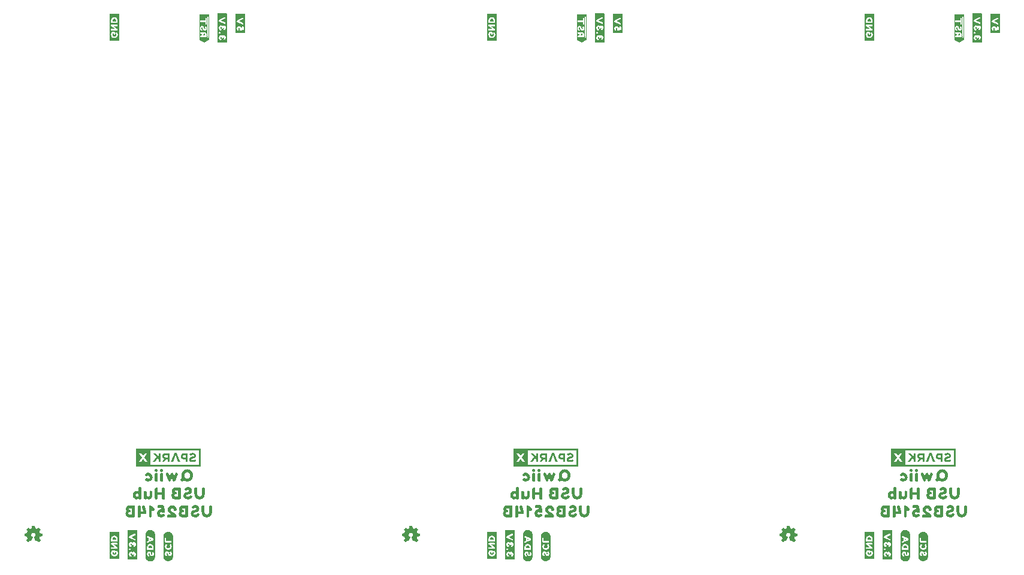
<source format=gbo>
G04 EAGLE Gerber RS-274X export*
G75*
%MOMM*%
%FSLAX34Y34*%
%LPD*%
%INSilkscreen Bottom*%
%IPPOS*%
%AMOC8*
5,1,8,0,0,1.08239X$1,22.5*%
G01*

G36*
X1328467Y152431D02*
X1328467Y152431D01*
X1328462Y152439D01*
X1328469Y152445D01*
X1328469Y177755D01*
X1328433Y177803D01*
X1328426Y177797D01*
X1328420Y177805D01*
X1236980Y177805D01*
X1236933Y177769D01*
X1236938Y177761D01*
X1236931Y177755D01*
X1236931Y152445D01*
X1236967Y152397D01*
X1236974Y152403D01*
X1236980Y152395D01*
X1328420Y152395D01*
X1328467Y152431D01*
G37*
G36*
X170167Y152397D02*
X170167Y152397D01*
X170174Y152403D01*
X170180Y152395D01*
X261620Y152395D01*
X261667Y152431D01*
X261662Y152439D01*
X261669Y152445D01*
X261669Y177755D01*
X261633Y177803D01*
X261626Y177797D01*
X261620Y177805D01*
X170180Y177805D01*
X170133Y177769D01*
X170138Y177761D01*
X170131Y177755D01*
X170131Y152445D01*
X170167Y152397D01*
G37*
G36*
X795067Y152431D02*
X795067Y152431D01*
X795062Y152439D01*
X795069Y152445D01*
X795069Y177755D01*
X795033Y177803D01*
X795026Y177797D01*
X795020Y177805D01*
X703580Y177805D01*
X703533Y177769D01*
X703538Y177761D01*
X703531Y177755D01*
X703531Y152445D01*
X703567Y152397D01*
X703574Y152403D01*
X703580Y152395D01*
X795020Y152395D01*
X795067Y152431D01*
G37*
%LPC*%
G36*
X259221Y175356D02*
X259221Y175356D01*
X259221Y154844D01*
X190657Y154844D01*
X190657Y175356D01*
X259221Y175356D01*
G37*
%LPD*%
%LPC*%
G36*
X724057Y154844D02*
X724057Y154844D01*
X724057Y175356D01*
X792621Y175356D01*
X792621Y154844D01*
X724057Y154844D01*
G37*
%LPD*%
%LPC*%
G36*
X1257457Y154844D02*
X1257457Y154844D01*
X1257457Y175356D01*
X1326021Y175356D01*
X1326021Y154844D01*
X1257457Y154844D01*
G37*
%LPD*%
G36*
X831705Y751314D02*
X831705Y751314D01*
X831708Y751311D01*
X832308Y751411D01*
X832349Y751455D01*
X832346Y751458D01*
X832349Y751460D01*
X832349Y792660D01*
X832330Y792686D01*
X832330Y792699D01*
X831930Y792999D01*
X831908Y792999D01*
X831900Y793009D01*
X819000Y793009D01*
X818974Y792990D01*
X818961Y792990D01*
X818661Y792590D01*
X818661Y792568D01*
X818651Y792560D01*
X818651Y751960D01*
X818658Y751951D01*
X818653Y751944D01*
X818853Y751344D01*
X818897Y751314D01*
X818900Y751311D01*
X831700Y751311D01*
X831705Y751314D01*
G37*
G36*
X298305Y751314D02*
X298305Y751314D01*
X298308Y751311D01*
X298908Y751411D01*
X298949Y751455D01*
X298946Y751458D01*
X298949Y751460D01*
X298949Y792660D01*
X298930Y792686D01*
X298930Y792699D01*
X298530Y792999D01*
X298508Y792999D01*
X298500Y793009D01*
X285600Y793009D01*
X285574Y792990D01*
X285561Y792990D01*
X285261Y792590D01*
X285261Y792568D01*
X285251Y792560D01*
X285251Y751960D01*
X285258Y751951D01*
X285253Y751944D01*
X285453Y751344D01*
X285497Y751314D01*
X285500Y751311D01*
X298300Y751311D01*
X298305Y751314D01*
G37*
G36*
X1365105Y751314D02*
X1365105Y751314D01*
X1365108Y751311D01*
X1365708Y751411D01*
X1365749Y751455D01*
X1365746Y751458D01*
X1365749Y751460D01*
X1365749Y792660D01*
X1365730Y792686D01*
X1365730Y792699D01*
X1365330Y792999D01*
X1365308Y792999D01*
X1365300Y793009D01*
X1352400Y793009D01*
X1352374Y792990D01*
X1352361Y792990D01*
X1352061Y792590D01*
X1352061Y792568D01*
X1352051Y792560D01*
X1352051Y751960D01*
X1352058Y751951D01*
X1352053Y751944D01*
X1352253Y751344D01*
X1352297Y751314D01*
X1352300Y751311D01*
X1365100Y751311D01*
X1365105Y751314D01*
G37*
G36*
X1238105Y21064D02*
X1238105Y21064D01*
X1238108Y21061D01*
X1238708Y21161D01*
X1238749Y21205D01*
X1238746Y21208D01*
X1238749Y21210D01*
X1238749Y62410D01*
X1238730Y62436D01*
X1238730Y62449D01*
X1238330Y62749D01*
X1238308Y62749D01*
X1238300Y62759D01*
X1225400Y62759D01*
X1225374Y62740D01*
X1225361Y62740D01*
X1225061Y62340D01*
X1225061Y62318D01*
X1225051Y62310D01*
X1225051Y21710D01*
X1225058Y21701D01*
X1225053Y21694D01*
X1225253Y21094D01*
X1225297Y21064D01*
X1225300Y21061D01*
X1238100Y21061D01*
X1238105Y21064D01*
G37*
G36*
X171305Y21064D02*
X171305Y21064D01*
X171308Y21061D01*
X171908Y21161D01*
X171949Y21205D01*
X171946Y21208D01*
X171949Y21210D01*
X171949Y62410D01*
X171930Y62436D01*
X171930Y62449D01*
X171530Y62749D01*
X171508Y62749D01*
X171500Y62759D01*
X158600Y62759D01*
X158574Y62740D01*
X158561Y62740D01*
X158261Y62340D01*
X158261Y62318D01*
X158251Y62310D01*
X158251Y21710D01*
X158258Y21701D01*
X158253Y21694D01*
X158453Y21094D01*
X158497Y21064D01*
X158500Y21061D01*
X171300Y21061D01*
X171305Y21064D01*
G37*
G36*
X704705Y21064D02*
X704705Y21064D01*
X704708Y21061D01*
X705308Y21161D01*
X705349Y21205D01*
X705346Y21208D01*
X705349Y21210D01*
X705349Y62410D01*
X705330Y62436D01*
X705330Y62449D01*
X704930Y62749D01*
X704908Y62749D01*
X704900Y62759D01*
X692000Y62759D01*
X691974Y62740D01*
X691961Y62740D01*
X691661Y62340D01*
X691661Y62318D01*
X691651Y62310D01*
X691651Y21710D01*
X691658Y21701D01*
X691653Y21694D01*
X691853Y21094D01*
X691897Y21064D01*
X691900Y21061D01*
X704700Y21061D01*
X704705Y21064D01*
G37*
G36*
X724504Y18394D02*
X724504Y18394D01*
X724507Y18391D01*
X725207Y18491D01*
X725212Y18496D01*
X725216Y18493D01*
X725815Y18693D01*
X726514Y18893D01*
X726518Y18898D01*
X726522Y18896D01*
X727122Y19196D01*
X727124Y19200D01*
X727127Y19199D01*
X727727Y19599D01*
X727728Y19602D01*
X727731Y19602D01*
X728731Y20402D01*
X728732Y20406D01*
X728735Y20405D01*
X729235Y20905D01*
X729236Y20912D01*
X729241Y20913D01*
X729641Y21513D01*
X729641Y21517D01*
X729644Y21518D01*
X730244Y22718D01*
X730243Y22723D01*
X730247Y22724D01*
X730447Y23324D01*
X730446Y23326D01*
X730447Y23326D01*
X730483Y23450D01*
X730497Y23499D01*
X730539Y23647D01*
X730581Y23795D01*
X730595Y23844D01*
X730637Y23992D01*
X730638Y23992D01*
X730637Y23992D01*
X730647Y24026D01*
X730646Y24030D01*
X730649Y24032D01*
X730749Y24632D01*
X730746Y24637D01*
X730749Y24640D01*
X730749Y56440D01*
X730746Y56445D01*
X730749Y56448D01*
X730649Y57048D01*
X730549Y57747D01*
X730544Y57752D01*
X730547Y57756D01*
X730347Y58356D01*
X730344Y58357D01*
X730345Y58359D01*
X730045Y59059D01*
X730043Y59061D01*
X730044Y59062D01*
X729744Y59662D01*
X729737Y59665D01*
X729738Y59671D01*
X728938Y60671D01*
X728934Y60672D01*
X728935Y60675D01*
X728435Y61175D01*
X728428Y61176D01*
X728427Y61181D01*
X727829Y61580D01*
X727331Y61978D01*
X727323Y61979D01*
X727322Y61984D01*
X726722Y62284D01*
X726715Y62283D01*
X726714Y62287D01*
X726015Y62487D01*
X725416Y62687D01*
X725409Y62685D01*
X725407Y62689D01*
X724007Y62889D01*
X724002Y62886D01*
X724000Y62889D01*
X723400Y62889D01*
X723396Y62886D01*
X723393Y62889D01*
X722693Y62789D01*
X722689Y62785D01*
X722686Y62787D01*
X721986Y62587D01*
X721985Y62586D01*
X721984Y62587D01*
X721384Y62387D01*
X721381Y62382D01*
X721378Y62384D01*
X720178Y61784D01*
X720176Y61780D01*
X720173Y61781D01*
X719573Y61381D01*
X719570Y61374D01*
X719565Y61375D01*
X719065Y60875D01*
X719065Y60871D01*
X719062Y60871D01*
X718262Y59871D01*
X718261Y59867D01*
X718259Y59867D01*
X717859Y59267D01*
X717859Y59263D01*
X717856Y59262D01*
X717556Y58662D01*
X717557Y58657D01*
X717553Y58656D01*
X717353Y58056D01*
X717354Y58054D01*
X717353Y58054D01*
X717352Y58050D01*
X717310Y57903D01*
X717267Y57755D01*
X717253Y57706D01*
X717211Y57558D01*
X717169Y57410D01*
X717155Y57361D01*
X717153Y57354D01*
X717156Y57344D01*
X717151Y57340D01*
X717151Y56643D01*
X717051Y55947D01*
X717054Y55942D01*
X717051Y55940D01*
X717051Y24840D01*
X717054Y24836D01*
X717051Y24833D01*
X717151Y24133D01*
X717156Y24128D01*
X717153Y24124D01*
X717353Y23525D01*
X717553Y22826D01*
X717554Y22825D01*
X717553Y22824D01*
X717753Y22224D01*
X717761Y22219D01*
X717759Y22213D01*
X718157Y21615D01*
X718456Y21018D01*
X718466Y21013D01*
X718465Y21005D01*
X718965Y20505D01*
X718969Y20505D01*
X718969Y20502D01*
X719467Y20103D01*
X719965Y19605D01*
X719977Y19604D01*
X719978Y19596D01*
X721778Y18696D01*
X721789Y18698D01*
X721793Y18691D01*
X722493Y18591D01*
X723192Y18491D01*
X723792Y18391D01*
X723797Y18394D01*
X723800Y18391D01*
X724500Y18391D01*
X724504Y18394D01*
G37*
G36*
X1257904Y18394D02*
X1257904Y18394D01*
X1257907Y18391D01*
X1258607Y18491D01*
X1258612Y18496D01*
X1258616Y18493D01*
X1259215Y18693D01*
X1259914Y18893D01*
X1259918Y18898D01*
X1259922Y18896D01*
X1260522Y19196D01*
X1260524Y19200D01*
X1260527Y19199D01*
X1261127Y19599D01*
X1261128Y19602D01*
X1261131Y19602D01*
X1262131Y20402D01*
X1262132Y20406D01*
X1262135Y20405D01*
X1262635Y20905D01*
X1262636Y20912D01*
X1262641Y20913D01*
X1263041Y21513D01*
X1263041Y21517D01*
X1263044Y21518D01*
X1263644Y22718D01*
X1263643Y22723D01*
X1263647Y22724D01*
X1263847Y23324D01*
X1263846Y23326D01*
X1263847Y23326D01*
X1263883Y23450D01*
X1263897Y23499D01*
X1263939Y23647D01*
X1263981Y23795D01*
X1263995Y23844D01*
X1264037Y23992D01*
X1264038Y23992D01*
X1264037Y23992D01*
X1264047Y24026D01*
X1264046Y24030D01*
X1264049Y24032D01*
X1264149Y24632D01*
X1264146Y24637D01*
X1264149Y24640D01*
X1264149Y56440D01*
X1264146Y56445D01*
X1264149Y56448D01*
X1264049Y57048D01*
X1263949Y57747D01*
X1263944Y57752D01*
X1263947Y57756D01*
X1263747Y58356D01*
X1263744Y58357D01*
X1263745Y58359D01*
X1263445Y59059D01*
X1263443Y59061D01*
X1263444Y59062D01*
X1263144Y59662D01*
X1263137Y59665D01*
X1263138Y59671D01*
X1262338Y60671D01*
X1262334Y60672D01*
X1262335Y60675D01*
X1261835Y61175D01*
X1261828Y61176D01*
X1261827Y61181D01*
X1261229Y61580D01*
X1260731Y61978D01*
X1260723Y61979D01*
X1260722Y61984D01*
X1260122Y62284D01*
X1260115Y62283D01*
X1260114Y62287D01*
X1259415Y62487D01*
X1258816Y62687D01*
X1258809Y62685D01*
X1258807Y62689D01*
X1257407Y62889D01*
X1257402Y62886D01*
X1257400Y62889D01*
X1256800Y62889D01*
X1256796Y62886D01*
X1256793Y62889D01*
X1256093Y62789D01*
X1256089Y62785D01*
X1256086Y62787D01*
X1255386Y62587D01*
X1255385Y62586D01*
X1255384Y62587D01*
X1254784Y62387D01*
X1254781Y62382D01*
X1254778Y62384D01*
X1253578Y61784D01*
X1253576Y61780D01*
X1253573Y61781D01*
X1252973Y61381D01*
X1252970Y61374D01*
X1252965Y61375D01*
X1252465Y60875D01*
X1252465Y60871D01*
X1252462Y60871D01*
X1251662Y59871D01*
X1251661Y59867D01*
X1251659Y59867D01*
X1251259Y59267D01*
X1251259Y59263D01*
X1251256Y59262D01*
X1250956Y58662D01*
X1250957Y58657D01*
X1250953Y58656D01*
X1250753Y58056D01*
X1250754Y58054D01*
X1250753Y58054D01*
X1250752Y58050D01*
X1250710Y57903D01*
X1250667Y57755D01*
X1250653Y57706D01*
X1250611Y57558D01*
X1250569Y57410D01*
X1250555Y57361D01*
X1250553Y57354D01*
X1250556Y57344D01*
X1250551Y57340D01*
X1250551Y56643D01*
X1250451Y55947D01*
X1250454Y55942D01*
X1250451Y55940D01*
X1250451Y24840D01*
X1250454Y24836D01*
X1250451Y24833D01*
X1250551Y24133D01*
X1250556Y24128D01*
X1250553Y24124D01*
X1250753Y23525D01*
X1250953Y22826D01*
X1250954Y22825D01*
X1250953Y22824D01*
X1251153Y22224D01*
X1251161Y22219D01*
X1251159Y22213D01*
X1251557Y21615D01*
X1251856Y21018D01*
X1251866Y21013D01*
X1251865Y21005D01*
X1252365Y20505D01*
X1252369Y20505D01*
X1252369Y20502D01*
X1252867Y20103D01*
X1253365Y19605D01*
X1253377Y19604D01*
X1253378Y19596D01*
X1255178Y18696D01*
X1255189Y18698D01*
X1255193Y18691D01*
X1255893Y18591D01*
X1256592Y18491D01*
X1257192Y18391D01*
X1257197Y18394D01*
X1257200Y18391D01*
X1257900Y18391D01*
X1257904Y18394D01*
G37*
G36*
X191104Y18394D02*
X191104Y18394D01*
X191107Y18391D01*
X191807Y18491D01*
X191812Y18496D01*
X191816Y18493D01*
X192415Y18693D01*
X193114Y18893D01*
X193118Y18898D01*
X193122Y18896D01*
X193722Y19196D01*
X193724Y19200D01*
X193727Y19199D01*
X194327Y19599D01*
X194328Y19602D01*
X194331Y19602D01*
X195331Y20402D01*
X195332Y20406D01*
X195335Y20405D01*
X195835Y20905D01*
X195836Y20912D01*
X195841Y20913D01*
X196241Y21513D01*
X196241Y21517D01*
X196244Y21518D01*
X196844Y22718D01*
X196843Y22723D01*
X196847Y22724D01*
X197047Y23324D01*
X197046Y23326D01*
X197047Y23326D01*
X197083Y23450D01*
X197097Y23499D01*
X197139Y23647D01*
X197181Y23795D01*
X197195Y23844D01*
X197237Y23992D01*
X197238Y23992D01*
X197237Y23992D01*
X197247Y24026D01*
X197246Y24030D01*
X197249Y24032D01*
X197349Y24632D01*
X197346Y24637D01*
X197349Y24640D01*
X197349Y56440D01*
X197346Y56445D01*
X197349Y56448D01*
X197249Y57048D01*
X197149Y57747D01*
X197144Y57752D01*
X197147Y57756D01*
X196947Y58356D01*
X196944Y58357D01*
X196945Y58359D01*
X196645Y59059D01*
X196643Y59061D01*
X196644Y59062D01*
X196344Y59662D01*
X196337Y59665D01*
X196338Y59671D01*
X195538Y60671D01*
X195534Y60672D01*
X195535Y60675D01*
X195035Y61175D01*
X195028Y61176D01*
X195027Y61181D01*
X194429Y61580D01*
X193931Y61978D01*
X193923Y61979D01*
X193922Y61984D01*
X193322Y62284D01*
X193315Y62283D01*
X193314Y62287D01*
X192615Y62487D01*
X192016Y62687D01*
X192009Y62685D01*
X192007Y62689D01*
X190607Y62889D01*
X190602Y62886D01*
X190600Y62889D01*
X190000Y62889D01*
X189996Y62886D01*
X189993Y62889D01*
X189293Y62789D01*
X189289Y62785D01*
X189286Y62787D01*
X188586Y62587D01*
X188585Y62586D01*
X188584Y62587D01*
X187984Y62387D01*
X187981Y62382D01*
X187978Y62384D01*
X186778Y61784D01*
X186776Y61780D01*
X186773Y61781D01*
X186173Y61381D01*
X186170Y61374D01*
X186165Y61375D01*
X185665Y60875D01*
X185665Y60871D01*
X185662Y60871D01*
X184862Y59871D01*
X184861Y59867D01*
X184859Y59867D01*
X184459Y59267D01*
X184459Y59263D01*
X184456Y59262D01*
X184156Y58662D01*
X184157Y58657D01*
X184153Y58656D01*
X183953Y58056D01*
X183954Y58054D01*
X183953Y58054D01*
X183952Y58050D01*
X183910Y57903D01*
X183867Y57755D01*
X183853Y57706D01*
X183811Y57558D01*
X183769Y57410D01*
X183755Y57361D01*
X183753Y57354D01*
X183756Y57344D01*
X183751Y57340D01*
X183751Y56643D01*
X183651Y55947D01*
X183654Y55942D01*
X183651Y55940D01*
X183651Y24840D01*
X183654Y24836D01*
X183651Y24833D01*
X183751Y24133D01*
X183756Y24128D01*
X183753Y24124D01*
X183953Y23525D01*
X184153Y22826D01*
X184154Y22825D01*
X184153Y22824D01*
X184353Y22224D01*
X184361Y22219D01*
X184359Y22213D01*
X184757Y21615D01*
X185056Y21018D01*
X185066Y21013D01*
X185065Y21005D01*
X185565Y20505D01*
X185569Y20505D01*
X185569Y20502D01*
X186067Y20103D01*
X186565Y19605D01*
X186577Y19604D01*
X186578Y19596D01*
X188378Y18696D01*
X188389Y18698D01*
X188393Y18691D01*
X189093Y18591D01*
X189792Y18491D01*
X190392Y18391D01*
X190397Y18394D01*
X190400Y18391D01*
X191100Y18391D01*
X191104Y18394D01*
G37*
G36*
X1283507Y18621D02*
X1283507Y18621D01*
X1283508Y18622D01*
X1283508Y18621D01*
X1284108Y18721D01*
X1284111Y18725D01*
X1284114Y18723D01*
X1284814Y18923D01*
X1284815Y18924D01*
X1284816Y18923D01*
X1285416Y19123D01*
X1285419Y19128D01*
X1285422Y19126D01*
X1286022Y19426D01*
X1286024Y19430D01*
X1286027Y19429D01*
X1286627Y19829D01*
X1286628Y19832D01*
X1286631Y19832D01*
X1287131Y20232D01*
X1287132Y20236D01*
X1287135Y20235D01*
X1288135Y21235D01*
X1288136Y21244D01*
X1288142Y21245D01*
X1288442Y21744D01*
X1288841Y22343D01*
X1288841Y22348D01*
X1288842Y22349D01*
X1288840Y22351D01*
X1288840Y22352D01*
X1288847Y22354D01*
X1289047Y22954D01*
X1289046Y22956D01*
X1289047Y22956D01*
X1289057Y22989D01*
X1289071Y23038D01*
X1289113Y23186D01*
X1289155Y23334D01*
X1289169Y23383D01*
X1289211Y23531D01*
X1289212Y23531D01*
X1289211Y23531D01*
X1289247Y23655D01*
X1289447Y24254D01*
X1289445Y24261D01*
X1289449Y24263D01*
X1289549Y24963D01*
X1289546Y24968D01*
X1289549Y24970D01*
X1289549Y53770D01*
X1289546Y53774D01*
X1289549Y53777D01*
X1289449Y54477D01*
X1289445Y54481D01*
X1289447Y54484D01*
X1289247Y55184D01*
X1289246Y55185D01*
X1289247Y55186D01*
X1288847Y56386D01*
X1288839Y56391D01*
X1288841Y56397D01*
X1288041Y57597D01*
X1288038Y57598D01*
X1288038Y57601D01*
X1287638Y58101D01*
X1287631Y58103D01*
X1287631Y58108D01*
X1287133Y58507D01*
X1286635Y59005D01*
X1286623Y59006D01*
X1286622Y59014D01*
X1285422Y59614D01*
X1285415Y59613D01*
X1285414Y59617D01*
X1284715Y59817D01*
X1284116Y60017D01*
X1284109Y60015D01*
X1284107Y60019D01*
X1282707Y60219D01*
X1282697Y60213D01*
X1282692Y60219D01*
X1282092Y60119D01*
X1281393Y60019D01*
X1280693Y59919D01*
X1280685Y59911D01*
X1280678Y59914D01*
X1280081Y59616D01*
X1279484Y59417D01*
X1279479Y59409D01*
X1279473Y59411D01*
X1278873Y59011D01*
X1278872Y59008D01*
X1278869Y59008D01*
X1278369Y58608D01*
X1278368Y58604D01*
X1278365Y58605D01*
X1277365Y57605D01*
X1277365Y57601D01*
X1277362Y57601D01*
X1276962Y57101D01*
X1276961Y57093D01*
X1276956Y57092D01*
X1276356Y55892D01*
X1276357Y55887D01*
X1276353Y55886D01*
X1276153Y55286D01*
X1276154Y55284D01*
X1276153Y55284D01*
X1276136Y55225D01*
X1276094Y55078D01*
X1276080Y55028D01*
X1276038Y54881D01*
X1275995Y54733D01*
X1275981Y54684D01*
X1275953Y54584D01*
X1275955Y54579D01*
X1275951Y54577D01*
X1275851Y53877D01*
X1275854Y53872D01*
X1275851Y53870D01*
X1275851Y25470D01*
X1275854Y25466D01*
X1275851Y25463D01*
X1275951Y24767D01*
X1275951Y24170D01*
X1275957Y24162D01*
X1275953Y24156D01*
X1276153Y23456D01*
X1276154Y23455D01*
X1276153Y23454D01*
X1276353Y22854D01*
X1276358Y22851D01*
X1276356Y22848D01*
X1276656Y22248D01*
X1276660Y22246D01*
X1276659Y22243D01*
X1277459Y21043D01*
X1277462Y21042D01*
X1277462Y21039D01*
X1277862Y20539D01*
X1277869Y20537D01*
X1277869Y20532D01*
X1278369Y20132D01*
X1278373Y20131D01*
X1278373Y20129D01*
X1278971Y19730D01*
X1279469Y19332D01*
X1279477Y19331D01*
X1279478Y19326D01*
X1280078Y19026D01*
X1280085Y19027D01*
X1280086Y19023D01*
X1280786Y18823D01*
X1280790Y18824D01*
X1280792Y18821D01*
X1281392Y18721D01*
X1281393Y18722D01*
X1281393Y18721D01*
X1282793Y18521D01*
X1282802Y18526D01*
X1282807Y18521D01*
X1283507Y18621D01*
G37*
G36*
X750107Y18621D02*
X750107Y18621D01*
X750108Y18622D01*
X750108Y18621D01*
X750708Y18721D01*
X750711Y18725D01*
X750714Y18723D01*
X751414Y18923D01*
X751415Y18924D01*
X751416Y18923D01*
X752016Y19123D01*
X752019Y19128D01*
X752022Y19126D01*
X752622Y19426D01*
X752624Y19430D01*
X752627Y19429D01*
X753227Y19829D01*
X753228Y19832D01*
X753231Y19832D01*
X753731Y20232D01*
X753732Y20236D01*
X753735Y20235D01*
X754735Y21235D01*
X754736Y21244D01*
X754742Y21245D01*
X755042Y21744D01*
X755441Y22343D01*
X755441Y22348D01*
X755442Y22349D01*
X755440Y22351D01*
X755440Y22352D01*
X755447Y22354D01*
X755647Y22954D01*
X755646Y22956D01*
X755647Y22956D01*
X755657Y22989D01*
X755671Y23038D01*
X755713Y23186D01*
X755755Y23334D01*
X755769Y23383D01*
X755811Y23531D01*
X755812Y23531D01*
X755811Y23531D01*
X755847Y23655D01*
X756047Y24254D01*
X756045Y24261D01*
X756049Y24263D01*
X756149Y24963D01*
X756146Y24968D01*
X756149Y24970D01*
X756149Y53770D01*
X756146Y53774D01*
X756149Y53777D01*
X756049Y54477D01*
X756045Y54481D01*
X756047Y54484D01*
X755847Y55184D01*
X755846Y55185D01*
X755847Y55186D01*
X755447Y56386D01*
X755439Y56391D01*
X755441Y56397D01*
X754641Y57597D01*
X754638Y57598D01*
X754638Y57601D01*
X754238Y58101D01*
X754231Y58103D01*
X754231Y58108D01*
X753733Y58507D01*
X753235Y59005D01*
X753223Y59006D01*
X753222Y59014D01*
X752022Y59614D01*
X752015Y59613D01*
X752014Y59617D01*
X751315Y59817D01*
X750716Y60017D01*
X750709Y60015D01*
X750707Y60019D01*
X749307Y60219D01*
X749297Y60213D01*
X749292Y60219D01*
X748692Y60119D01*
X747993Y60019D01*
X747293Y59919D01*
X747285Y59911D01*
X747278Y59914D01*
X746681Y59616D01*
X746084Y59417D01*
X746079Y59409D01*
X746073Y59411D01*
X745473Y59011D01*
X745472Y59008D01*
X745469Y59008D01*
X744969Y58608D01*
X744968Y58604D01*
X744965Y58605D01*
X743965Y57605D01*
X743965Y57601D01*
X743962Y57601D01*
X743562Y57101D01*
X743561Y57093D01*
X743556Y57092D01*
X742956Y55892D01*
X742957Y55887D01*
X742953Y55886D01*
X742753Y55286D01*
X742754Y55284D01*
X742753Y55284D01*
X742736Y55225D01*
X742694Y55078D01*
X742680Y55028D01*
X742638Y54881D01*
X742595Y54733D01*
X742581Y54684D01*
X742553Y54584D01*
X742555Y54579D01*
X742551Y54577D01*
X742451Y53877D01*
X742454Y53872D01*
X742451Y53870D01*
X742451Y25470D01*
X742454Y25466D01*
X742451Y25463D01*
X742551Y24767D01*
X742551Y24170D01*
X742557Y24162D01*
X742553Y24156D01*
X742753Y23456D01*
X742754Y23455D01*
X742753Y23454D01*
X742953Y22854D01*
X742958Y22851D01*
X742956Y22848D01*
X743256Y22248D01*
X743260Y22246D01*
X743259Y22243D01*
X744059Y21043D01*
X744062Y21042D01*
X744062Y21039D01*
X744462Y20539D01*
X744469Y20537D01*
X744469Y20532D01*
X744969Y20132D01*
X744973Y20131D01*
X744973Y20129D01*
X745571Y19730D01*
X746069Y19332D01*
X746077Y19331D01*
X746078Y19326D01*
X746678Y19026D01*
X746685Y19027D01*
X746686Y19023D01*
X747386Y18823D01*
X747390Y18824D01*
X747392Y18821D01*
X747992Y18721D01*
X747993Y18722D01*
X747993Y18721D01*
X749393Y18521D01*
X749402Y18526D01*
X749407Y18521D01*
X750107Y18621D01*
G37*
G36*
X216707Y18621D02*
X216707Y18621D01*
X216708Y18622D01*
X216708Y18621D01*
X217308Y18721D01*
X217311Y18725D01*
X217314Y18723D01*
X218014Y18923D01*
X218015Y18924D01*
X218016Y18923D01*
X218616Y19123D01*
X218619Y19128D01*
X218622Y19126D01*
X219222Y19426D01*
X219224Y19430D01*
X219227Y19429D01*
X219827Y19829D01*
X219828Y19832D01*
X219831Y19832D01*
X220331Y20232D01*
X220332Y20236D01*
X220335Y20235D01*
X221335Y21235D01*
X221336Y21244D01*
X221342Y21245D01*
X221642Y21744D01*
X222041Y22343D01*
X222041Y22348D01*
X222042Y22349D01*
X222040Y22351D01*
X222040Y22352D01*
X222047Y22354D01*
X222247Y22954D01*
X222246Y22956D01*
X222247Y22956D01*
X222257Y22989D01*
X222271Y23038D01*
X222313Y23186D01*
X222355Y23334D01*
X222369Y23383D01*
X222411Y23531D01*
X222412Y23531D01*
X222411Y23531D01*
X222447Y23655D01*
X222647Y24254D01*
X222645Y24261D01*
X222649Y24263D01*
X222749Y24963D01*
X222746Y24968D01*
X222749Y24970D01*
X222749Y53770D01*
X222746Y53774D01*
X222749Y53777D01*
X222649Y54477D01*
X222645Y54481D01*
X222647Y54484D01*
X222447Y55184D01*
X222446Y55185D01*
X222447Y55186D01*
X222047Y56386D01*
X222039Y56391D01*
X222041Y56397D01*
X221241Y57597D01*
X221238Y57598D01*
X221238Y57601D01*
X220838Y58101D01*
X220831Y58103D01*
X220831Y58108D01*
X220333Y58507D01*
X219835Y59005D01*
X219823Y59006D01*
X219822Y59014D01*
X218622Y59614D01*
X218615Y59613D01*
X218614Y59617D01*
X217915Y59817D01*
X217316Y60017D01*
X217309Y60015D01*
X217307Y60019D01*
X215907Y60219D01*
X215897Y60213D01*
X215892Y60219D01*
X215292Y60119D01*
X214593Y60019D01*
X213893Y59919D01*
X213885Y59911D01*
X213878Y59914D01*
X213281Y59616D01*
X212684Y59417D01*
X212679Y59409D01*
X212673Y59411D01*
X212073Y59011D01*
X212072Y59008D01*
X212069Y59008D01*
X211569Y58608D01*
X211568Y58604D01*
X211565Y58605D01*
X210565Y57605D01*
X210565Y57601D01*
X210562Y57601D01*
X210162Y57101D01*
X210161Y57093D01*
X210156Y57092D01*
X209556Y55892D01*
X209557Y55887D01*
X209553Y55886D01*
X209353Y55286D01*
X209354Y55284D01*
X209353Y55284D01*
X209336Y55225D01*
X209294Y55078D01*
X209280Y55028D01*
X209238Y54881D01*
X209195Y54733D01*
X209181Y54684D01*
X209153Y54584D01*
X209155Y54579D01*
X209151Y54577D01*
X209051Y53877D01*
X209054Y53872D01*
X209051Y53870D01*
X209051Y25470D01*
X209054Y25466D01*
X209051Y25463D01*
X209151Y24767D01*
X209151Y24170D01*
X209157Y24162D01*
X209153Y24156D01*
X209353Y23456D01*
X209354Y23455D01*
X209353Y23454D01*
X209553Y22854D01*
X209558Y22851D01*
X209556Y22848D01*
X209856Y22248D01*
X209860Y22246D01*
X209859Y22243D01*
X210659Y21043D01*
X210662Y21042D01*
X210662Y21039D01*
X211062Y20539D01*
X211069Y20537D01*
X211069Y20532D01*
X211569Y20132D01*
X211573Y20131D01*
X211573Y20129D01*
X212171Y19730D01*
X212669Y19332D01*
X212677Y19331D01*
X212678Y19326D01*
X213278Y19026D01*
X213285Y19027D01*
X213286Y19023D01*
X213986Y18823D01*
X213990Y18824D01*
X213992Y18821D01*
X214592Y18721D01*
X214593Y18722D01*
X214593Y18721D01*
X215993Y18521D01*
X216002Y18526D01*
X216007Y18521D01*
X216707Y18621D01*
G37*
G36*
X1333908Y752081D02*
X1333908Y752081D01*
X1333915Y752089D01*
X1333922Y752086D01*
X1340022Y755086D01*
X1340031Y755103D01*
X1340042Y755105D01*
X1340342Y755605D01*
X1340342Y755610D01*
X1340345Y755612D01*
X1340341Y755617D01*
X1340340Y755623D01*
X1340349Y755630D01*
X1340349Y758630D01*
X1340325Y758663D01*
X1340323Y758674D01*
X1340307Y758682D01*
X1340319Y758694D01*
X1340336Y758697D01*
X1340334Y758709D01*
X1340349Y758724D01*
X1340345Y758727D01*
X1340349Y758730D01*
X1340349Y791230D01*
X1340336Y791248D01*
X1340339Y791260D01*
X1340039Y791660D01*
X1340008Y791669D01*
X1340000Y791679D01*
X1327100Y791679D01*
X1327096Y791676D01*
X1327082Y791666D01*
X1327070Y791669D01*
X1326670Y791369D01*
X1326666Y791353D01*
X1326655Y791345D01*
X1326660Y791337D01*
X1326651Y791330D01*
X1326651Y755430D01*
X1326670Y755405D01*
X1326669Y755392D01*
X1327169Y754992D01*
X1327177Y754991D01*
X1327178Y754986D01*
X1333278Y751986D01*
X1333299Y751990D01*
X1333308Y751981D01*
X1333908Y752081D01*
G37*
G36*
X267108Y752081D02*
X267108Y752081D01*
X267115Y752089D01*
X267122Y752086D01*
X273222Y755086D01*
X273231Y755103D01*
X273242Y755105D01*
X273542Y755605D01*
X273542Y755610D01*
X273545Y755612D01*
X273541Y755617D01*
X273540Y755623D01*
X273549Y755630D01*
X273549Y758630D01*
X273525Y758663D01*
X273523Y758674D01*
X273507Y758682D01*
X273519Y758694D01*
X273536Y758697D01*
X273534Y758709D01*
X273549Y758724D01*
X273545Y758727D01*
X273549Y758730D01*
X273549Y791230D01*
X273536Y791248D01*
X273539Y791260D01*
X273239Y791660D01*
X273208Y791669D01*
X273200Y791679D01*
X260300Y791679D01*
X260296Y791676D01*
X260282Y791666D01*
X260270Y791669D01*
X259870Y791369D01*
X259866Y791353D01*
X259855Y791345D01*
X259860Y791337D01*
X259851Y791330D01*
X259851Y755430D01*
X259870Y755405D01*
X259869Y755392D01*
X260369Y754992D01*
X260377Y754991D01*
X260378Y754986D01*
X266478Y751986D01*
X266499Y751990D01*
X266508Y751981D01*
X267108Y752081D01*
G37*
G36*
X800508Y752081D02*
X800508Y752081D01*
X800515Y752089D01*
X800522Y752086D01*
X806622Y755086D01*
X806631Y755103D01*
X806642Y755105D01*
X806942Y755605D01*
X806942Y755610D01*
X806945Y755612D01*
X806941Y755617D01*
X806940Y755623D01*
X806949Y755630D01*
X806949Y758630D01*
X806925Y758663D01*
X806923Y758674D01*
X806907Y758682D01*
X806919Y758694D01*
X806936Y758697D01*
X806934Y758709D01*
X806949Y758724D01*
X806945Y758727D01*
X806949Y758730D01*
X806949Y791230D01*
X806936Y791248D01*
X806939Y791260D01*
X806639Y791660D01*
X806608Y791669D01*
X806600Y791679D01*
X793700Y791679D01*
X793696Y791676D01*
X793682Y791666D01*
X793670Y791669D01*
X793270Y791369D01*
X793266Y791353D01*
X793255Y791345D01*
X793260Y791337D01*
X793251Y791330D01*
X793251Y755430D01*
X793270Y755405D01*
X793269Y755392D01*
X793769Y754992D01*
X793777Y754991D01*
X793778Y754986D01*
X799878Y751986D01*
X799899Y751990D01*
X799908Y751981D01*
X800508Y752081D01*
G37*
G36*
X146547Y754517D02*
X146547Y754517D01*
X146542Y754524D01*
X146549Y754530D01*
X146549Y757830D01*
X146529Y757857D01*
X146529Y757870D01*
X146500Y757891D01*
X146531Y757892D01*
X146530Y757916D01*
X146549Y757930D01*
X146549Y791730D01*
X146546Y791735D01*
X146549Y791738D01*
X146449Y792338D01*
X146405Y792379D01*
X146403Y792376D01*
X146400Y792379D01*
X132900Y792379D01*
X132853Y792343D01*
X132858Y792336D01*
X132851Y792330D01*
X132851Y755130D01*
X132854Y755125D01*
X132851Y755122D01*
X132951Y754522D01*
X132995Y754481D01*
X132998Y754484D01*
X133000Y754481D01*
X146500Y754481D01*
X146547Y754517D01*
G37*
G36*
X679947Y754517D02*
X679947Y754517D01*
X679942Y754524D01*
X679949Y754530D01*
X679949Y757830D01*
X679929Y757857D01*
X679929Y757870D01*
X679900Y757891D01*
X679931Y757892D01*
X679930Y757916D01*
X679949Y757930D01*
X679949Y791730D01*
X679946Y791735D01*
X679949Y791738D01*
X679849Y792338D01*
X679805Y792379D01*
X679803Y792376D01*
X679800Y792379D01*
X666300Y792379D01*
X666253Y792343D01*
X666258Y792336D01*
X666251Y792330D01*
X666251Y755130D01*
X666254Y755125D01*
X666251Y755122D01*
X666351Y754522D01*
X666395Y754481D01*
X666398Y754484D01*
X666400Y754481D01*
X679900Y754481D01*
X679947Y754517D01*
G37*
G36*
X1213347Y754517D02*
X1213347Y754517D01*
X1213342Y754524D01*
X1213349Y754530D01*
X1213349Y757830D01*
X1213329Y757857D01*
X1213329Y757870D01*
X1213300Y757891D01*
X1213331Y757892D01*
X1213330Y757916D01*
X1213349Y757930D01*
X1213349Y791730D01*
X1213346Y791735D01*
X1213349Y791738D01*
X1213249Y792338D01*
X1213205Y792379D01*
X1213203Y792376D01*
X1213200Y792379D01*
X1199700Y792379D01*
X1199653Y792343D01*
X1199658Y792336D01*
X1199651Y792330D01*
X1199651Y755130D01*
X1199654Y755125D01*
X1199651Y755122D01*
X1199751Y754522D01*
X1199795Y754481D01*
X1199798Y754484D01*
X1199800Y754481D01*
X1213300Y754481D01*
X1213347Y754517D01*
G37*
G36*
X1213347Y21727D02*
X1213347Y21727D01*
X1213342Y21734D01*
X1213349Y21740D01*
X1213349Y25040D01*
X1213329Y25067D01*
X1213329Y25080D01*
X1213300Y25101D01*
X1213331Y25102D01*
X1213330Y25126D01*
X1213349Y25140D01*
X1213349Y58940D01*
X1213346Y58945D01*
X1213349Y58948D01*
X1213249Y59548D01*
X1213205Y59589D01*
X1213203Y59586D01*
X1213200Y59589D01*
X1199700Y59589D01*
X1199653Y59553D01*
X1199658Y59546D01*
X1199651Y59540D01*
X1199651Y22340D01*
X1199654Y22335D01*
X1199651Y22332D01*
X1199751Y21732D01*
X1199795Y21691D01*
X1199798Y21694D01*
X1199800Y21691D01*
X1213300Y21691D01*
X1213347Y21727D01*
G37*
G36*
X146547Y21727D02*
X146547Y21727D01*
X146542Y21734D01*
X146549Y21740D01*
X146549Y25040D01*
X146529Y25067D01*
X146529Y25080D01*
X146500Y25101D01*
X146531Y25102D01*
X146530Y25126D01*
X146549Y25140D01*
X146549Y58940D01*
X146546Y58945D01*
X146549Y58948D01*
X146449Y59548D01*
X146405Y59589D01*
X146403Y59586D01*
X146400Y59589D01*
X132900Y59589D01*
X132853Y59553D01*
X132858Y59546D01*
X132851Y59540D01*
X132851Y22340D01*
X132854Y22335D01*
X132851Y22332D01*
X132951Y21732D01*
X132995Y21691D01*
X132998Y21694D01*
X133000Y21691D01*
X146500Y21691D01*
X146547Y21727D01*
G37*
G36*
X679947Y21727D02*
X679947Y21727D01*
X679942Y21734D01*
X679949Y21740D01*
X679949Y25040D01*
X679929Y25067D01*
X679929Y25080D01*
X679900Y25101D01*
X679931Y25102D01*
X679930Y25126D01*
X679949Y25140D01*
X679949Y58940D01*
X679946Y58945D01*
X679949Y58948D01*
X679849Y59548D01*
X679805Y59589D01*
X679803Y59586D01*
X679800Y59589D01*
X666300Y59589D01*
X666253Y59553D01*
X666258Y59546D01*
X666251Y59540D01*
X666251Y22340D01*
X666254Y22335D01*
X666251Y22332D01*
X666351Y21732D01*
X666395Y21691D01*
X666398Y21694D01*
X666400Y21691D01*
X679900Y21691D01*
X679947Y21727D01*
G37*
G36*
X1390611Y764969D02*
X1390611Y764969D01*
X1390618Y764964D01*
X1391118Y765164D01*
X1391133Y765188D01*
X1391140Y765194D01*
X1391138Y765197D01*
X1391143Y765205D01*
X1391149Y765210D01*
X1391149Y791410D01*
X1391146Y791415D01*
X1391149Y791418D01*
X1391049Y792018D01*
X1391005Y792059D01*
X1391003Y792056D01*
X1391000Y792059D01*
X1378100Y792059D01*
X1378095Y792056D01*
X1378092Y792059D01*
X1377492Y791959D01*
X1377451Y791915D01*
X1377453Y791914D01*
X1377454Y791912D01*
X1377451Y791910D01*
X1377451Y765510D01*
X1377459Y765499D01*
X1377454Y765492D01*
X1377654Y764992D01*
X1377695Y764967D01*
X1377700Y764961D01*
X1390600Y764961D01*
X1390611Y764969D01*
G37*
G36*
X323811Y764969D02*
X323811Y764969D01*
X323818Y764964D01*
X324318Y765164D01*
X324333Y765188D01*
X324340Y765194D01*
X324338Y765197D01*
X324343Y765205D01*
X324349Y765210D01*
X324349Y791410D01*
X324346Y791415D01*
X324349Y791418D01*
X324249Y792018D01*
X324205Y792059D01*
X324203Y792056D01*
X324200Y792059D01*
X311300Y792059D01*
X311295Y792056D01*
X311292Y792059D01*
X310692Y791959D01*
X310651Y791915D01*
X310653Y791914D01*
X310654Y791912D01*
X310651Y791910D01*
X310651Y765510D01*
X310659Y765499D01*
X310654Y765492D01*
X310854Y764992D01*
X310895Y764967D01*
X310900Y764961D01*
X323800Y764961D01*
X323811Y764969D01*
G37*
G36*
X857211Y764969D02*
X857211Y764969D01*
X857218Y764964D01*
X857718Y765164D01*
X857733Y765188D01*
X857740Y765194D01*
X857738Y765197D01*
X857743Y765205D01*
X857749Y765210D01*
X857749Y791410D01*
X857746Y791415D01*
X857749Y791418D01*
X857649Y792018D01*
X857605Y792059D01*
X857603Y792056D01*
X857600Y792059D01*
X844700Y792059D01*
X844695Y792056D01*
X844692Y792059D01*
X844092Y791959D01*
X844051Y791915D01*
X844053Y791914D01*
X844054Y791912D01*
X844051Y791910D01*
X844051Y765510D01*
X844059Y765499D01*
X844054Y765492D01*
X844254Y764992D01*
X844295Y764967D01*
X844300Y764961D01*
X857200Y764961D01*
X857211Y764969D01*
G37*
G36*
X566486Y45588D02*
X566486Y45588D01*
X566552Y45593D01*
X566570Y45604D01*
X566591Y45609D01*
X566676Y45669D01*
X566700Y45683D01*
X566703Y45688D01*
X566708Y45692D01*
X568908Y47992D01*
X568916Y48005D01*
X568929Y48015D01*
X568960Y48079D01*
X568996Y48141D01*
X568997Y48157D01*
X569004Y48171D01*
X569003Y48242D01*
X569009Y48313D01*
X569003Y48328D01*
X569002Y48344D01*
X568945Y48469D01*
X568943Y48473D01*
X568943Y48474D01*
X567075Y51089D01*
X567077Y51100D01*
X567086Y51113D01*
X567097Y51171D01*
X567106Y51192D01*
X567106Y51214D01*
X567112Y51247D01*
X567113Y51252D01*
X567113Y51253D01*
X567113Y51254D01*
X567113Y51264D01*
X567146Y51329D01*
X567202Y51386D01*
X567213Y51404D01*
X567225Y51413D01*
X567233Y51432D01*
X567273Y51484D01*
X567346Y51629D01*
X567402Y51686D01*
X567442Y51750D01*
X567486Y51813D01*
X567488Y51825D01*
X567493Y51833D01*
X567497Y51868D01*
X567513Y51954D01*
X567513Y52003D01*
X567542Y52050D01*
X567586Y52113D01*
X567588Y52125D01*
X567593Y52133D01*
X567597Y52168D01*
X567613Y52254D01*
X567613Y52364D01*
X567646Y52429D01*
X567702Y52486D01*
X567742Y52550D01*
X567786Y52613D01*
X567788Y52625D01*
X567793Y52633D01*
X567797Y52668D01*
X567803Y52701D01*
X567806Y52709D01*
X567806Y52717D01*
X567813Y52754D01*
X567813Y52803D01*
X567842Y52850D01*
X567886Y52913D01*
X567888Y52925D01*
X567893Y52933D01*
X567897Y52968D01*
X567913Y53054D01*
X567913Y53164D01*
X567942Y53222D01*
X571198Y53780D01*
X571216Y53787D01*
X571235Y53788D01*
X571295Y53821D01*
X571357Y53847D01*
X571370Y53862D01*
X571387Y53871D01*
X571426Y53927D01*
X571470Y53978D01*
X571475Y53997D01*
X571486Y54013D01*
X571508Y54124D01*
X571513Y54146D01*
X571512Y54150D01*
X571513Y54154D01*
X571513Y57354D01*
X571509Y57373D01*
X571511Y57392D01*
X571500Y57426D01*
X571499Y57433D01*
X571494Y57443D01*
X571489Y57456D01*
X571474Y57522D01*
X571461Y57537D01*
X571455Y57555D01*
X571407Y57603D01*
X571364Y57656D01*
X571346Y57663D01*
X571332Y57677D01*
X571226Y57717D01*
X571206Y57726D01*
X571202Y57726D01*
X571198Y57728D01*
X567986Y58278D01*
X567975Y58317D01*
X567974Y58322D01*
X567973Y58323D01*
X567913Y58443D01*
X567913Y58454D01*
X567910Y58469D01*
X567912Y58485D01*
X567892Y58555D01*
X567892Y58570D01*
X567884Y58584D01*
X567875Y58617D01*
X567874Y58622D01*
X567873Y58623D01*
X567813Y58743D01*
X567813Y58754D01*
X567810Y58769D01*
X567812Y58785D01*
X567775Y58917D01*
X567774Y58922D01*
X567773Y58923D01*
X567613Y59243D01*
X567613Y59254D01*
X567610Y59269D01*
X567612Y59285D01*
X567575Y59417D01*
X567574Y59422D01*
X567573Y59423D01*
X567473Y59623D01*
X567450Y59651D01*
X567413Y59705D01*
X567413Y59754D01*
X567396Y59828D01*
X567382Y59903D01*
X567376Y59913D01*
X567374Y59922D01*
X567351Y59950D01*
X567302Y60022D01*
X567246Y60078D01*
X567173Y60223D01*
X567150Y60251D01*
X567113Y60305D01*
X567113Y60354D01*
X567096Y60428D01*
X567092Y60450D01*
X568946Y63138D01*
X568952Y63154D01*
X568964Y63167D01*
X568984Y63234D01*
X569009Y63299D01*
X569008Y63317D01*
X569013Y63333D01*
X569000Y63402D01*
X568994Y63472D01*
X568985Y63486D01*
X568982Y63503D01*
X568911Y63609D01*
X568904Y63620D01*
X568903Y63620D01*
X568902Y63622D01*
X566702Y65822D01*
X566688Y65831D01*
X566677Y65845D01*
X566615Y65876D01*
X566555Y65913D01*
X566538Y65915D01*
X566523Y65922D01*
X566453Y65923D01*
X566383Y65929D01*
X566367Y65923D01*
X566350Y65923D01*
X566232Y65872D01*
X566221Y65868D01*
X566220Y65867D01*
X566219Y65866D01*
X563520Y64004D01*
X563502Y64022D01*
X563437Y64062D01*
X563375Y64106D01*
X563363Y64108D01*
X563355Y64113D01*
X563320Y64116D01*
X563234Y64133D01*
X563184Y64133D01*
X563172Y64141D01*
X563104Y64193D01*
X562959Y64265D01*
X562902Y64322D01*
X562837Y64362D01*
X562775Y64406D01*
X562763Y64408D01*
X562755Y64413D01*
X562720Y64416D01*
X562634Y64433D01*
X562584Y64433D01*
X562572Y64441D01*
X562504Y64493D01*
X562304Y64593D01*
X562288Y64597D01*
X562275Y64606D01*
X562141Y64632D01*
X562135Y64633D01*
X562134Y64633D01*
X562124Y64633D01*
X562004Y64693D01*
X561988Y64697D01*
X561975Y64706D01*
X561841Y64732D01*
X561835Y64733D01*
X561834Y64733D01*
X561784Y64733D01*
X561737Y64762D01*
X561675Y64806D01*
X561663Y64808D01*
X561655Y64813D01*
X561620Y64816D01*
X561534Y64833D01*
X561424Y64833D01*
X561366Y64862D01*
X560808Y68118D01*
X560800Y68136D01*
X560799Y68155D01*
X560767Y68214D01*
X560740Y68277D01*
X560726Y68290D01*
X560716Y68307D01*
X560661Y68346D01*
X560609Y68390D01*
X560590Y68395D01*
X560575Y68406D01*
X560464Y68427D01*
X560442Y68433D01*
X560438Y68432D01*
X560434Y68433D01*
X557234Y68433D01*
X557215Y68429D01*
X557196Y68431D01*
X557132Y68409D01*
X557066Y68393D01*
X557051Y68381D01*
X557032Y68375D01*
X556985Y68327D01*
X556932Y68283D01*
X556924Y68266D01*
X556911Y68252D01*
X556871Y68146D01*
X556862Y68125D01*
X556862Y68122D01*
X556860Y68118D01*
X556310Y64906D01*
X556271Y64895D01*
X556266Y64893D01*
X556265Y64893D01*
X556264Y64893D01*
X556144Y64833D01*
X556134Y64833D01*
X556118Y64829D01*
X556102Y64832D01*
X555971Y64795D01*
X555966Y64793D01*
X555965Y64793D01*
X555964Y64793D01*
X555844Y64733D01*
X555834Y64733D01*
X555818Y64729D01*
X555802Y64732D01*
X555671Y64695D01*
X555666Y64693D01*
X555665Y64693D01*
X555664Y64693D01*
X555544Y64633D01*
X555434Y64633D01*
X555360Y64616D01*
X555284Y64602D01*
X555275Y64596D01*
X555266Y64593D01*
X555238Y64571D01*
X555166Y64522D01*
X555109Y64465D01*
X555044Y64433D01*
X555034Y64433D01*
X555018Y64429D01*
X555002Y64432D01*
X554871Y64395D01*
X554866Y64393D01*
X554865Y64393D01*
X554864Y64393D01*
X554664Y64293D01*
X554637Y64270D01*
X554566Y64222D01*
X554509Y64165D01*
X554444Y64133D01*
X554434Y64133D01*
X554418Y64129D01*
X554402Y64132D01*
X554271Y64095D01*
X554266Y64093D01*
X554265Y64093D01*
X554264Y64093D01*
X554123Y64022D01*
X551449Y65866D01*
X551437Y65871D01*
X551428Y65880D01*
X551357Y65902D01*
X551288Y65929D01*
X551275Y65928D01*
X551263Y65932D01*
X551190Y65920D01*
X551116Y65914D01*
X551105Y65907D01*
X551092Y65905D01*
X550972Y65828D01*
X548672Y63628D01*
X548658Y63606D01*
X548638Y63590D01*
X548611Y63534D01*
X548577Y63483D01*
X548574Y63457D01*
X548563Y63434D01*
X548564Y63372D01*
X548557Y63311D01*
X548566Y63287D01*
X548566Y63261D01*
X548604Y63181D01*
X548615Y63148D01*
X548622Y63142D01*
X548627Y63131D01*
X550562Y60458D01*
X550522Y60378D01*
X550466Y60322D01*
X550426Y60257D01*
X550382Y60194D01*
X550380Y60183D01*
X550375Y60175D01*
X550371Y60140D01*
X550355Y60054D01*
X550355Y60004D01*
X550347Y59991D01*
X550295Y59923D01*
X550222Y59778D01*
X550166Y59722D01*
X550126Y59657D01*
X550082Y59594D01*
X550080Y59583D01*
X550075Y59575D01*
X550071Y59540D01*
X550055Y59454D01*
X550055Y59404D01*
X550026Y59357D01*
X549982Y59294D01*
X549980Y59283D01*
X549975Y59275D01*
X549971Y59240D01*
X549955Y59154D01*
X549955Y59043D01*
X549922Y58978D01*
X549866Y58922D01*
X549826Y58857D01*
X549782Y58794D01*
X549780Y58783D01*
X549775Y58775D01*
X549771Y58740D01*
X549755Y58654D01*
X549755Y58604D01*
X549726Y58557D01*
X549682Y58494D01*
X549680Y58483D01*
X549675Y58475D01*
X549671Y58440D01*
X549655Y58354D01*
X549655Y58275D01*
X546372Y57728D01*
X546353Y57720D01*
X546333Y57719D01*
X546274Y57687D01*
X546212Y57661D01*
X546199Y57646D01*
X546181Y57636D01*
X546143Y57581D01*
X546099Y57531D01*
X546093Y57511D01*
X546082Y57494D01*
X546066Y57413D01*
X546062Y57403D01*
X546062Y57392D01*
X546061Y57388D01*
X546055Y57363D01*
X546056Y57359D01*
X546055Y57354D01*
X546055Y54154D01*
X546059Y54135D01*
X546057Y54116D01*
X546079Y54051D01*
X546094Y53985D01*
X546107Y53970D01*
X546113Y53952D01*
X546161Y53904D01*
X546204Y53852D01*
X546222Y53844D01*
X546236Y53830D01*
X546342Y53790D01*
X546362Y53781D01*
X546366Y53781D01*
X546370Y53780D01*
X549658Y53216D01*
X549693Y53091D01*
X549694Y53085D01*
X549695Y53085D01*
X549695Y53084D01*
X549755Y52964D01*
X549755Y52954D01*
X549758Y52938D01*
X549756Y52922D01*
X549793Y52791D01*
X549794Y52785D01*
X549795Y52785D01*
X549795Y52784D01*
X549855Y52664D01*
X549855Y52654D01*
X549858Y52638D01*
X549856Y52622D01*
X549893Y52491D01*
X549894Y52485D01*
X549895Y52485D01*
X549895Y52484D01*
X550055Y52164D01*
X550055Y52154D01*
X550058Y52138D01*
X550056Y52122D01*
X550093Y51991D01*
X550094Y51985D01*
X550095Y51985D01*
X550095Y51984D01*
X550195Y51784D01*
X550218Y51756D01*
X550266Y51686D01*
X550322Y51629D01*
X550355Y51564D01*
X550355Y51554D01*
X550358Y51538D01*
X550356Y51522D01*
X550393Y51391D01*
X550394Y51385D01*
X550395Y51385D01*
X550395Y51384D01*
X550495Y51184D01*
X550518Y51156D01*
X550566Y51086D01*
X550576Y51075D01*
X548631Y48481D01*
X548621Y48459D01*
X548604Y48440D01*
X548586Y48380D01*
X548561Y48323D01*
X548562Y48298D01*
X548555Y48274D01*
X548566Y48213D01*
X548569Y48150D01*
X548581Y48128D01*
X548586Y48104D01*
X548637Y48029D01*
X548653Y47999D01*
X548660Y47994D01*
X548666Y47986D01*
X550966Y45686D01*
X550980Y45677D01*
X550991Y45663D01*
X551053Y45631D01*
X551113Y45594D01*
X551130Y45593D01*
X551145Y45585D01*
X551216Y45585D01*
X551285Y45578D01*
X551301Y45584D01*
X551318Y45584D01*
X551436Y45636D01*
X551447Y45640D01*
X551448Y45641D01*
X551449Y45641D01*
X554148Y47503D01*
X554166Y47486D01*
X554231Y47445D01*
X554293Y47401D01*
X554305Y47399D01*
X554313Y47394D01*
X554348Y47391D01*
X554363Y47388D01*
X554366Y47386D01*
X554431Y47345D01*
X554493Y47301D01*
X554505Y47299D01*
X554513Y47294D01*
X554548Y47291D01*
X554634Y47274D01*
X554684Y47274D01*
X554731Y47245D01*
X554793Y47201D01*
X554805Y47199D01*
X554813Y47194D01*
X554848Y47191D01*
X554863Y47188D01*
X554866Y47186D01*
X554931Y47145D01*
X554993Y47101D01*
X555005Y47099D01*
X555013Y47094D01*
X555048Y47091D01*
X555063Y47088D01*
X555066Y47086D01*
X555131Y47045D01*
X555193Y47001D01*
X555205Y46999D01*
X555213Y46994D01*
X555248Y46991D01*
X555277Y46985D01*
X555304Y46952D01*
X555323Y46944D01*
X555338Y46929D01*
X555401Y46909D01*
X555462Y46881D01*
X555483Y46882D01*
X555502Y46876D01*
X555568Y46886D01*
X555635Y46888D01*
X555653Y46898D01*
X555673Y46901D01*
X555728Y46939D01*
X555787Y46971D01*
X555799Y46988D01*
X555815Y47000D01*
X555872Y47092D01*
X555886Y47113D01*
X555887Y47118D01*
X555890Y47122D01*
X557890Y52522D01*
X557894Y52553D01*
X557906Y52581D01*
X557904Y52637D01*
X557911Y52694D01*
X557901Y52723D01*
X557900Y52754D01*
X557873Y52804D01*
X557854Y52857D01*
X557832Y52879D01*
X557817Y52906D01*
X557757Y52952D01*
X557730Y52978D01*
X557717Y52982D01*
X557704Y52993D01*
X557159Y53265D01*
X557002Y53422D01*
X556972Y53441D01*
X556904Y53493D01*
X556759Y53565D01*
X556446Y53878D01*
X556373Y54023D01*
X556350Y54051D01*
X556302Y54122D01*
X556146Y54278D01*
X556085Y54399D01*
X555994Y54674D01*
X555982Y54693D01*
X555973Y54723D01*
X555913Y54843D01*
X555913Y54954D01*
X555905Y54989D01*
X555894Y55074D01*
X555813Y55315D01*
X555813Y56092D01*
X555894Y56334D01*
X555897Y56370D01*
X555913Y56454D01*
X555913Y56639D01*
X556050Y56843D01*
X556063Y56878D01*
X556094Y56934D01*
X556178Y57186D01*
X556529Y57712D01*
X556876Y58059D01*
X557402Y58410D01*
X557654Y58494D01*
X557672Y58505D01*
X557686Y58508D01*
X557699Y58519D01*
X557744Y58538D01*
X557949Y58674D01*
X558134Y58674D01*
X558169Y58683D01*
X558254Y58694D01*
X558496Y58774D01*
X559087Y58774D01*
X559442Y58686D01*
X559478Y58685D01*
X559534Y58674D01*
X559719Y58674D01*
X559924Y58538D01*
X559959Y58525D01*
X560008Y58497D01*
X560010Y58496D01*
X560011Y58496D01*
X560014Y58494D01*
X560266Y58410D01*
X560493Y58259D01*
X560666Y58086D01*
X560692Y58069D01*
X560724Y58038D01*
X560993Y57859D01*
X561139Y57712D01*
X561490Y57186D01*
X561855Y56092D01*
X561855Y55615D01*
X561774Y55374D01*
X561771Y55338D01*
X561755Y55254D01*
X561755Y55043D01*
X561595Y54723D01*
X561589Y54701D01*
X561574Y54674D01*
X561483Y54399D01*
X561322Y54078D01*
X561166Y53922D01*
X561147Y53891D01*
X561095Y53823D01*
X561022Y53678D01*
X560909Y53565D01*
X560764Y53493D01*
X560737Y53470D01*
X560666Y53422D01*
X560509Y53265D01*
X560188Y53105D01*
X559914Y53013D01*
X559865Y52983D01*
X559812Y52961D01*
X559792Y52939D01*
X559767Y52923D01*
X559736Y52874D01*
X559699Y52831D01*
X559691Y52802D01*
X559675Y52776D01*
X559669Y52719D01*
X559655Y52663D01*
X559661Y52629D01*
X559658Y52604D01*
X559670Y52572D01*
X559678Y52522D01*
X561678Y47122D01*
X561704Y47084D01*
X561720Y47041D01*
X561751Y47013D01*
X561774Y46978D01*
X561814Y46955D01*
X561847Y46924D01*
X561887Y46912D01*
X561924Y46891D01*
X561969Y46888D01*
X562013Y46875D01*
X562054Y46882D01*
X562096Y46880D01*
X562139Y46897D01*
X562184Y46905D01*
X562225Y46933D01*
X562256Y46946D01*
X562273Y46966D01*
X562286Y46974D01*
X562334Y46974D01*
X562408Y46992D01*
X562484Y47005D01*
X562493Y47012D01*
X562502Y47014D01*
X562530Y47037D01*
X562602Y47086D01*
X562609Y47092D01*
X562684Y47105D01*
X562693Y47112D01*
X562702Y47114D01*
X562730Y47137D01*
X562802Y47186D01*
X562809Y47192D01*
X562884Y47205D01*
X562893Y47212D01*
X562902Y47214D01*
X562930Y47237D01*
X563002Y47286D01*
X563009Y47292D01*
X563084Y47305D01*
X563093Y47312D01*
X563102Y47314D01*
X563130Y47337D01*
X563202Y47386D01*
X563209Y47392D01*
X563284Y47405D01*
X563293Y47412D01*
X563302Y47414D01*
X563330Y47437D01*
X563402Y47486D01*
X563409Y47492D01*
X563484Y47505D01*
X563493Y47512D01*
X563502Y47514D01*
X563503Y47514D01*
X566219Y45641D01*
X566239Y45634D01*
X566255Y45620D01*
X566318Y45602D01*
X566380Y45578D01*
X566401Y45580D01*
X566422Y45575D01*
X566486Y45588D01*
G37*
G36*
X1099886Y45588D02*
X1099886Y45588D01*
X1099952Y45593D01*
X1099970Y45604D01*
X1099991Y45609D01*
X1100076Y45669D01*
X1100100Y45683D01*
X1100103Y45688D01*
X1100108Y45692D01*
X1102308Y47992D01*
X1102316Y48005D01*
X1102329Y48015D01*
X1102360Y48079D01*
X1102396Y48141D01*
X1102397Y48157D01*
X1102404Y48171D01*
X1102403Y48242D01*
X1102409Y48313D01*
X1102403Y48328D01*
X1102402Y48344D01*
X1102345Y48469D01*
X1102343Y48473D01*
X1102343Y48474D01*
X1100475Y51089D01*
X1100477Y51100D01*
X1100486Y51113D01*
X1100497Y51171D01*
X1100506Y51192D01*
X1100506Y51214D01*
X1100512Y51247D01*
X1100513Y51252D01*
X1100513Y51253D01*
X1100513Y51254D01*
X1100513Y51264D01*
X1100546Y51329D01*
X1100602Y51386D01*
X1100613Y51404D01*
X1100625Y51413D01*
X1100633Y51432D01*
X1100673Y51484D01*
X1100746Y51629D01*
X1100802Y51686D01*
X1100842Y51750D01*
X1100886Y51813D01*
X1100888Y51825D01*
X1100893Y51833D01*
X1100897Y51868D01*
X1100913Y51954D01*
X1100913Y52003D01*
X1100942Y52050D01*
X1100986Y52113D01*
X1100988Y52125D01*
X1100993Y52133D01*
X1100997Y52168D01*
X1101013Y52254D01*
X1101013Y52364D01*
X1101046Y52429D01*
X1101102Y52486D01*
X1101142Y52550D01*
X1101186Y52613D01*
X1101188Y52625D01*
X1101193Y52633D01*
X1101197Y52668D01*
X1101203Y52701D01*
X1101206Y52709D01*
X1101206Y52717D01*
X1101213Y52754D01*
X1101213Y52803D01*
X1101242Y52850D01*
X1101286Y52913D01*
X1101288Y52925D01*
X1101293Y52933D01*
X1101297Y52968D01*
X1101313Y53054D01*
X1101313Y53164D01*
X1101342Y53222D01*
X1104598Y53780D01*
X1104616Y53787D01*
X1104635Y53788D01*
X1104695Y53821D01*
X1104757Y53847D01*
X1104770Y53862D01*
X1104787Y53871D01*
X1104826Y53927D01*
X1104870Y53978D01*
X1104875Y53997D01*
X1104886Y54013D01*
X1104908Y54124D01*
X1104913Y54146D01*
X1104912Y54150D01*
X1104913Y54154D01*
X1104913Y57354D01*
X1104909Y57373D01*
X1104911Y57392D01*
X1104900Y57426D01*
X1104899Y57433D01*
X1104894Y57443D01*
X1104889Y57456D01*
X1104874Y57522D01*
X1104861Y57537D01*
X1104855Y57555D01*
X1104807Y57603D01*
X1104764Y57656D01*
X1104746Y57663D01*
X1104732Y57677D01*
X1104626Y57717D01*
X1104606Y57726D01*
X1104602Y57726D01*
X1104598Y57728D01*
X1101386Y58278D01*
X1101375Y58317D01*
X1101374Y58322D01*
X1101373Y58323D01*
X1101313Y58443D01*
X1101313Y58454D01*
X1101310Y58469D01*
X1101312Y58485D01*
X1101292Y58555D01*
X1101292Y58570D01*
X1101284Y58584D01*
X1101275Y58617D01*
X1101274Y58622D01*
X1101273Y58623D01*
X1101213Y58743D01*
X1101213Y58754D01*
X1101210Y58769D01*
X1101212Y58785D01*
X1101175Y58917D01*
X1101174Y58922D01*
X1101173Y58923D01*
X1101013Y59243D01*
X1101013Y59254D01*
X1101010Y59269D01*
X1101012Y59285D01*
X1100975Y59417D01*
X1100974Y59422D01*
X1100973Y59423D01*
X1100873Y59623D01*
X1100850Y59651D01*
X1100813Y59705D01*
X1100813Y59754D01*
X1100796Y59828D01*
X1100782Y59903D01*
X1100776Y59913D01*
X1100774Y59922D01*
X1100751Y59950D01*
X1100702Y60022D01*
X1100646Y60078D01*
X1100573Y60223D01*
X1100550Y60251D01*
X1100513Y60305D01*
X1100513Y60354D01*
X1100496Y60428D01*
X1100492Y60450D01*
X1102346Y63138D01*
X1102352Y63154D01*
X1102364Y63167D01*
X1102384Y63234D01*
X1102409Y63299D01*
X1102408Y63317D01*
X1102413Y63333D01*
X1102400Y63402D01*
X1102394Y63472D01*
X1102385Y63486D01*
X1102382Y63503D01*
X1102311Y63609D01*
X1102304Y63620D01*
X1102303Y63620D01*
X1102302Y63622D01*
X1100102Y65822D01*
X1100088Y65831D01*
X1100077Y65845D01*
X1100015Y65876D01*
X1099955Y65913D01*
X1099938Y65915D01*
X1099923Y65922D01*
X1099853Y65923D01*
X1099783Y65929D01*
X1099767Y65923D01*
X1099750Y65923D01*
X1099632Y65872D01*
X1099621Y65868D01*
X1099620Y65867D01*
X1099619Y65866D01*
X1096920Y64004D01*
X1096902Y64022D01*
X1096837Y64062D01*
X1096775Y64106D01*
X1096763Y64108D01*
X1096755Y64113D01*
X1096720Y64116D01*
X1096634Y64133D01*
X1096584Y64133D01*
X1096572Y64141D01*
X1096504Y64193D01*
X1096359Y64265D01*
X1096302Y64322D01*
X1096237Y64362D01*
X1096175Y64406D01*
X1096163Y64408D01*
X1096155Y64413D01*
X1096120Y64416D01*
X1096034Y64433D01*
X1095984Y64433D01*
X1095972Y64441D01*
X1095904Y64493D01*
X1095704Y64593D01*
X1095688Y64597D01*
X1095675Y64606D01*
X1095541Y64632D01*
X1095535Y64633D01*
X1095534Y64633D01*
X1095524Y64633D01*
X1095404Y64693D01*
X1095388Y64697D01*
X1095375Y64706D01*
X1095241Y64732D01*
X1095235Y64733D01*
X1095234Y64733D01*
X1095184Y64733D01*
X1095137Y64762D01*
X1095075Y64806D01*
X1095063Y64808D01*
X1095055Y64813D01*
X1095020Y64816D01*
X1094934Y64833D01*
X1094824Y64833D01*
X1094766Y64862D01*
X1094208Y68118D01*
X1094200Y68136D01*
X1094199Y68155D01*
X1094167Y68214D01*
X1094140Y68277D01*
X1094126Y68290D01*
X1094116Y68307D01*
X1094061Y68346D01*
X1094009Y68390D01*
X1093990Y68395D01*
X1093975Y68406D01*
X1093864Y68427D01*
X1093842Y68433D01*
X1093838Y68432D01*
X1093834Y68433D01*
X1090634Y68433D01*
X1090615Y68429D01*
X1090596Y68431D01*
X1090532Y68409D01*
X1090466Y68393D01*
X1090451Y68381D01*
X1090432Y68375D01*
X1090385Y68327D01*
X1090332Y68283D01*
X1090324Y68266D01*
X1090311Y68252D01*
X1090271Y68146D01*
X1090262Y68125D01*
X1090262Y68122D01*
X1090260Y68118D01*
X1089710Y64906D01*
X1089671Y64895D01*
X1089666Y64893D01*
X1089665Y64893D01*
X1089664Y64893D01*
X1089544Y64833D01*
X1089534Y64833D01*
X1089518Y64829D01*
X1089502Y64832D01*
X1089371Y64795D01*
X1089366Y64793D01*
X1089365Y64793D01*
X1089364Y64793D01*
X1089244Y64733D01*
X1089234Y64733D01*
X1089218Y64729D01*
X1089202Y64732D01*
X1089071Y64695D01*
X1089066Y64693D01*
X1089065Y64693D01*
X1089064Y64693D01*
X1088944Y64633D01*
X1088834Y64633D01*
X1088760Y64616D01*
X1088684Y64602D01*
X1088675Y64596D01*
X1088666Y64593D01*
X1088638Y64571D01*
X1088566Y64522D01*
X1088509Y64465D01*
X1088444Y64433D01*
X1088434Y64433D01*
X1088418Y64429D01*
X1088402Y64432D01*
X1088271Y64395D01*
X1088266Y64393D01*
X1088265Y64393D01*
X1088264Y64393D01*
X1088064Y64293D01*
X1088037Y64270D01*
X1087966Y64222D01*
X1087909Y64165D01*
X1087844Y64133D01*
X1087834Y64133D01*
X1087818Y64129D01*
X1087802Y64132D01*
X1087671Y64095D01*
X1087666Y64093D01*
X1087665Y64093D01*
X1087664Y64093D01*
X1087523Y64022D01*
X1084849Y65866D01*
X1084837Y65871D01*
X1084828Y65880D01*
X1084757Y65902D01*
X1084688Y65929D01*
X1084675Y65928D01*
X1084663Y65932D01*
X1084590Y65920D01*
X1084516Y65914D01*
X1084505Y65907D01*
X1084492Y65905D01*
X1084372Y65828D01*
X1082072Y63628D01*
X1082058Y63606D01*
X1082038Y63590D01*
X1082011Y63534D01*
X1081977Y63483D01*
X1081974Y63457D01*
X1081963Y63434D01*
X1081964Y63372D01*
X1081957Y63311D01*
X1081966Y63287D01*
X1081966Y63261D01*
X1082004Y63181D01*
X1082015Y63148D01*
X1082022Y63142D01*
X1082027Y63131D01*
X1083962Y60458D01*
X1083922Y60378D01*
X1083866Y60322D01*
X1083826Y60257D01*
X1083782Y60194D01*
X1083780Y60183D01*
X1083775Y60175D01*
X1083771Y60140D01*
X1083755Y60054D01*
X1083755Y60004D01*
X1083747Y59991D01*
X1083695Y59923D01*
X1083622Y59778D01*
X1083566Y59722D01*
X1083526Y59657D01*
X1083482Y59594D01*
X1083480Y59583D01*
X1083475Y59575D01*
X1083471Y59540D01*
X1083455Y59454D01*
X1083455Y59404D01*
X1083426Y59357D01*
X1083382Y59294D01*
X1083380Y59283D01*
X1083375Y59275D01*
X1083371Y59240D01*
X1083355Y59154D01*
X1083355Y59043D01*
X1083322Y58978D01*
X1083266Y58922D01*
X1083226Y58857D01*
X1083182Y58794D01*
X1083180Y58783D01*
X1083175Y58775D01*
X1083171Y58740D01*
X1083155Y58654D01*
X1083155Y58604D01*
X1083126Y58557D01*
X1083082Y58494D01*
X1083080Y58483D01*
X1083075Y58475D01*
X1083071Y58440D01*
X1083055Y58354D01*
X1083055Y58275D01*
X1079772Y57728D01*
X1079753Y57720D01*
X1079733Y57719D01*
X1079674Y57687D01*
X1079612Y57661D01*
X1079599Y57646D01*
X1079581Y57636D01*
X1079543Y57581D01*
X1079499Y57531D01*
X1079493Y57511D01*
X1079482Y57494D01*
X1079466Y57413D01*
X1079462Y57403D01*
X1079462Y57392D01*
X1079461Y57388D01*
X1079455Y57363D01*
X1079456Y57359D01*
X1079455Y57354D01*
X1079455Y54154D01*
X1079459Y54135D01*
X1079457Y54116D01*
X1079479Y54051D01*
X1079494Y53985D01*
X1079507Y53970D01*
X1079513Y53952D01*
X1079561Y53904D01*
X1079604Y53852D01*
X1079622Y53844D01*
X1079636Y53830D01*
X1079742Y53790D01*
X1079762Y53781D01*
X1079766Y53781D01*
X1079770Y53780D01*
X1083058Y53216D01*
X1083093Y53091D01*
X1083094Y53085D01*
X1083095Y53085D01*
X1083095Y53084D01*
X1083155Y52964D01*
X1083155Y52954D01*
X1083158Y52938D01*
X1083156Y52922D01*
X1083193Y52791D01*
X1083194Y52785D01*
X1083195Y52785D01*
X1083195Y52784D01*
X1083255Y52664D01*
X1083255Y52654D01*
X1083258Y52638D01*
X1083256Y52622D01*
X1083293Y52491D01*
X1083294Y52485D01*
X1083295Y52485D01*
X1083295Y52484D01*
X1083455Y52164D01*
X1083455Y52154D01*
X1083458Y52138D01*
X1083456Y52122D01*
X1083493Y51991D01*
X1083494Y51985D01*
X1083495Y51985D01*
X1083495Y51984D01*
X1083595Y51784D01*
X1083618Y51756D01*
X1083666Y51686D01*
X1083722Y51629D01*
X1083755Y51564D01*
X1083755Y51554D01*
X1083758Y51538D01*
X1083756Y51522D01*
X1083793Y51391D01*
X1083794Y51385D01*
X1083795Y51385D01*
X1083795Y51384D01*
X1083895Y51184D01*
X1083918Y51156D01*
X1083966Y51086D01*
X1083976Y51075D01*
X1082031Y48481D01*
X1082021Y48459D01*
X1082004Y48440D01*
X1081986Y48380D01*
X1081961Y48323D01*
X1081962Y48298D01*
X1081955Y48274D01*
X1081966Y48213D01*
X1081969Y48150D01*
X1081981Y48128D01*
X1081986Y48104D01*
X1082037Y48029D01*
X1082053Y47999D01*
X1082060Y47994D01*
X1082066Y47986D01*
X1084366Y45686D01*
X1084380Y45677D01*
X1084391Y45663D01*
X1084453Y45631D01*
X1084513Y45594D01*
X1084530Y45593D01*
X1084545Y45585D01*
X1084616Y45585D01*
X1084685Y45578D01*
X1084701Y45584D01*
X1084718Y45584D01*
X1084836Y45636D01*
X1084847Y45640D01*
X1084848Y45641D01*
X1084849Y45641D01*
X1087548Y47503D01*
X1087566Y47486D01*
X1087631Y47445D01*
X1087693Y47401D01*
X1087705Y47399D01*
X1087713Y47394D01*
X1087748Y47391D01*
X1087763Y47388D01*
X1087766Y47386D01*
X1087831Y47345D01*
X1087893Y47301D01*
X1087905Y47299D01*
X1087913Y47294D01*
X1087948Y47291D01*
X1088034Y47274D01*
X1088084Y47274D01*
X1088131Y47245D01*
X1088193Y47201D01*
X1088205Y47199D01*
X1088213Y47194D01*
X1088248Y47191D01*
X1088263Y47188D01*
X1088266Y47186D01*
X1088331Y47145D01*
X1088393Y47101D01*
X1088405Y47099D01*
X1088413Y47094D01*
X1088448Y47091D01*
X1088463Y47088D01*
X1088466Y47086D01*
X1088531Y47045D01*
X1088593Y47001D01*
X1088605Y46999D01*
X1088613Y46994D01*
X1088648Y46991D01*
X1088677Y46985D01*
X1088704Y46952D01*
X1088723Y46944D01*
X1088738Y46929D01*
X1088801Y46909D01*
X1088862Y46881D01*
X1088883Y46882D01*
X1088902Y46876D01*
X1088968Y46886D01*
X1089035Y46888D01*
X1089053Y46898D01*
X1089073Y46901D01*
X1089128Y46939D01*
X1089187Y46971D01*
X1089199Y46988D01*
X1089215Y47000D01*
X1089272Y47092D01*
X1089286Y47113D01*
X1089287Y47118D01*
X1089290Y47122D01*
X1091290Y52522D01*
X1091294Y52553D01*
X1091306Y52581D01*
X1091304Y52637D01*
X1091311Y52694D01*
X1091301Y52723D01*
X1091300Y52754D01*
X1091273Y52804D01*
X1091254Y52857D01*
X1091232Y52879D01*
X1091217Y52906D01*
X1091157Y52952D01*
X1091130Y52978D01*
X1091117Y52982D01*
X1091104Y52993D01*
X1090559Y53265D01*
X1090402Y53422D01*
X1090372Y53441D01*
X1090304Y53493D01*
X1090159Y53565D01*
X1089846Y53878D01*
X1089773Y54023D01*
X1089750Y54051D01*
X1089702Y54122D01*
X1089546Y54278D01*
X1089485Y54399D01*
X1089394Y54674D01*
X1089382Y54693D01*
X1089373Y54723D01*
X1089313Y54843D01*
X1089313Y54954D01*
X1089305Y54989D01*
X1089294Y55074D01*
X1089213Y55315D01*
X1089213Y56092D01*
X1089294Y56334D01*
X1089297Y56370D01*
X1089313Y56454D01*
X1089313Y56639D01*
X1089450Y56843D01*
X1089463Y56878D01*
X1089494Y56934D01*
X1089578Y57186D01*
X1089929Y57712D01*
X1090276Y58059D01*
X1090802Y58410D01*
X1091054Y58494D01*
X1091072Y58505D01*
X1091086Y58508D01*
X1091099Y58519D01*
X1091144Y58538D01*
X1091349Y58674D01*
X1091534Y58674D01*
X1091569Y58683D01*
X1091654Y58694D01*
X1091896Y58774D01*
X1092487Y58774D01*
X1092842Y58686D01*
X1092878Y58685D01*
X1092934Y58674D01*
X1093119Y58674D01*
X1093324Y58538D01*
X1093359Y58525D01*
X1093408Y58497D01*
X1093410Y58496D01*
X1093411Y58496D01*
X1093414Y58494D01*
X1093666Y58410D01*
X1093893Y58259D01*
X1094066Y58086D01*
X1094092Y58069D01*
X1094124Y58038D01*
X1094393Y57859D01*
X1094539Y57712D01*
X1094890Y57186D01*
X1095255Y56092D01*
X1095255Y55615D01*
X1095174Y55374D01*
X1095171Y55338D01*
X1095155Y55254D01*
X1095155Y55043D01*
X1094995Y54723D01*
X1094989Y54701D01*
X1094974Y54674D01*
X1094883Y54399D01*
X1094722Y54078D01*
X1094566Y53922D01*
X1094547Y53891D01*
X1094495Y53823D01*
X1094422Y53678D01*
X1094309Y53565D01*
X1094164Y53493D01*
X1094137Y53470D01*
X1094066Y53422D01*
X1093909Y53265D01*
X1093588Y53105D01*
X1093314Y53013D01*
X1093265Y52983D01*
X1093212Y52961D01*
X1093192Y52939D01*
X1093167Y52923D01*
X1093136Y52874D01*
X1093099Y52831D01*
X1093091Y52802D01*
X1093075Y52776D01*
X1093069Y52719D01*
X1093055Y52663D01*
X1093061Y52629D01*
X1093058Y52604D01*
X1093070Y52572D01*
X1093078Y52522D01*
X1095078Y47122D01*
X1095104Y47084D01*
X1095120Y47041D01*
X1095151Y47013D01*
X1095174Y46978D01*
X1095214Y46955D01*
X1095247Y46924D01*
X1095287Y46912D01*
X1095324Y46891D01*
X1095369Y46888D01*
X1095413Y46875D01*
X1095454Y46882D01*
X1095496Y46880D01*
X1095539Y46897D01*
X1095584Y46905D01*
X1095625Y46933D01*
X1095656Y46946D01*
X1095673Y46966D01*
X1095686Y46974D01*
X1095734Y46974D01*
X1095808Y46992D01*
X1095884Y47005D01*
X1095893Y47012D01*
X1095902Y47014D01*
X1095930Y47037D01*
X1096002Y47086D01*
X1096009Y47092D01*
X1096084Y47105D01*
X1096093Y47112D01*
X1096102Y47114D01*
X1096130Y47137D01*
X1096202Y47186D01*
X1096209Y47192D01*
X1096284Y47205D01*
X1096293Y47212D01*
X1096302Y47214D01*
X1096330Y47237D01*
X1096402Y47286D01*
X1096409Y47292D01*
X1096484Y47305D01*
X1096493Y47312D01*
X1096502Y47314D01*
X1096530Y47337D01*
X1096602Y47386D01*
X1096609Y47392D01*
X1096684Y47405D01*
X1096693Y47412D01*
X1096702Y47414D01*
X1096730Y47437D01*
X1096802Y47486D01*
X1096809Y47492D01*
X1096884Y47505D01*
X1096893Y47512D01*
X1096902Y47514D01*
X1096903Y47514D01*
X1099619Y45641D01*
X1099639Y45634D01*
X1099655Y45620D01*
X1099718Y45602D01*
X1099780Y45578D01*
X1099801Y45580D01*
X1099822Y45575D01*
X1099886Y45588D01*
G37*
G36*
X33086Y45588D02*
X33086Y45588D01*
X33152Y45593D01*
X33170Y45604D01*
X33191Y45609D01*
X33276Y45669D01*
X33300Y45683D01*
X33303Y45688D01*
X33308Y45692D01*
X35508Y47992D01*
X35516Y48005D01*
X35529Y48015D01*
X35560Y48079D01*
X35596Y48141D01*
X35597Y48157D01*
X35604Y48171D01*
X35603Y48242D01*
X35609Y48313D01*
X35603Y48328D01*
X35602Y48344D01*
X35545Y48469D01*
X35543Y48473D01*
X35543Y48474D01*
X33675Y51089D01*
X33677Y51100D01*
X33686Y51113D01*
X33697Y51171D01*
X33706Y51192D01*
X33706Y51214D01*
X33712Y51247D01*
X33713Y51252D01*
X33713Y51253D01*
X33713Y51254D01*
X33713Y51264D01*
X33746Y51329D01*
X33802Y51386D01*
X33813Y51404D01*
X33825Y51413D01*
X33833Y51432D01*
X33873Y51484D01*
X33946Y51629D01*
X34002Y51686D01*
X34042Y51750D01*
X34086Y51813D01*
X34088Y51825D01*
X34093Y51833D01*
X34097Y51868D01*
X34113Y51954D01*
X34113Y52003D01*
X34142Y52050D01*
X34186Y52113D01*
X34188Y52125D01*
X34193Y52133D01*
X34197Y52168D01*
X34213Y52254D01*
X34213Y52364D01*
X34246Y52429D01*
X34302Y52486D01*
X34342Y52550D01*
X34386Y52613D01*
X34388Y52625D01*
X34393Y52633D01*
X34397Y52668D01*
X34403Y52701D01*
X34406Y52709D01*
X34406Y52717D01*
X34413Y52754D01*
X34413Y52803D01*
X34442Y52850D01*
X34486Y52913D01*
X34488Y52925D01*
X34493Y52933D01*
X34497Y52968D01*
X34513Y53054D01*
X34513Y53164D01*
X34542Y53222D01*
X37798Y53780D01*
X37816Y53787D01*
X37835Y53788D01*
X37895Y53821D01*
X37957Y53847D01*
X37970Y53862D01*
X37987Y53871D01*
X38026Y53927D01*
X38070Y53978D01*
X38075Y53997D01*
X38086Y54013D01*
X38108Y54124D01*
X38113Y54146D01*
X38112Y54150D01*
X38113Y54154D01*
X38113Y57354D01*
X38109Y57373D01*
X38111Y57392D01*
X38100Y57426D01*
X38099Y57433D01*
X38094Y57443D01*
X38089Y57456D01*
X38074Y57522D01*
X38061Y57537D01*
X38055Y57555D01*
X38007Y57603D01*
X37964Y57656D01*
X37946Y57663D01*
X37932Y57677D01*
X37826Y57717D01*
X37806Y57726D01*
X37802Y57726D01*
X37798Y57728D01*
X34586Y58278D01*
X34575Y58317D01*
X34574Y58322D01*
X34573Y58323D01*
X34513Y58443D01*
X34513Y58454D01*
X34510Y58469D01*
X34512Y58485D01*
X34492Y58555D01*
X34492Y58570D01*
X34484Y58584D01*
X34475Y58617D01*
X34474Y58622D01*
X34473Y58623D01*
X34413Y58743D01*
X34413Y58754D01*
X34410Y58769D01*
X34412Y58785D01*
X34375Y58917D01*
X34374Y58922D01*
X34373Y58923D01*
X34213Y59243D01*
X34213Y59254D01*
X34210Y59269D01*
X34212Y59285D01*
X34175Y59417D01*
X34174Y59422D01*
X34173Y59423D01*
X34073Y59623D01*
X34050Y59651D01*
X34013Y59705D01*
X34013Y59754D01*
X33996Y59828D01*
X33982Y59903D01*
X33976Y59913D01*
X33974Y59922D01*
X33951Y59950D01*
X33902Y60022D01*
X33846Y60078D01*
X33773Y60223D01*
X33750Y60251D01*
X33713Y60305D01*
X33713Y60354D01*
X33696Y60428D01*
X33692Y60450D01*
X35546Y63138D01*
X35552Y63154D01*
X35564Y63167D01*
X35584Y63234D01*
X35609Y63299D01*
X35608Y63317D01*
X35613Y63333D01*
X35600Y63402D01*
X35594Y63472D01*
X35585Y63486D01*
X35582Y63503D01*
X35511Y63609D01*
X35504Y63620D01*
X35503Y63620D01*
X35502Y63622D01*
X33302Y65822D01*
X33288Y65831D01*
X33277Y65845D01*
X33215Y65876D01*
X33155Y65913D01*
X33138Y65915D01*
X33123Y65922D01*
X33053Y65923D01*
X32983Y65929D01*
X32967Y65923D01*
X32950Y65923D01*
X32832Y65872D01*
X32821Y65868D01*
X32820Y65867D01*
X32819Y65866D01*
X30120Y64004D01*
X30102Y64022D01*
X30037Y64062D01*
X29975Y64106D01*
X29963Y64108D01*
X29955Y64113D01*
X29920Y64116D01*
X29834Y64133D01*
X29784Y64133D01*
X29772Y64141D01*
X29704Y64193D01*
X29559Y64265D01*
X29502Y64322D01*
X29437Y64362D01*
X29375Y64406D01*
X29363Y64408D01*
X29355Y64413D01*
X29320Y64416D01*
X29234Y64433D01*
X29184Y64433D01*
X29172Y64441D01*
X29104Y64493D01*
X28904Y64593D01*
X28888Y64597D01*
X28875Y64606D01*
X28741Y64632D01*
X28735Y64633D01*
X28734Y64633D01*
X28724Y64633D01*
X28604Y64693D01*
X28588Y64697D01*
X28575Y64706D01*
X28441Y64732D01*
X28435Y64733D01*
X28434Y64733D01*
X28384Y64733D01*
X28337Y64762D01*
X28275Y64806D01*
X28263Y64808D01*
X28255Y64813D01*
X28220Y64816D01*
X28134Y64833D01*
X28024Y64833D01*
X27966Y64862D01*
X27408Y68118D01*
X27400Y68136D01*
X27399Y68155D01*
X27367Y68214D01*
X27340Y68277D01*
X27326Y68290D01*
X27316Y68307D01*
X27261Y68346D01*
X27209Y68390D01*
X27190Y68395D01*
X27175Y68406D01*
X27064Y68427D01*
X27042Y68433D01*
X27038Y68432D01*
X27034Y68433D01*
X23834Y68433D01*
X23815Y68429D01*
X23796Y68431D01*
X23732Y68409D01*
X23666Y68393D01*
X23651Y68381D01*
X23632Y68375D01*
X23585Y68327D01*
X23532Y68283D01*
X23524Y68266D01*
X23511Y68252D01*
X23471Y68146D01*
X23462Y68125D01*
X23462Y68122D01*
X23460Y68118D01*
X22910Y64906D01*
X22871Y64895D01*
X22866Y64893D01*
X22865Y64893D01*
X22864Y64893D01*
X22744Y64833D01*
X22734Y64833D01*
X22718Y64829D01*
X22702Y64832D01*
X22571Y64795D01*
X22566Y64793D01*
X22565Y64793D01*
X22564Y64793D01*
X22444Y64733D01*
X22434Y64733D01*
X22418Y64729D01*
X22402Y64732D01*
X22271Y64695D01*
X22266Y64693D01*
X22265Y64693D01*
X22264Y64693D01*
X22144Y64633D01*
X22034Y64633D01*
X21960Y64616D01*
X21884Y64602D01*
X21875Y64596D01*
X21866Y64593D01*
X21838Y64571D01*
X21766Y64522D01*
X21709Y64465D01*
X21644Y64433D01*
X21634Y64433D01*
X21618Y64429D01*
X21602Y64432D01*
X21471Y64395D01*
X21466Y64393D01*
X21465Y64393D01*
X21464Y64393D01*
X21264Y64293D01*
X21237Y64270D01*
X21166Y64222D01*
X21109Y64165D01*
X21044Y64133D01*
X21034Y64133D01*
X21018Y64129D01*
X21002Y64132D01*
X20871Y64095D01*
X20866Y64093D01*
X20865Y64093D01*
X20864Y64093D01*
X20723Y64022D01*
X18049Y65866D01*
X18037Y65871D01*
X18028Y65880D01*
X17957Y65902D01*
X17888Y65929D01*
X17875Y65928D01*
X17863Y65932D01*
X17790Y65920D01*
X17716Y65914D01*
X17705Y65907D01*
X17692Y65905D01*
X17572Y65828D01*
X15272Y63628D01*
X15258Y63606D01*
X15238Y63590D01*
X15211Y63534D01*
X15177Y63483D01*
X15174Y63457D01*
X15163Y63434D01*
X15164Y63372D01*
X15157Y63311D01*
X15166Y63287D01*
X15166Y63261D01*
X15204Y63181D01*
X15215Y63148D01*
X15222Y63142D01*
X15227Y63131D01*
X17162Y60458D01*
X17122Y60378D01*
X17066Y60322D01*
X17026Y60257D01*
X16982Y60194D01*
X16980Y60183D01*
X16975Y60175D01*
X16971Y60140D01*
X16955Y60054D01*
X16955Y60004D01*
X16947Y59991D01*
X16895Y59923D01*
X16822Y59778D01*
X16766Y59722D01*
X16726Y59657D01*
X16682Y59594D01*
X16680Y59583D01*
X16675Y59575D01*
X16671Y59540D01*
X16655Y59454D01*
X16655Y59404D01*
X16626Y59357D01*
X16582Y59294D01*
X16580Y59283D01*
X16575Y59275D01*
X16571Y59240D01*
X16555Y59154D01*
X16555Y59043D01*
X16522Y58978D01*
X16466Y58922D01*
X16426Y58857D01*
X16382Y58794D01*
X16380Y58783D01*
X16375Y58775D01*
X16371Y58740D01*
X16355Y58654D01*
X16355Y58604D01*
X16326Y58557D01*
X16282Y58494D01*
X16280Y58483D01*
X16275Y58475D01*
X16271Y58440D01*
X16255Y58354D01*
X16255Y58275D01*
X12972Y57728D01*
X12953Y57720D01*
X12933Y57719D01*
X12874Y57687D01*
X12812Y57661D01*
X12799Y57646D01*
X12781Y57636D01*
X12743Y57581D01*
X12699Y57531D01*
X12693Y57511D01*
X12682Y57494D01*
X12666Y57413D01*
X12662Y57403D01*
X12662Y57392D01*
X12661Y57388D01*
X12655Y57363D01*
X12656Y57359D01*
X12655Y57354D01*
X12655Y54154D01*
X12659Y54135D01*
X12657Y54116D01*
X12679Y54051D01*
X12694Y53985D01*
X12707Y53970D01*
X12713Y53952D01*
X12761Y53904D01*
X12804Y53852D01*
X12822Y53844D01*
X12836Y53830D01*
X12942Y53790D01*
X12962Y53781D01*
X12966Y53781D01*
X12970Y53780D01*
X16258Y53216D01*
X16293Y53091D01*
X16294Y53085D01*
X16295Y53085D01*
X16295Y53084D01*
X16355Y52964D01*
X16355Y52954D01*
X16358Y52938D01*
X16356Y52922D01*
X16393Y52791D01*
X16394Y52785D01*
X16395Y52785D01*
X16395Y52784D01*
X16455Y52664D01*
X16455Y52654D01*
X16458Y52638D01*
X16456Y52622D01*
X16493Y52491D01*
X16494Y52485D01*
X16495Y52485D01*
X16495Y52484D01*
X16655Y52164D01*
X16655Y52154D01*
X16658Y52138D01*
X16656Y52122D01*
X16693Y51991D01*
X16694Y51985D01*
X16695Y51985D01*
X16695Y51984D01*
X16795Y51784D01*
X16818Y51756D01*
X16866Y51686D01*
X16922Y51629D01*
X16955Y51564D01*
X16955Y51554D01*
X16958Y51538D01*
X16956Y51522D01*
X16993Y51391D01*
X16994Y51385D01*
X16995Y51385D01*
X16995Y51384D01*
X17095Y51184D01*
X17118Y51156D01*
X17166Y51086D01*
X17176Y51075D01*
X15231Y48481D01*
X15221Y48459D01*
X15204Y48440D01*
X15186Y48380D01*
X15161Y48323D01*
X15162Y48298D01*
X15155Y48274D01*
X15166Y48213D01*
X15169Y48150D01*
X15181Y48128D01*
X15186Y48104D01*
X15237Y48029D01*
X15253Y47999D01*
X15260Y47994D01*
X15266Y47986D01*
X17566Y45686D01*
X17580Y45677D01*
X17591Y45663D01*
X17653Y45631D01*
X17713Y45594D01*
X17730Y45593D01*
X17745Y45585D01*
X17816Y45585D01*
X17885Y45578D01*
X17901Y45584D01*
X17918Y45584D01*
X18036Y45636D01*
X18047Y45640D01*
X18048Y45641D01*
X18049Y45641D01*
X20748Y47503D01*
X20766Y47486D01*
X20831Y47445D01*
X20893Y47401D01*
X20905Y47399D01*
X20913Y47394D01*
X20948Y47391D01*
X20963Y47388D01*
X20966Y47386D01*
X21031Y47345D01*
X21093Y47301D01*
X21105Y47299D01*
X21113Y47294D01*
X21148Y47291D01*
X21234Y47274D01*
X21284Y47274D01*
X21331Y47245D01*
X21393Y47201D01*
X21405Y47199D01*
X21413Y47194D01*
X21448Y47191D01*
X21463Y47188D01*
X21466Y47186D01*
X21531Y47145D01*
X21593Y47101D01*
X21605Y47099D01*
X21613Y47094D01*
X21648Y47091D01*
X21663Y47088D01*
X21666Y47086D01*
X21731Y47045D01*
X21793Y47001D01*
X21805Y46999D01*
X21813Y46994D01*
X21848Y46991D01*
X21877Y46985D01*
X21904Y46952D01*
X21923Y46944D01*
X21938Y46929D01*
X22001Y46909D01*
X22062Y46881D01*
X22083Y46882D01*
X22102Y46876D01*
X22168Y46886D01*
X22235Y46888D01*
X22253Y46898D01*
X22273Y46901D01*
X22328Y46939D01*
X22387Y46971D01*
X22399Y46988D01*
X22415Y47000D01*
X22472Y47092D01*
X22486Y47113D01*
X22487Y47118D01*
X22490Y47122D01*
X24490Y52522D01*
X24494Y52553D01*
X24506Y52581D01*
X24504Y52637D01*
X24511Y52694D01*
X24501Y52723D01*
X24500Y52754D01*
X24473Y52804D01*
X24454Y52857D01*
X24432Y52879D01*
X24417Y52906D01*
X24357Y52952D01*
X24330Y52978D01*
X24317Y52982D01*
X24304Y52993D01*
X23759Y53265D01*
X23602Y53422D01*
X23572Y53441D01*
X23504Y53493D01*
X23359Y53565D01*
X23046Y53878D01*
X22973Y54023D01*
X22950Y54051D01*
X22902Y54122D01*
X22746Y54278D01*
X22685Y54399D01*
X22594Y54674D01*
X22582Y54693D01*
X22573Y54723D01*
X22513Y54843D01*
X22513Y54954D01*
X22505Y54989D01*
X22494Y55074D01*
X22413Y55315D01*
X22413Y56092D01*
X22494Y56334D01*
X22497Y56370D01*
X22513Y56454D01*
X22513Y56639D01*
X22650Y56843D01*
X22663Y56878D01*
X22694Y56934D01*
X22778Y57186D01*
X23129Y57712D01*
X23476Y58059D01*
X24002Y58410D01*
X24254Y58494D01*
X24272Y58505D01*
X24286Y58508D01*
X24299Y58519D01*
X24344Y58538D01*
X24549Y58674D01*
X24734Y58674D01*
X24769Y58683D01*
X24854Y58694D01*
X25096Y58774D01*
X25687Y58774D01*
X26042Y58686D01*
X26078Y58685D01*
X26134Y58674D01*
X26319Y58674D01*
X26524Y58538D01*
X26559Y58525D01*
X26608Y58497D01*
X26610Y58496D01*
X26611Y58496D01*
X26614Y58494D01*
X26866Y58410D01*
X27093Y58259D01*
X27266Y58086D01*
X27292Y58069D01*
X27324Y58038D01*
X27593Y57859D01*
X27739Y57712D01*
X28090Y57186D01*
X28455Y56092D01*
X28455Y55615D01*
X28374Y55374D01*
X28371Y55338D01*
X28355Y55254D01*
X28355Y55043D01*
X28195Y54723D01*
X28189Y54701D01*
X28174Y54674D01*
X28083Y54399D01*
X27922Y54078D01*
X27766Y53922D01*
X27747Y53891D01*
X27695Y53823D01*
X27622Y53678D01*
X27509Y53565D01*
X27364Y53493D01*
X27337Y53470D01*
X27266Y53422D01*
X27109Y53265D01*
X26788Y53105D01*
X26514Y53013D01*
X26465Y52983D01*
X26412Y52961D01*
X26392Y52939D01*
X26367Y52923D01*
X26336Y52874D01*
X26299Y52831D01*
X26291Y52802D01*
X26275Y52776D01*
X26269Y52719D01*
X26255Y52663D01*
X26261Y52629D01*
X26258Y52604D01*
X26270Y52572D01*
X26278Y52522D01*
X28278Y47122D01*
X28304Y47084D01*
X28320Y47041D01*
X28351Y47013D01*
X28374Y46978D01*
X28414Y46955D01*
X28447Y46924D01*
X28487Y46912D01*
X28524Y46891D01*
X28569Y46888D01*
X28613Y46875D01*
X28654Y46882D01*
X28696Y46880D01*
X28739Y46897D01*
X28784Y46905D01*
X28825Y46933D01*
X28856Y46946D01*
X28873Y46966D01*
X28886Y46974D01*
X28934Y46974D01*
X29008Y46992D01*
X29084Y47005D01*
X29093Y47012D01*
X29102Y47014D01*
X29130Y47037D01*
X29202Y47086D01*
X29209Y47092D01*
X29284Y47105D01*
X29293Y47112D01*
X29302Y47114D01*
X29330Y47137D01*
X29402Y47186D01*
X29409Y47192D01*
X29484Y47205D01*
X29493Y47212D01*
X29502Y47214D01*
X29530Y47237D01*
X29602Y47286D01*
X29609Y47292D01*
X29684Y47305D01*
X29693Y47312D01*
X29702Y47314D01*
X29730Y47337D01*
X29802Y47386D01*
X29809Y47392D01*
X29884Y47405D01*
X29893Y47412D01*
X29902Y47414D01*
X29930Y47437D01*
X30002Y47486D01*
X30009Y47492D01*
X30084Y47505D01*
X30093Y47512D01*
X30102Y47514D01*
X30103Y47514D01*
X32819Y45641D01*
X32839Y45634D01*
X32855Y45620D01*
X32918Y45602D01*
X32980Y45578D01*
X33001Y45580D01*
X33022Y45575D01*
X33086Y45588D01*
G37*
G36*
X244104Y131451D02*
X244104Y131451D01*
X244109Y131455D01*
X244113Y131453D01*
X245213Y131753D01*
X245215Y131755D01*
X245217Y131754D01*
X246317Y132154D01*
X246321Y132160D01*
X246325Y132158D01*
X247325Y132758D01*
X247328Y132764D01*
X247333Y132763D01*
X248233Y133563D01*
X248233Y133565D01*
X248235Y133565D01*
X249135Y134465D01*
X249135Y134470D01*
X249139Y134470D01*
X249839Y135370D01*
X249839Y135376D01*
X249839Y135377D01*
X249844Y135378D01*
X250344Y136378D01*
X250333Y136436D01*
X250322Y136434D01*
X250320Y136445D01*
X250292Y136457D01*
X250338Y136469D01*
X250336Y136479D01*
X250346Y136482D01*
X250746Y137482D01*
X250744Y137489D01*
X250749Y137492D01*
X250949Y138692D01*
X250947Y138695D01*
X250949Y138696D01*
X251049Y139896D01*
X251046Y139901D01*
X251049Y139904D01*
X250949Y141104D01*
X250947Y141106D01*
X250949Y141108D01*
X250749Y142308D01*
X250744Y142313D01*
X250746Y142317D01*
X250346Y143417D01*
X250344Y143418D01*
X250345Y143420D01*
X249845Y144520D01*
X249837Y144524D01*
X249839Y144530D01*
X248439Y146330D01*
X248429Y146333D01*
X248428Y146340D01*
X247428Y147040D01*
X247426Y147040D01*
X247425Y147042D01*
X246425Y147642D01*
X246421Y147642D01*
X246420Y147645D01*
X245320Y148145D01*
X245315Y148144D01*
X245313Y148148D01*
X244213Y148448D01*
X244207Y148445D01*
X244204Y148449D01*
X243004Y148549D01*
X242999Y148546D01*
X242996Y148549D01*
X241796Y148449D01*
X241793Y148447D01*
X241791Y148448D01*
X240691Y148248D01*
X240687Y148244D01*
X240683Y148246D01*
X239583Y147846D01*
X239582Y147844D01*
X239580Y147845D01*
X238480Y147345D01*
X238476Y147337D01*
X238470Y147339D01*
X237570Y146639D01*
X237569Y146634D01*
X237565Y146635D01*
X236665Y145735D01*
X236665Y145733D01*
X236663Y145733D01*
X235863Y144833D01*
X235862Y144823D01*
X235856Y144822D01*
X235356Y143822D01*
X235356Y143821D01*
X235355Y143820D01*
X234855Y142720D01*
X234856Y142715D01*
X234853Y142713D01*
X234820Y142593D01*
X234806Y142544D01*
X234793Y142495D01*
X234739Y142298D01*
X234726Y142248D01*
X234672Y142051D01*
X234659Y142002D01*
X234645Y141953D01*
X234591Y141756D01*
X234578Y141707D01*
X234553Y141613D01*
X234554Y141609D01*
X234552Y141608D01*
X234554Y141606D01*
X234551Y141604D01*
X234451Y140404D01*
X234453Y140401D01*
X234451Y140400D01*
X234451Y139200D01*
X234454Y139195D01*
X234451Y139192D01*
X234651Y137992D01*
X234654Y137989D01*
X234653Y137987D01*
X234953Y136887D01*
X234955Y136885D01*
X234954Y136883D01*
X235240Y136120D01*
X234174Y135442D01*
X234172Y135436D01*
X234168Y135437D01*
X233368Y134737D01*
X233365Y134722D01*
X233358Y134717D01*
X233353Y134716D01*
X233053Y133816D01*
X233062Y133791D01*
X233055Y133780D01*
X233555Y132680D01*
X233563Y132675D01*
X233562Y132669D01*
X234462Y131569D01*
X234484Y131563D01*
X234489Y131552D01*
X235389Y131352D01*
X235413Y131363D01*
X235425Y131358D01*
X236425Y131958D01*
X236427Y131961D01*
X236429Y131960D01*
X237514Y132749D01*
X238384Y132652D01*
X239375Y132058D01*
X239382Y132059D01*
X239383Y132054D01*
X240483Y131654D01*
X240490Y131656D01*
X240492Y131651D01*
X241692Y131451D01*
X241695Y131453D01*
X241696Y131451D01*
X242896Y131351D01*
X242901Y131354D01*
X242904Y131351D01*
X244104Y131451D01*
G37*
G36*
X777504Y131451D02*
X777504Y131451D01*
X777509Y131455D01*
X777513Y131453D01*
X778613Y131753D01*
X778615Y131755D01*
X778617Y131754D01*
X779717Y132154D01*
X779721Y132160D01*
X779725Y132158D01*
X780725Y132758D01*
X780728Y132764D01*
X780733Y132763D01*
X781633Y133563D01*
X781633Y133565D01*
X781635Y133565D01*
X782535Y134465D01*
X782535Y134470D01*
X782539Y134470D01*
X783239Y135370D01*
X783239Y135376D01*
X783239Y135377D01*
X783244Y135378D01*
X783744Y136378D01*
X783733Y136436D01*
X783722Y136434D01*
X783720Y136445D01*
X783692Y136457D01*
X783738Y136469D01*
X783736Y136479D01*
X783746Y136482D01*
X784146Y137482D01*
X784144Y137489D01*
X784149Y137492D01*
X784349Y138692D01*
X784347Y138695D01*
X784349Y138696D01*
X784449Y139896D01*
X784446Y139901D01*
X784449Y139904D01*
X784349Y141104D01*
X784347Y141106D01*
X784349Y141108D01*
X784149Y142308D01*
X784144Y142313D01*
X784146Y142317D01*
X783746Y143417D01*
X783744Y143418D01*
X783745Y143420D01*
X783245Y144520D01*
X783237Y144524D01*
X783239Y144530D01*
X781839Y146330D01*
X781829Y146333D01*
X781828Y146340D01*
X780828Y147040D01*
X780826Y147040D01*
X780825Y147042D01*
X779825Y147642D01*
X779821Y147642D01*
X779820Y147645D01*
X778720Y148145D01*
X778715Y148144D01*
X778713Y148148D01*
X777613Y148448D01*
X777607Y148445D01*
X777604Y148449D01*
X776404Y148549D01*
X776399Y148546D01*
X776396Y148549D01*
X775196Y148449D01*
X775193Y148447D01*
X775191Y148448D01*
X774091Y148248D01*
X774087Y148244D01*
X774083Y148246D01*
X772983Y147846D01*
X772982Y147844D01*
X772980Y147845D01*
X771880Y147345D01*
X771876Y147337D01*
X771870Y147339D01*
X770970Y146639D01*
X770969Y146634D01*
X770965Y146635D01*
X770065Y145735D01*
X770065Y145733D01*
X770063Y145733D01*
X769263Y144833D01*
X769262Y144823D01*
X769256Y144822D01*
X768756Y143822D01*
X768756Y143821D01*
X768755Y143820D01*
X768255Y142720D01*
X768256Y142715D01*
X768253Y142713D01*
X768220Y142593D01*
X768206Y142544D01*
X768193Y142495D01*
X768139Y142298D01*
X768126Y142248D01*
X768072Y142051D01*
X768059Y142002D01*
X768045Y141953D01*
X767991Y141756D01*
X767978Y141707D01*
X767953Y141613D01*
X767954Y141609D01*
X767952Y141608D01*
X767954Y141606D01*
X767951Y141604D01*
X767851Y140404D01*
X767853Y140401D01*
X767851Y140400D01*
X767851Y139200D01*
X767854Y139195D01*
X767851Y139192D01*
X768051Y137992D01*
X768054Y137989D01*
X768053Y137987D01*
X768353Y136887D01*
X768355Y136885D01*
X768354Y136883D01*
X768640Y136120D01*
X767574Y135442D01*
X767572Y135436D01*
X767568Y135437D01*
X766768Y134737D01*
X766765Y134722D01*
X766758Y134717D01*
X766753Y134716D01*
X766453Y133816D01*
X766462Y133791D01*
X766455Y133780D01*
X766955Y132680D01*
X766963Y132675D01*
X766962Y132669D01*
X767862Y131569D01*
X767884Y131563D01*
X767889Y131552D01*
X768789Y131352D01*
X768813Y131363D01*
X768825Y131358D01*
X769825Y131958D01*
X769827Y131961D01*
X769829Y131960D01*
X770914Y132749D01*
X771784Y132652D01*
X772775Y132058D01*
X772782Y132059D01*
X772783Y132054D01*
X773883Y131654D01*
X773890Y131656D01*
X773892Y131651D01*
X775092Y131451D01*
X775095Y131453D01*
X775096Y131451D01*
X776296Y131351D01*
X776301Y131354D01*
X776304Y131351D01*
X777504Y131451D01*
G37*
G36*
X1310904Y131451D02*
X1310904Y131451D01*
X1310909Y131455D01*
X1310913Y131453D01*
X1312013Y131753D01*
X1312015Y131755D01*
X1312017Y131754D01*
X1313117Y132154D01*
X1313121Y132160D01*
X1313125Y132158D01*
X1314125Y132758D01*
X1314128Y132764D01*
X1314133Y132763D01*
X1315033Y133563D01*
X1315033Y133565D01*
X1315035Y133565D01*
X1315935Y134465D01*
X1315935Y134470D01*
X1315939Y134470D01*
X1316639Y135370D01*
X1316639Y135376D01*
X1316639Y135377D01*
X1316644Y135378D01*
X1317144Y136378D01*
X1317133Y136436D01*
X1317122Y136434D01*
X1317120Y136445D01*
X1317092Y136457D01*
X1317138Y136469D01*
X1317136Y136479D01*
X1317146Y136482D01*
X1317546Y137482D01*
X1317544Y137489D01*
X1317549Y137492D01*
X1317749Y138692D01*
X1317747Y138695D01*
X1317749Y138696D01*
X1317849Y139896D01*
X1317846Y139901D01*
X1317849Y139904D01*
X1317749Y141104D01*
X1317747Y141106D01*
X1317749Y141108D01*
X1317549Y142308D01*
X1317544Y142313D01*
X1317546Y142317D01*
X1317146Y143417D01*
X1317144Y143418D01*
X1317145Y143420D01*
X1316645Y144520D01*
X1316637Y144524D01*
X1316639Y144530D01*
X1315239Y146330D01*
X1315229Y146333D01*
X1315228Y146340D01*
X1314228Y147040D01*
X1314226Y147040D01*
X1314225Y147042D01*
X1313225Y147642D01*
X1313221Y147642D01*
X1313220Y147645D01*
X1312120Y148145D01*
X1312115Y148144D01*
X1312113Y148148D01*
X1311013Y148448D01*
X1311007Y148445D01*
X1311004Y148449D01*
X1309804Y148549D01*
X1309799Y148546D01*
X1309796Y148549D01*
X1308596Y148449D01*
X1308593Y148447D01*
X1308591Y148448D01*
X1307491Y148248D01*
X1307487Y148244D01*
X1307483Y148246D01*
X1306383Y147846D01*
X1306382Y147844D01*
X1306380Y147845D01*
X1305280Y147345D01*
X1305276Y147337D01*
X1305270Y147339D01*
X1304370Y146639D01*
X1304369Y146634D01*
X1304365Y146635D01*
X1303465Y145735D01*
X1303465Y145733D01*
X1303463Y145733D01*
X1302663Y144833D01*
X1302662Y144823D01*
X1302656Y144822D01*
X1302156Y143822D01*
X1302156Y143821D01*
X1302155Y143820D01*
X1301655Y142720D01*
X1301656Y142715D01*
X1301653Y142713D01*
X1301620Y142593D01*
X1301606Y142544D01*
X1301593Y142495D01*
X1301539Y142298D01*
X1301526Y142248D01*
X1301472Y142051D01*
X1301459Y142002D01*
X1301445Y141953D01*
X1301391Y141756D01*
X1301378Y141707D01*
X1301353Y141613D01*
X1301354Y141609D01*
X1301352Y141608D01*
X1301354Y141606D01*
X1301351Y141604D01*
X1301251Y140404D01*
X1301253Y140401D01*
X1301251Y140400D01*
X1301251Y139200D01*
X1301254Y139195D01*
X1301251Y139192D01*
X1301451Y137992D01*
X1301454Y137989D01*
X1301453Y137987D01*
X1301753Y136887D01*
X1301755Y136885D01*
X1301754Y136883D01*
X1302040Y136120D01*
X1300974Y135442D01*
X1300972Y135436D01*
X1300968Y135437D01*
X1300168Y134737D01*
X1300165Y134722D01*
X1300158Y134717D01*
X1300153Y134716D01*
X1299853Y133816D01*
X1299862Y133791D01*
X1299855Y133780D01*
X1300355Y132680D01*
X1300363Y132675D01*
X1300362Y132669D01*
X1301262Y131569D01*
X1301284Y131563D01*
X1301289Y131552D01*
X1302189Y131352D01*
X1302213Y131363D01*
X1302225Y131358D01*
X1303225Y131958D01*
X1303227Y131961D01*
X1303229Y131960D01*
X1304314Y132749D01*
X1305184Y132652D01*
X1306175Y132058D01*
X1306182Y132059D01*
X1306183Y132054D01*
X1307283Y131654D01*
X1307290Y131656D01*
X1307292Y131651D01*
X1308492Y131451D01*
X1308495Y131453D01*
X1308496Y131451D01*
X1309696Y131351D01*
X1309701Y131354D01*
X1309704Y131351D01*
X1310904Y131451D01*
G37*
G36*
X700004Y80554D02*
X700004Y80554D01*
X700007Y80551D01*
X701407Y80751D01*
X701421Y80765D01*
X701432Y80763D01*
X702132Y81363D01*
X702138Y81389D01*
X702149Y81396D01*
X702249Y82596D01*
X702247Y82599D01*
X702249Y82600D01*
X702249Y95800D01*
X702243Y95808D01*
X702247Y95814D01*
X701947Y96814D01*
X701925Y96831D01*
X701922Y96844D01*
X701122Y97244D01*
X701109Y97242D01*
X701106Y97247D01*
X701105Y97247D01*
X701103Y97249D01*
X699603Y97349D01*
X699601Y97348D01*
X699600Y97349D01*
X693600Y97349D01*
X693594Y97345D01*
X693588Y97345D01*
X693587Y97344D01*
X693583Y97346D01*
X692483Y96946D01*
X692481Y96943D01*
X692478Y96944D01*
X691478Y96444D01*
X691473Y96434D01*
X691465Y96435D01*
X690565Y95535D01*
X690564Y95526D01*
X690558Y95525D01*
X689958Y94525D01*
X689959Y94518D01*
X689954Y94517D01*
X689554Y93417D01*
X689557Y93408D01*
X689551Y93404D01*
X689451Y92204D01*
X689456Y92196D01*
X689452Y92191D01*
X689652Y91091D01*
X689655Y91088D01*
X689653Y91084D01*
X690053Y89884D01*
X690058Y89881D01*
X690056Y89878D01*
X690243Y89504D01*
X689560Y88528D01*
X689560Y88519D01*
X689554Y88517D01*
X689154Y87417D01*
X689155Y87412D01*
X689152Y87410D01*
X689153Y87409D01*
X689151Y87408D01*
X688951Y86208D01*
X688956Y86200D01*
X688951Y86196D01*
X689051Y84996D01*
X689055Y84991D01*
X689053Y84987D01*
X689353Y83887D01*
X689360Y83881D01*
X689358Y83875D01*
X689958Y82875D01*
X689962Y82873D01*
X689962Y82869D01*
X690762Y81869D01*
X690770Y81867D01*
X690770Y81861D01*
X691670Y81161D01*
X691681Y81161D01*
X691683Y81154D01*
X692783Y80754D01*
X692790Y80756D01*
X692792Y80751D01*
X693992Y80551D01*
X693997Y80554D01*
X694000Y80551D01*
X700000Y80551D01*
X700004Y80554D01*
G37*
G36*
X1233404Y80554D02*
X1233404Y80554D01*
X1233407Y80551D01*
X1234807Y80751D01*
X1234821Y80765D01*
X1234832Y80763D01*
X1235532Y81363D01*
X1235538Y81389D01*
X1235549Y81396D01*
X1235649Y82596D01*
X1235647Y82599D01*
X1235649Y82600D01*
X1235649Y95800D01*
X1235643Y95808D01*
X1235647Y95814D01*
X1235347Y96814D01*
X1235325Y96831D01*
X1235322Y96844D01*
X1234522Y97244D01*
X1234509Y97242D01*
X1234506Y97247D01*
X1234505Y97247D01*
X1234503Y97249D01*
X1233003Y97349D01*
X1233001Y97348D01*
X1233000Y97349D01*
X1227000Y97349D01*
X1226994Y97345D01*
X1226988Y97345D01*
X1226987Y97344D01*
X1226983Y97346D01*
X1225883Y96946D01*
X1225881Y96943D01*
X1225878Y96944D01*
X1224878Y96444D01*
X1224873Y96434D01*
X1224865Y96435D01*
X1223965Y95535D01*
X1223964Y95526D01*
X1223958Y95525D01*
X1223358Y94525D01*
X1223359Y94518D01*
X1223354Y94517D01*
X1222954Y93417D01*
X1222957Y93408D01*
X1222951Y93404D01*
X1222851Y92204D01*
X1222856Y92196D01*
X1222852Y92191D01*
X1223052Y91091D01*
X1223055Y91088D01*
X1223053Y91084D01*
X1223453Y89884D01*
X1223458Y89881D01*
X1223456Y89878D01*
X1223643Y89504D01*
X1222960Y88528D01*
X1222960Y88519D01*
X1222954Y88517D01*
X1222554Y87417D01*
X1222555Y87412D01*
X1222552Y87410D01*
X1222553Y87409D01*
X1222551Y87408D01*
X1222351Y86208D01*
X1222356Y86200D01*
X1222351Y86196D01*
X1222451Y84996D01*
X1222455Y84991D01*
X1222453Y84987D01*
X1222753Y83887D01*
X1222760Y83881D01*
X1222758Y83875D01*
X1223358Y82875D01*
X1223362Y82873D01*
X1223362Y82869D01*
X1224162Y81869D01*
X1224170Y81867D01*
X1224170Y81861D01*
X1225070Y81161D01*
X1225081Y81161D01*
X1225083Y81154D01*
X1226183Y80754D01*
X1226190Y80756D01*
X1226192Y80751D01*
X1227392Y80551D01*
X1227397Y80554D01*
X1227400Y80551D01*
X1233400Y80551D01*
X1233404Y80554D01*
G37*
G36*
X1298304Y105954D02*
X1298304Y105954D01*
X1298307Y105951D01*
X1299707Y106151D01*
X1299721Y106165D01*
X1299732Y106163D01*
X1300432Y106763D01*
X1300438Y106789D01*
X1300449Y106796D01*
X1300549Y107996D01*
X1300547Y107999D01*
X1300549Y108000D01*
X1300549Y121200D01*
X1300543Y121208D01*
X1300547Y121214D01*
X1300247Y122214D01*
X1300225Y122231D01*
X1300222Y122244D01*
X1299422Y122644D01*
X1299409Y122642D01*
X1299406Y122647D01*
X1299405Y122647D01*
X1299403Y122649D01*
X1297903Y122749D01*
X1297901Y122748D01*
X1297900Y122749D01*
X1291900Y122749D01*
X1291894Y122745D01*
X1291888Y122745D01*
X1291887Y122744D01*
X1291883Y122746D01*
X1290783Y122346D01*
X1290781Y122343D01*
X1290778Y122344D01*
X1289778Y121844D01*
X1289773Y121834D01*
X1289765Y121835D01*
X1288865Y120935D01*
X1288864Y120926D01*
X1288858Y120925D01*
X1288258Y119925D01*
X1288259Y119918D01*
X1288254Y119917D01*
X1287854Y118817D01*
X1287857Y118808D01*
X1287851Y118804D01*
X1287751Y117604D01*
X1287756Y117596D01*
X1287752Y117591D01*
X1287952Y116491D01*
X1287955Y116488D01*
X1287953Y116484D01*
X1288353Y115284D01*
X1288358Y115281D01*
X1288356Y115278D01*
X1288543Y114904D01*
X1287860Y113928D01*
X1287860Y113919D01*
X1287854Y113917D01*
X1287454Y112817D01*
X1287455Y112812D01*
X1287452Y112810D01*
X1287453Y112809D01*
X1287451Y112808D01*
X1287251Y111608D01*
X1287256Y111600D01*
X1287251Y111596D01*
X1287351Y110396D01*
X1287355Y110391D01*
X1287353Y110387D01*
X1287653Y109287D01*
X1287660Y109281D01*
X1287658Y109275D01*
X1288258Y108275D01*
X1288262Y108273D01*
X1288262Y108269D01*
X1289062Y107269D01*
X1289070Y107267D01*
X1289070Y107261D01*
X1289970Y106561D01*
X1289981Y106561D01*
X1289983Y106554D01*
X1291083Y106154D01*
X1291090Y106156D01*
X1291092Y106151D01*
X1292292Y105951D01*
X1292297Y105954D01*
X1292300Y105951D01*
X1298300Y105951D01*
X1298304Y105954D01*
G37*
G36*
X166604Y80554D02*
X166604Y80554D01*
X166607Y80551D01*
X168007Y80751D01*
X168021Y80765D01*
X168032Y80763D01*
X168732Y81363D01*
X168738Y81389D01*
X168749Y81396D01*
X168849Y82596D01*
X168847Y82599D01*
X168849Y82600D01*
X168849Y95800D01*
X168843Y95808D01*
X168847Y95814D01*
X168547Y96814D01*
X168525Y96831D01*
X168522Y96844D01*
X167722Y97244D01*
X167709Y97242D01*
X167706Y97247D01*
X167705Y97247D01*
X167703Y97249D01*
X166203Y97349D01*
X166201Y97348D01*
X166200Y97349D01*
X160200Y97349D01*
X160194Y97345D01*
X160188Y97345D01*
X160187Y97344D01*
X160183Y97346D01*
X159083Y96946D01*
X159081Y96943D01*
X159078Y96944D01*
X158078Y96444D01*
X158073Y96434D01*
X158065Y96435D01*
X157165Y95535D01*
X157164Y95526D01*
X157158Y95525D01*
X156558Y94525D01*
X156559Y94518D01*
X156554Y94517D01*
X156154Y93417D01*
X156157Y93408D01*
X156151Y93404D01*
X156051Y92204D01*
X156056Y92196D01*
X156052Y92191D01*
X156252Y91091D01*
X156255Y91088D01*
X156253Y91084D01*
X156653Y89884D01*
X156658Y89881D01*
X156656Y89878D01*
X156843Y89504D01*
X156160Y88528D01*
X156160Y88519D01*
X156154Y88517D01*
X155754Y87417D01*
X155755Y87412D01*
X155752Y87410D01*
X155753Y87409D01*
X155751Y87408D01*
X155551Y86208D01*
X155556Y86200D01*
X155551Y86196D01*
X155651Y84996D01*
X155655Y84991D01*
X155653Y84987D01*
X155953Y83887D01*
X155960Y83881D01*
X155958Y83875D01*
X156558Y82875D01*
X156562Y82873D01*
X156562Y82869D01*
X157362Y81869D01*
X157370Y81867D01*
X157370Y81861D01*
X158270Y81161D01*
X158281Y81161D01*
X158283Y81154D01*
X159383Y80754D01*
X159390Y80756D01*
X159392Y80751D01*
X160592Y80551D01*
X160597Y80554D01*
X160600Y80551D01*
X166600Y80551D01*
X166604Y80554D01*
G37*
G36*
X231504Y105954D02*
X231504Y105954D01*
X231507Y105951D01*
X232907Y106151D01*
X232921Y106165D01*
X232932Y106163D01*
X233632Y106763D01*
X233638Y106789D01*
X233649Y106796D01*
X233749Y107996D01*
X233747Y107999D01*
X233749Y108000D01*
X233749Y121200D01*
X233743Y121208D01*
X233747Y121214D01*
X233447Y122214D01*
X233425Y122231D01*
X233422Y122244D01*
X232622Y122644D01*
X232609Y122642D01*
X232606Y122647D01*
X232605Y122647D01*
X232603Y122649D01*
X231103Y122749D01*
X231101Y122748D01*
X231100Y122749D01*
X225100Y122749D01*
X225094Y122745D01*
X225088Y122745D01*
X225087Y122744D01*
X225083Y122746D01*
X223983Y122346D01*
X223981Y122343D01*
X223978Y122344D01*
X222978Y121844D01*
X222973Y121834D01*
X222965Y121835D01*
X222065Y120935D01*
X222064Y120926D01*
X222058Y120925D01*
X221458Y119925D01*
X221459Y119918D01*
X221454Y119917D01*
X221054Y118817D01*
X221057Y118808D01*
X221051Y118804D01*
X220951Y117604D01*
X220956Y117596D01*
X220952Y117591D01*
X221152Y116491D01*
X221155Y116488D01*
X221153Y116484D01*
X221553Y115284D01*
X221558Y115281D01*
X221556Y115278D01*
X221743Y114904D01*
X221060Y113928D01*
X221060Y113919D01*
X221054Y113917D01*
X220654Y112817D01*
X220655Y112812D01*
X220652Y112810D01*
X220653Y112809D01*
X220651Y112808D01*
X220451Y111608D01*
X220456Y111600D01*
X220451Y111596D01*
X220551Y110396D01*
X220555Y110391D01*
X220553Y110387D01*
X220853Y109287D01*
X220860Y109281D01*
X220858Y109275D01*
X221458Y108275D01*
X221462Y108273D01*
X221462Y108269D01*
X222262Y107269D01*
X222270Y107267D01*
X222270Y107261D01*
X223170Y106561D01*
X223181Y106561D01*
X223183Y106554D01*
X224283Y106154D01*
X224290Y106156D01*
X224292Y106151D01*
X225492Y105951D01*
X225497Y105954D01*
X225500Y105951D01*
X231500Y105951D01*
X231504Y105954D01*
G37*
G36*
X764904Y105954D02*
X764904Y105954D01*
X764907Y105951D01*
X766307Y106151D01*
X766321Y106165D01*
X766332Y106163D01*
X767032Y106763D01*
X767038Y106789D01*
X767049Y106796D01*
X767149Y107996D01*
X767147Y107999D01*
X767149Y108000D01*
X767149Y121200D01*
X767143Y121208D01*
X767147Y121214D01*
X766847Y122214D01*
X766825Y122231D01*
X766822Y122244D01*
X766022Y122644D01*
X766009Y122642D01*
X766006Y122647D01*
X766005Y122647D01*
X766003Y122649D01*
X764503Y122749D01*
X764501Y122748D01*
X764500Y122749D01*
X758500Y122749D01*
X758494Y122745D01*
X758488Y122745D01*
X758487Y122744D01*
X758483Y122746D01*
X757383Y122346D01*
X757381Y122343D01*
X757378Y122344D01*
X756378Y121844D01*
X756373Y121834D01*
X756365Y121835D01*
X755465Y120935D01*
X755464Y120926D01*
X755458Y120925D01*
X754858Y119925D01*
X754859Y119918D01*
X754854Y119917D01*
X754454Y118817D01*
X754457Y118808D01*
X754451Y118804D01*
X754351Y117604D01*
X754356Y117596D01*
X754352Y117591D01*
X754552Y116491D01*
X754555Y116488D01*
X754553Y116484D01*
X754953Y115284D01*
X754958Y115281D01*
X754956Y115278D01*
X755143Y114904D01*
X754460Y113928D01*
X754460Y113919D01*
X754454Y113917D01*
X754054Y112817D01*
X754055Y112812D01*
X754052Y112810D01*
X754053Y112809D01*
X754051Y112808D01*
X753851Y111608D01*
X753856Y111600D01*
X753851Y111596D01*
X753951Y110396D01*
X753955Y110391D01*
X753953Y110387D01*
X754253Y109287D01*
X754260Y109281D01*
X754258Y109275D01*
X754858Y108275D01*
X754862Y108273D01*
X754862Y108269D01*
X755662Y107269D01*
X755670Y107267D01*
X755670Y107261D01*
X756570Y106561D01*
X756581Y106561D01*
X756583Y106554D01*
X757683Y106154D01*
X757690Y106156D01*
X757692Y106151D01*
X758892Y105951D01*
X758897Y105954D01*
X758900Y105951D01*
X764900Y105951D01*
X764904Y105954D01*
G37*
G36*
X241704Y80554D02*
X241704Y80554D01*
X241707Y80551D01*
X243107Y80751D01*
X243121Y80765D01*
X243132Y80763D01*
X243832Y81363D01*
X243838Y81389D01*
X243849Y81396D01*
X243949Y82596D01*
X243947Y82599D01*
X243949Y82600D01*
X243949Y95800D01*
X243945Y95806D01*
X243948Y95810D01*
X243748Y96810D01*
X243723Y96832D01*
X243720Y96845D01*
X242820Y97245D01*
X242809Y97242D01*
X242806Y97247D01*
X242805Y97247D01*
X242804Y97249D01*
X241404Y97349D01*
X241401Y97348D01*
X241400Y97349D01*
X235400Y97349D01*
X235394Y97345D01*
X235387Y97345D01*
X235384Y97347D01*
X234184Y96947D01*
X234181Y96942D01*
X234178Y96944D01*
X233178Y96444D01*
X233172Y96432D01*
X233163Y96433D01*
X232363Y95533D01*
X232363Y95528D01*
X232360Y95528D01*
X231660Y94528D01*
X231660Y94516D01*
X231653Y94513D01*
X231649Y94502D01*
X231636Y94453D01*
X231582Y94256D01*
X231569Y94206D01*
X231555Y94157D01*
X231502Y93960D01*
X231488Y93911D01*
X231435Y93714D01*
X231421Y93665D01*
X231408Y93615D01*
X231354Y93418D01*
X231353Y93413D01*
X231355Y93407D01*
X231351Y93404D01*
X231251Y92204D01*
X231254Y92199D01*
X231251Y92196D01*
X231351Y91096D01*
X231357Y91089D01*
X231353Y91084D01*
X231753Y89884D01*
X231763Y89878D01*
X231761Y89870D01*
X232039Y89499D01*
X231360Y88528D01*
X231360Y88519D01*
X231354Y88517D01*
X230954Y87417D01*
X230955Y87412D01*
X230952Y87410D01*
X230953Y87409D01*
X230951Y87408D01*
X230751Y86208D01*
X230754Y86203D01*
X230751Y86200D01*
X230751Y85000D01*
X230758Y84990D01*
X230754Y84983D01*
X231154Y83883D01*
X231157Y83881D01*
X231156Y83878D01*
X231656Y82878D01*
X231663Y82875D01*
X231662Y82869D01*
X232462Y81869D01*
X232471Y81867D01*
X232472Y81860D01*
X233472Y81160D01*
X233481Y81160D01*
X233483Y81154D01*
X234583Y80754D01*
X234589Y80756D01*
X234591Y80752D01*
X235691Y80552D01*
X235697Y80555D01*
X235700Y80551D01*
X241700Y80551D01*
X241704Y80554D01*
G37*
G36*
X1308504Y80554D02*
X1308504Y80554D01*
X1308507Y80551D01*
X1309907Y80751D01*
X1309921Y80765D01*
X1309932Y80763D01*
X1310632Y81363D01*
X1310638Y81389D01*
X1310649Y81396D01*
X1310749Y82596D01*
X1310747Y82599D01*
X1310749Y82600D01*
X1310749Y95800D01*
X1310745Y95806D01*
X1310748Y95810D01*
X1310548Y96810D01*
X1310523Y96832D01*
X1310520Y96845D01*
X1309620Y97245D01*
X1309609Y97242D01*
X1309606Y97247D01*
X1309605Y97247D01*
X1309604Y97249D01*
X1308204Y97349D01*
X1308201Y97348D01*
X1308200Y97349D01*
X1302200Y97349D01*
X1302194Y97345D01*
X1302187Y97345D01*
X1302184Y97347D01*
X1300984Y96947D01*
X1300981Y96942D01*
X1300978Y96944D01*
X1299978Y96444D01*
X1299972Y96432D01*
X1299963Y96433D01*
X1299163Y95533D01*
X1299163Y95528D01*
X1299160Y95528D01*
X1298460Y94528D01*
X1298460Y94516D01*
X1298453Y94513D01*
X1298449Y94502D01*
X1298436Y94453D01*
X1298382Y94256D01*
X1298369Y94206D01*
X1298355Y94157D01*
X1298302Y93960D01*
X1298288Y93911D01*
X1298235Y93714D01*
X1298221Y93665D01*
X1298208Y93615D01*
X1298154Y93418D01*
X1298153Y93413D01*
X1298155Y93407D01*
X1298151Y93404D01*
X1298051Y92204D01*
X1298054Y92199D01*
X1298051Y92196D01*
X1298151Y91096D01*
X1298157Y91089D01*
X1298153Y91084D01*
X1298553Y89884D01*
X1298563Y89878D01*
X1298561Y89870D01*
X1298839Y89499D01*
X1298160Y88528D01*
X1298160Y88519D01*
X1298154Y88517D01*
X1297754Y87417D01*
X1297755Y87412D01*
X1297752Y87410D01*
X1297753Y87409D01*
X1297751Y87408D01*
X1297551Y86208D01*
X1297554Y86203D01*
X1297551Y86200D01*
X1297551Y85000D01*
X1297558Y84990D01*
X1297554Y84983D01*
X1297954Y83883D01*
X1297957Y83881D01*
X1297956Y83878D01*
X1298456Y82878D01*
X1298463Y82875D01*
X1298462Y82869D01*
X1299262Y81869D01*
X1299271Y81867D01*
X1299272Y81860D01*
X1300272Y81160D01*
X1300281Y81160D01*
X1300283Y81154D01*
X1301383Y80754D01*
X1301389Y80756D01*
X1301391Y80752D01*
X1302491Y80552D01*
X1302497Y80555D01*
X1302500Y80551D01*
X1308500Y80551D01*
X1308504Y80554D01*
G37*
G36*
X775104Y80554D02*
X775104Y80554D01*
X775107Y80551D01*
X776507Y80751D01*
X776521Y80765D01*
X776532Y80763D01*
X777232Y81363D01*
X777238Y81389D01*
X777249Y81396D01*
X777349Y82596D01*
X777347Y82599D01*
X777349Y82600D01*
X777349Y95800D01*
X777345Y95806D01*
X777348Y95810D01*
X777148Y96810D01*
X777123Y96832D01*
X777120Y96845D01*
X776220Y97245D01*
X776209Y97242D01*
X776206Y97247D01*
X776205Y97247D01*
X776204Y97249D01*
X774804Y97349D01*
X774801Y97348D01*
X774800Y97349D01*
X768800Y97349D01*
X768794Y97345D01*
X768787Y97345D01*
X768784Y97347D01*
X767584Y96947D01*
X767581Y96942D01*
X767578Y96944D01*
X766578Y96444D01*
X766572Y96432D01*
X766563Y96433D01*
X765763Y95533D01*
X765763Y95528D01*
X765760Y95528D01*
X765060Y94528D01*
X765060Y94516D01*
X765053Y94513D01*
X765049Y94502D01*
X765036Y94453D01*
X764982Y94256D01*
X764969Y94206D01*
X764955Y94157D01*
X764902Y93960D01*
X764888Y93911D01*
X764835Y93714D01*
X764821Y93665D01*
X764808Y93615D01*
X764754Y93418D01*
X764753Y93413D01*
X764755Y93407D01*
X764751Y93404D01*
X764651Y92204D01*
X764654Y92199D01*
X764651Y92196D01*
X764751Y91096D01*
X764757Y91089D01*
X764753Y91084D01*
X765153Y89884D01*
X765163Y89878D01*
X765161Y89870D01*
X765439Y89499D01*
X764760Y88528D01*
X764760Y88519D01*
X764754Y88517D01*
X764354Y87417D01*
X764355Y87412D01*
X764352Y87410D01*
X764353Y87409D01*
X764351Y87408D01*
X764151Y86208D01*
X764154Y86203D01*
X764151Y86200D01*
X764151Y85000D01*
X764158Y84990D01*
X764154Y84983D01*
X764554Y83883D01*
X764557Y83881D01*
X764556Y83878D01*
X765056Y82878D01*
X765063Y82875D01*
X765062Y82869D01*
X765862Y81869D01*
X765871Y81867D01*
X765872Y81860D01*
X766872Y81160D01*
X766881Y81160D01*
X766883Y81154D01*
X767983Y80754D01*
X767989Y80756D01*
X767991Y80752D01*
X769091Y80552D01*
X769097Y80555D01*
X769100Y80551D01*
X775100Y80551D01*
X775104Y80554D01*
G37*
G36*
X1276903Y106051D02*
X1276903Y106051D01*
X1276918Y106064D01*
X1276930Y106061D01*
X1277730Y106661D01*
X1277737Y106688D01*
X1277749Y106696D01*
X1277849Y107796D01*
X1277847Y107798D01*
X1277849Y107800D01*
X1277849Y121000D01*
X1277845Y121005D01*
X1277848Y121009D01*
X1277648Y122109D01*
X1277629Y122127D01*
X1277629Y122140D01*
X1276929Y122640D01*
X1276909Y122640D01*
X1276903Y122649D01*
X1275303Y122749D01*
X1275297Y122745D01*
X1275288Y122745D01*
X1275287Y122744D01*
X1275283Y122746D01*
X1274183Y122346D01*
X1274168Y122323D01*
X1274155Y122320D01*
X1273755Y121420D01*
X1273758Y121406D01*
X1273751Y121400D01*
X1273751Y116523D01*
X1273182Y116049D01*
X1268418Y116049D01*
X1267849Y116523D01*
X1267849Y121300D01*
X1267842Y121310D01*
X1267846Y121317D01*
X1267446Y122417D01*
X1267418Y122435D01*
X1267413Y122448D01*
X1266313Y122748D01*
X1266307Y122745D01*
X1266303Y122745D01*
X1266300Y122749D01*
X1265000Y122749D01*
X1264994Y122745D01*
X1264993Y122745D01*
X1264984Y122738D01*
X1264975Y122742D01*
X1263975Y122142D01*
X1263967Y122123D01*
X1263961Y122118D01*
X1263961Y122117D01*
X1263953Y122114D01*
X1263653Y121114D01*
X1263656Y121104D01*
X1263651Y121100D01*
X1263651Y107900D01*
X1263657Y107892D01*
X1263653Y107887D01*
X1263953Y106787D01*
X1263967Y106776D01*
X1263965Y106765D01*
X1264665Y106065D01*
X1264690Y106062D01*
X1264697Y106051D01*
X1266197Y105951D01*
X1266209Y105959D01*
X1266217Y105954D01*
X1267317Y106354D01*
X1267332Y106377D01*
X1267345Y106380D01*
X1267745Y107280D01*
X1267742Y107292D01*
X1267749Y107296D01*
X1267849Y108496D01*
X1267847Y108499D01*
X1267849Y108500D01*
X1267849Y112077D01*
X1268418Y112551D01*
X1273182Y112551D01*
X1273751Y112077D01*
X1273751Y108500D01*
X1273753Y108497D01*
X1273751Y108496D01*
X1273851Y107296D01*
X1273859Y107287D01*
X1273855Y107280D01*
X1274255Y106380D01*
X1274279Y106367D01*
X1274283Y106354D01*
X1275383Y105954D01*
X1275397Y105958D01*
X1275403Y105951D01*
X1276903Y106051D01*
G37*
G36*
X210103Y106051D02*
X210103Y106051D01*
X210118Y106064D01*
X210130Y106061D01*
X210930Y106661D01*
X210937Y106688D01*
X210949Y106696D01*
X211049Y107796D01*
X211047Y107798D01*
X211049Y107800D01*
X211049Y121000D01*
X211045Y121005D01*
X211048Y121009D01*
X210848Y122109D01*
X210829Y122127D01*
X210829Y122140D01*
X210129Y122640D01*
X210109Y122640D01*
X210103Y122649D01*
X208503Y122749D01*
X208497Y122745D01*
X208488Y122745D01*
X208487Y122744D01*
X208483Y122746D01*
X207383Y122346D01*
X207368Y122323D01*
X207355Y122320D01*
X206955Y121420D01*
X206958Y121406D01*
X206951Y121400D01*
X206951Y116523D01*
X206382Y116049D01*
X201618Y116049D01*
X201049Y116523D01*
X201049Y121300D01*
X201042Y121310D01*
X201046Y121317D01*
X200646Y122417D01*
X200618Y122435D01*
X200613Y122448D01*
X199513Y122748D01*
X199507Y122745D01*
X199503Y122745D01*
X199500Y122749D01*
X198200Y122749D01*
X198194Y122745D01*
X198193Y122745D01*
X198184Y122738D01*
X198175Y122742D01*
X197175Y122142D01*
X197167Y122123D01*
X197161Y122118D01*
X197161Y122117D01*
X197153Y122114D01*
X196853Y121114D01*
X196856Y121104D01*
X196851Y121100D01*
X196851Y107900D01*
X196857Y107892D01*
X196853Y107887D01*
X197153Y106787D01*
X197167Y106776D01*
X197165Y106765D01*
X197865Y106065D01*
X197890Y106062D01*
X197897Y106051D01*
X199397Y105951D01*
X199409Y105959D01*
X199417Y105954D01*
X200517Y106354D01*
X200532Y106377D01*
X200545Y106380D01*
X200945Y107280D01*
X200942Y107292D01*
X200949Y107296D01*
X201049Y108496D01*
X201047Y108499D01*
X201049Y108500D01*
X201049Y112077D01*
X201618Y112551D01*
X206382Y112551D01*
X206951Y112077D01*
X206951Y108500D01*
X206953Y108497D01*
X206951Y108496D01*
X207051Y107296D01*
X207059Y107287D01*
X207055Y107280D01*
X207455Y106380D01*
X207479Y106367D01*
X207483Y106354D01*
X208583Y105954D01*
X208597Y105958D01*
X208603Y105951D01*
X210103Y106051D01*
G37*
G36*
X743503Y106051D02*
X743503Y106051D01*
X743518Y106064D01*
X743530Y106061D01*
X744330Y106661D01*
X744337Y106688D01*
X744349Y106696D01*
X744449Y107796D01*
X744447Y107798D01*
X744449Y107800D01*
X744449Y121000D01*
X744445Y121005D01*
X744448Y121009D01*
X744248Y122109D01*
X744229Y122127D01*
X744229Y122140D01*
X743529Y122640D01*
X743509Y122640D01*
X743503Y122649D01*
X741903Y122749D01*
X741897Y122745D01*
X741888Y122745D01*
X741887Y122744D01*
X741883Y122746D01*
X740783Y122346D01*
X740768Y122323D01*
X740755Y122320D01*
X740355Y121420D01*
X740358Y121406D01*
X740351Y121400D01*
X740351Y116523D01*
X739782Y116049D01*
X735018Y116049D01*
X734449Y116523D01*
X734449Y121300D01*
X734442Y121310D01*
X734446Y121317D01*
X734046Y122417D01*
X734018Y122435D01*
X734013Y122448D01*
X732913Y122748D01*
X732907Y122745D01*
X732903Y122745D01*
X732900Y122749D01*
X731600Y122749D01*
X731594Y122745D01*
X731593Y122745D01*
X731584Y122738D01*
X731575Y122742D01*
X730575Y122142D01*
X730567Y122123D01*
X730561Y122118D01*
X730561Y122117D01*
X730553Y122114D01*
X730253Y121114D01*
X730256Y121104D01*
X730251Y121100D01*
X730251Y107900D01*
X730257Y107892D01*
X730253Y107887D01*
X730553Y106787D01*
X730567Y106776D01*
X730565Y106765D01*
X731265Y106065D01*
X731290Y106062D01*
X731297Y106051D01*
X732797Y105951D01*
X732809Y105959D01*
X732817Y105954D01*
X733917Y106354D01*
X733932Y106377D01*
X733945Y106380D01*
X734345Y107280D01*
X734342Y107292D01*
X734349Y107296D01*
X734449Y108496D01*
X734447Y108499D01*
X734449Y108500D01*
X734449Y112077D01*
X735018Y112551D01*
X739782Y112551D01*
X740351Y112077D01*
X740351Y108500D01*
X740353Y108497D01*
X740351Y108496D01*
X740451Y107296D01*
X740459Y107287D01*
X740455Y107280D01*
X740855Y106380D01*
X740879Y106367D01*
X740883Y106354D01*
X741983Y105954D01*
X741997Y105958D01*
X742003Y105951D01*
X743503Y106051D01*
G37*
G36*
X1291903Y80553D02*
X1291903Y80553D01*
X1291904Y80551D01*
X1293104Y80651D01*
X1293120Y80666D01*
X1293133Y80663D01*
X1294033Y81463D01*
X1294036Y81480D01*
X1294046Y81483D01*
X1294446Y82583D01*
X1294441Y82601D01*
X1294448Y82609D01*
X1294248Y83709D01*
X1294239Y83717D01*
X1294242Y83725D01*
X1293642Y84725D01*
X1293638Y84727D01*
X1293639Y84730D01*
X1292939Y85630D01*
X1292932Y85632D01*
X1292933Y85637D01*
X1292033Y86437D01*
X1292025Y86437D01*
X1292025Y86443D01*
X1288927Y88242D01*
X1287932Y88938D01*
X1287138Y89732D01*
X1286446Y90720D01*
X1286251Y91694D01*
X1286739Y92767D01*
X1287617Y93352D01*
X1288786Y93449D01*
X1289760Y92768D01*
X1290152Y91787D01*
X1290351Y90592D01*
X1290358Y90586D01*
X1290355Y90580D01*
X1290755Y89680D01*
X1290783Y89665D01*
X1290788Y89652D01*
X1291988Y89352D01*
X1291998Y89357D01*
X1292003Y89351D01*
X1293503Y89451D01*
X1293520Y89465D01*
X1293532Y89463D01*
X1294232Y90063D01*
X1294236Y90083D01*
X1294245Y90090D01*
X1294248Y90091D01*
X1294448Y91191D01*
X1294444Y91200D01*
X1294449Y91204D01*
X1294349Y92404D01*
X1294345Y92409D01*
X1294348Y92413D01*
X1294048Y93513D01*
X1294042Y93517D01*
X1294044Y93522D01*
X1293544Y94522D01*
X1293539Y94524D01*
X1293540Y94528D01*
X1292840Y95528D01*
X1292836Y95530D01*
X1292837Y95533D01*
X1292037Y96433D01*
X1292026Y96435D01*
X1292025Y96442D01*
X1291025Y97042D01*
X1291018Y97041D01*
X1291017Y97046D01*
X1289917Y97446D01*
X1289908Y97444D01*
X1289904Y97449D01*
X1288704Y97549D01*
X1288701Y97547D01*
X1288700Y97549D01*
X1287500Y97549D01*
X1287495Y97546D01*
X1287492Y97549D01*
X1286292Y97349D01*
X1286285Y97342D01*
X1286280Y97345D01*
X1285180Y96845D01*
X1285177Y96840D01*
X1285173Y96841D01*
X1284273Y96241D01*
X1284270Y96232D01*
X1284263Y96233D01*
X1283463Y95333D01*
X1283463Y95326D01*
X1283458Y95325D01*
X1282858Y94325D01*
X1282858Y94321D01*
X1282855Y94320D01*
X1282355Y93220D01*
X1282357Y93212D01*
X1282352Y93209D01*
X1282152Y92109D01*
X1282155Y92103D01*
X1282151Y92100D01*
X1282151Y90900D01*
X1282154Y90895D01*
X1282151Y90892D01*
X1282351Y89692D01*
X1282356Y89687D01*
X1282354Y89683D01*
X1282754Y88583D01*
X1282762Y88578D01*
X1282760Y88572D01*
X1283460Y87572D01*
X1283466Y87570D01*
X1283465Y87565D01*
X1284265Y86765D01*
X1284267Y86765D01*
X1284267Y86763D01*
X1285267Y85863D01*
X1285274Y85863D01*
X1285275Y85858D01*
X1286275Y85258D01*
X1286279Y85258D01*
X1286280Y85255D01*
X1287127Y84879D01*
X1286974Y84649D01*
X1283500Y84649D01*
X1283497Y84647D01*
X1283496Y84649D01*
X1282296Y84549D01*
X1282276Y84532D01*
X1282263Y84532D01*
X1281563Y83732D01*
X1281562Y83722D01*
X1281555Y83716D01*
X1281560Y83710D01*
X1281551Y83704D01*
X1281451Y82504D01*
X1281454Y82499D01*
X1281451Y82496D01*
X1281551Y81296D01*
X1281572Y81273D01*
X1281573Y81259D01*
X1282473Y80659D01*
X1282490Y80660D01*
X1282496Y80651D01*
X1283696Y80551D01*
X1283699Y80553D01*
X1283700Y80551D01*
X1291900Y80551D01*
X1291903Y80553D01*
G37*
G36*
X758503Y80553D02*
X758503Y80553D01*
X758504Y80551D01*
X759704Y80651D01*
X759720Y80666D01*
X759733Y80663D01*
X760633Y81463D01*
X760636Y81480D01*
X760646Y81483D01*
X761046Y82583D01*
X761041Y82601D01*
X761048Y82609D01*
X760848Y83709D01*
X760839Y83717D01*
X760842Y83725D01*
X760242Y84725D01*
X760238Y84727D01*
X760239Y84730D01*
X759539Y85630D01*
X759532Y85632D01*
X759533Y85637D01*
X758633Y86437D01*
X758625Y86437D01*
X758625Y86443D01*
X755527Y88242D01*
X754532Y88938D01*
X753738Y89732D01*
X753046Y90720D01*
X752851Y91694D01*
X753339Y92767D01*
X754217Y93352D01*
X755386Y93449D01*
X756360Y92768D01*
X756752Y91787D01*
X756951Y90592D01*
X756958Y90586D01*
X756955Y90580D01*
X757355Y89680D01*
X757383Y89665D01*
X757388Y89652D01*
X758588Y89352D01*
X758598Y89357D01*
X758603Y89351D01*
X760103Y89451D01*
X760120Y89465D01*
X760132Y89463D01*
X760832Y90063D01*
X760836Y90083D01*
X760845Y90090D01*
X760848Y90091D01*
X761048Y91191D01*
X761044Y91200D01*
X761049Y91204D01*
X760949Y92404D01*
X760945Y92409D01*
X760948Y92413D01*
X760648Y93513D01*
X760642Y93517D01*
X760644Y93522D01*
X760144Y94522D01*
X760139Y94524D01*
X760140Y94528D01*
X759440Y95528D01*
X759436Y95530D01*
X759437Y95533D01*
X758637Y96433D01*
X758626Y96435D01*
X758625Y96442D01*
X757625Y97042D01*
X757618Y97041D01*
X757617Y97046D01*
X756517Y97446D01*
X756508Y97444D01*
X756504Y97449D01*
X755304Y97549D01*
X755301Y97547D01*
X755300Y97549D01*
X754100Y97549D01*
X754095Y97546D01*
X754092Y97549D01*
X752892Y97349D01*
X752885Y97342D01*
X752880Y97345D01*
X751780Y96845D01*
X751777Y96840D01*
X751773Y96841D01*
X750873Y96241D01*
X750870Y96232D01*
X750863Y96233D01*
X750063Y95333D01*
X750063Y95326D01*
X750058Y95325D01*
X749458Y94325D01*
X749458Y94321D01*
X749455Y94320D01*
X748955Y93220D01*
X748957Y93212D01*
X748952Y93209D01*
X748752Y92109D01*
X748755Y92103D01*
X748751Y92100D01*
X748751Y90900D01*
X748754Y90895D01*
X748751Y90892D01*
X748951Y89692D01*
X748956Y89687D01*
X748954Y89683D01*
X749354Y88583D01*
X749362Y88578D01*
X749360Y88572D01*
X750060Y87572D01*
X750066Y87570D01*
X750065Y87565D01*
X750865Y86765D01*
X750867Y86765D01*
X750867Y86763D01*
X751867Y85863D01*
X751874Y85863D01*
X751875Y85858D01*
X752875Y85258D01*
X752879Y85258D01*
X752880Y85255D01*
X753727Y84879D01*
X753574Y84649D01*
X750100Y84649D01*
X750097Y84647D01*
X750096Y84649D01*
X748896Y84549D01*
X748876Y84532D01*
X748863Y84532D01*
X748163Y83732D01*
X748162Y83722D01*
X748155Y83716D01*
X748160Y83710D01*
X748151Y83704D01*
X748051Y82504D01*
X748054Y82499D01*
X748051Y82496D01*
X748151Y81296D01*
X748172Y81273D01*
X748173Y81259D01*
X749073Y80659D01*
X749090Y80660D01*
X749096Y80651D01*
X750296Y80551D01*
X750299Y80553D01*
X750300Y80551D01*
X758500Y80551D01*
X758503Y80553D01*
G37*
G36*
X225103Y80553D02*
X225103Y80553D01*
X225104Y80551D01*
X226304Y80651D01*
X226320Y80666D01*
X226333Y80663D01*
X227233Y81463D01*
X227236Y81480D01*
X227246Y81483D01*
X227646Y82583D01*
X227641Y82601D01*
X227648Y82609D01*
X227448Y83709D01*
X227439Y83717D01*
X227442Y83725D01*
X226842Y84725D01*
X226838Y84727D01*
X226839Y84730D01*
X226139Y85630D01*
X226132Y85632D01*
X226133Y85637D01*
X225233Y86437D01*
X225225Y86437D01*
X225225Y86443D01*
X222127Y88242D01*
X221132Y88938D01*
X220338Y89732D01*
X219646Y90720D01*
X219451Y91694D01*
X219939Y92767D01*
X220817Y93352D01*
X221986Y93449D01*
X222960Y92768D01*
X223352Y91787D01*
X223551Y90592D01*
X223558Y90586D01*
X223555Y90580D01*
X223955Y89680D01*
X223983Y89665D01*
X223988Y89652D01*
X225188Y89352D01*
X225198Y89357D01*
X225203Y89351D01*
X226703Y89451D01*
X226720Y89465D01*
X226732Y89463D01*
X227432Y90063D01*
X227436Y90083D01*
X227445Y90090D01*
X227448Y90091D01*
X227648Y91191D01*
X227644Y91200D01*
X227649Y91204D01*
X227549Y92404D01*
X227545Y92409D01*
X227548Y92413D01*
X227248Y93513D01*
X227242Y93517D01*
X227244Y93522D01*
X226744Y94522D01*
X226739Y94524D01*
X226740Y94528D01*
X226040Y95528D01*
X226036Y95530D01*
X226037Y95533D01*
X225237Y96433D01*
X225226Y96435D01*
X225225Y96442D01*
X224225Y97042D01*
X224218Y97041D01*
X224217Y97046D01*
X223117Y97446D01*
X223108Y97444D01*
X223104Y97449D01*
X221904Y97549D01*
X221901Y97547D01*
X221900Y97549D01*
X220700Y97549D01*
X220695Y97546D01*
X220692Y97549D01*
X219492Y97349D01*
X219485Y97342D01*
X219480Y97345D01*
X218380Y96845D01*
X218377Y96840D01*
X218373Y96841D01*
X217473Y96241D01*
X217470Y96232D01*
X217463Y96233D01*
X216663Y95333D01*
X216663Y95326D01*
X216658Y95325D01*
X216058Y94325D01*
X216058Y94321D01*
X216055Y94320D01*
X215555Y93220D01*
X215557Y93212D01*
X215552Y93209D01*
X215352Y92109D01*
X215355Y92103D01*
X215351Y92100D01*
X215351Y90900D01*
X215354Y90895D01*
X215351Y90892D01*
X215551Y89692D01*
X215556Y89687D01*
X215554Y89683D01*
X215954Y88583D01*
X215962Y88578D01*
X215960Y88572D01*
X216660Y87572D01*
X216666Y87570D01*
X216665Y87565D01*
X217465Y86765D01*
X217467Y86765D01*
X217467Y86763D01*
X218467Y85863D01*
X218474Y85863D01*
X218475Y85858D01*
X219475Y85258D01*
X219479Y85258D01*
X219480Y85255D01*
X220327Y84879D01*
X220174Y84649D01*
X216700Y84649D01*
X216697Y84647D01*
X216696Y84649D01*
X215496Y84549D01*
X215476Y84532D01*
X215463Y84532D01*
X214763Y83732D01*
X214762Y83722D01*
X214755Y83716D01*
X214760Y83710D01*
X214751Y83704D01*
X214651Y82504D01*
X214654Y82499D01*
X214651Y82496D01*
X214751Y81296D01*
X214772Y81273D01*
X214773Y81259D01*
X215673Y80659D01*
X215690Y80660D01*
X215696Y80651D01*
X216896Y80551D01*
X216899Y80553D01*
X216900Y80551D01*
X225100Y80551D01*
X225103Y80553D01*
G37*
G36*
X171506Y105957D02*
X171506Y105957D01*
X171512Y105952D01*
X172712Y106252D01*
X172718Y106260D01*
X172724Y106257D01*
X173624Y106757D01*
X173647Y106808D01*
X173653Y106787D01*
X173678Y106767D01*
X173682Y106754D01*
X174180Y106555D01*
X175178Y106056D01*
X175194Y106059D01*
X175200Y106051D01*
X176700Y106051D01*
X176712Y106060D01*
X176720Y106055D01*
X177620Y106455D01*
X177635Y106482D01*
X177648Y106487D01*
X177659Y106528D01*
X177672Y106578D01*
X177726Y106775D01*
X177739Y106824D01*
X177753Y106873D01*
X177807Y107070D01*
X177820Y107119D01*
X177874Y107316D01*
X177887Y107366D01*
X177901Y107415D01*
X177948Y107587D01*
X177944Y107596D01*
X177949Y107600D01*
X177949Y122000D01*
X177943Y122008D01*
X177947Y122014D01*
X177647Y123014D01*
X177626Y123030D01*
X177624Y123043D01*
X176724Y123543D01*
X176707Y123541D01*
X176700Y123549D01*
X175100Y123549D01*
X175086Y123539D01*
X175076Y123543D01*
X174176Y123043D01*
X174165Y123019D01*
X174153Y123014D01*
X173853Y122014D01*
X173856Y122004D01*
X173851Y122000D01*
X173851Y117185D01*
X173224Y117543D01*
X173218Y117542D01*
X173217Y117546D01*
X172117Y117946D01*
X172109Y117944D01*
X172106Y117949D01*
X171306Y118049D01*
X171297Y118043D01*
X171291Y118048D01*
X170191Y117848D01*
X170186Y117843D01*
X170182Y117846D01*
X169182Y117446D01*
X169178Y117440D01*
X169174Y117442D01*
X168074Y116742D01*
X168071Y116734D01*
X168065Y116735D01*
X167165Y115835D01*
X167164Y115826D01*
X167158Y115825D01*
X166558Y114825D01*
X166558Y114821D01*
X166555Y114820D01*
X166055Y113720D01*
X166057Y113712D01*
X166052Y113709D01*
X165852Y112609D01*
X165855Y112603D01*
X165851Y112600D01*
X165851Y111300D01*
X165857Y111292D01*
X165853Y111287D01*
X166153Y110187D01*
X166155Y110185D01*
X166154Y110183D01*
X166554Y109083D01*
X166562Y109078D01*
X166560Y109072D01*
X167260Y108072D01*
X167268Y108069D01*
X167267Y108063D01*
X168267Y107163D01*
X168272Y107163D01*
X168272Y107160D01*
X169272Y106460D01*
X169280Y106460D01*
X169282Y106454D01*
X170282Y106054D01*
X170292Y106057D01*
X170296Y106051D01*
X171496Y105951D01*
X171506Y105957D01*
G37*
G36*
X704906Y105957D02*
X704906Y105957D01*
X704912Y105952D01*
X706112Y106252D01*
X706118Y106260D01*
X706124Y106257D01*
X707024Y106757D01*
X707047Y106808D01*
X707053Y106787D01*
X707078Y106767D01*
X707082Y106754D01*
X707580Y106555D01*
X708578Y106056D01*
X708594Y106059D01*
X708600Y106051D01*
X710100Y106051D01*
X710112Y106060D01*
X710120Y106055D01*
X711020Y106455D01*
X711035Y106482D01*
X711048Y106487D01*
X711059Y106528D01*
X711072Y106578D01*
X711126Y106775D01*
X711139Y106824D01*
X711153Y106873D01*
X711207Y107070D01*
X711220Y107119D01*
X711274Y107316D01*
X711287Y107366D01*
X711301Y107415D01*
X711348Y107587D01*
X711344Y107596D01*
X711349Y107600D01*
X711349Y122000D01*
X711343Y122008D01*
X711347Y122014D01*
X711047Y123014D01*
X711026Y123030D01*
X711024Y123043D01*
X710124Y123543D01*
X710107Y123541D01*
X710100Y123549D01*
X708500Y123549D01*
X708486Y123539D01*
X708476Y123543D01*
X707576Y123043D01*
X707565Y123019D01*
X707553Y123014D01*
X707253Y122014D01*
X707256Y122004D01*
X707251Y122000D01*
X707251Y117185D01*
X706624Y117543D01*
X706618Y117542D01*
X706617Y117546D01*
X705517Y117946D01*
X705509Y117944D01*
X705506Y117949D01*
X704706Y118049D01*
X704697Y118043D01*
X704691Y118048D01*
X703591Y117848D01*
X703586Y117843D01*
X703582Y117846D01*
X702582Y117446D01*
X702578Y117440D01*
X702574Y117442D01*
X701474Y116742D01*
X701471Y116734D01*
X701465Y116735D01*
X700565Y115835D01*
X700564Y115826D01*
X700558Y115825D01*
X699958Y114825D01*
X699958Y114821D01*
X699955Y114820D01*
X699455Y113720D01*
X699457Y113712D01*
X699452Y113709D01*
X699252Y112609D01*
X699255Y112603D01*
X699251Y112600D01*
X699251Y111300D01*
X699257Y111292D01*
X699253Y111287D01*
X699553Y110187D01*
X699555Y110185D01*
X699554Y110183D01*
X699954Y109083D01*
X699962Y109078D01*
X699960Y109072D01*
X700660Y108072D01*
X700668Y108069D01*
X700667Y108063D01*
X701667Y107163D01*
X701672Y107163D01*
X701672Y107160D01*
X702672Y106460D01*
X702680Y106460D01*
X702682Y106454D01*
X703682Y106054D01*
X703692Y106057D01*
X703696Y106051D01*
X704896Y105951D01*
X704906Y105957D01*
G37*
G36*
X1238306Y105957D02*
X1238306Y105957D01*
X1238312Y105952D01*
X1239512Y106252D01*
X1239518Y106260D01*
X1239524Y106257D01*
X1240424Y106757D01*
X1240447Y106808D01*
X1240453Y106787D01*
X1240478Y106767D01*
X1240482Y106754D01*
X1240980Y106555D01*
X1241978Y106056D01*
X1241994Y106059D01*
X1242000Y106051D01*
X1243500Y106051D01*
X1243512Y106060D01*
X1243520Y106055D01*
X1244420Y106455D01*
X1244435Y106482D01*
X1244448Y106487D01*
X1244459Y106528D01*
X1244472Y106578D01*
X1244526Y106775D01*
X1244539Y106824D01*
X1244553Y106873D01*
X1244607Y107070D01*
X1244620Y107119D01*
X1244674Y107316D01*
X1244687Y107366D01*
X1244701Y107415D01*
X1244748Y107587D01*
X1244744Y107596D01*
X1244749Y107600D01*
X1244749Y122000D01*
X1244743Y122008D01*
X1244747Y122014D01*
X1244447Y123014D01*
X1244426Y123030D01*
X1244424Y123043D01*
X1243524Y123543D01*
X1243507Y123541D01*
X1243500Y123549D01*
X1241900Y123549D01*
X1241886Y123539D01*
X1241876Y123543D01*
X1240976Y123043D01*
X1240965Y123019D01*
X1240953Y123014D01*
X1240653Y122014D01*
X1240656Y122004D01*
X1240651Y122000D01*
X1240651Y117185D01*
X1240024Y117543D01*
X1240018Y117542D01*
X1240017Y117546D01*
X1238917Y117946D01*
X1238909Y117944D01*
X1238906Y117949D01*
X1238106Y118049D01*
X1238097Y118043D01*
X1238091Y118048D01*
X1236991Y117848D01*
X1236986Y117843D01*
X1236982Y117846D01*
X1235982Y117446D01*
X1235978Y117440D01*
X1235974Y117442D01*
X1234874Y116742D01*
X1234871Y116734D01*
X1234865Y116735D01*
X1233965Y115835D01*
X1233964Y115826D01*
X1233958Y115825D01*
X1233358Y114825D01*
X1233358Y114821D01*
X1233355Y114820D01*
X1232855Y113720D01*
X1232857Y113712D01*
X1232852Y113709D01*
X1232652Y112609D01*
X1232655Y112603D01*
X1232651Y112600D01*
X1232651Y111300D01*
X1232657Y111292D01*
X1232653Y111287D01*
X1232953Y110187D01*
X1232955Y110185D01*
X1232954Y110183D01*
X1233354Y109083D01*
X1233362Y109078D01*
X1233360Y109072D01*
X1234060Y108072D01*
X1234068Y108069D01*
X1234067Y108063D01*
X1235067Y107163D01*
X1235072Y107163D01*
X1235072Y107160D01*
X1236072Y106460D01*
X1236080Y106460D01*
X1236082Y106454D01*
X1237082Y106054D01*
X1237092Y106057D01*
X1237096Y106051D01*
X1238296Y105951D01*
X1238306Y105957D01*
G37*
G36*
X804904Y80651D02*
X804904Y80651D01*
X804906Y80653D01*
X804908Y80651D01*
X806108Y80851D01*
X806115Y80858D01*
X806120Y80855D01*
X807220Y81355D01*
X807222Y81359D01*
X807225Y81358D01*
X808225Y81958D01*
X808228Y81964D01*
X808233Y81963D01*
X809133Y82763D01*
X809134Y82770D01*
X809139Y82770D01*
X809839Y83670D01*
X809839Y83674D01*
X809842Y83675D01*
X810442Y84675D01*
X810441Y84682D01*
X810446Y84683D01*
X810846Y85783D01*
X810845Y85787D01*
X810848Y85788D01*
X811148Y86988D01*
X811147Y86989D01*
X811148Y86989D01*
X811147Y86990D01*
X811145Y86994D01*
X811149Y86996D01*
X811249Y88196D01*
X811247Y88199D01*
X811249Y88200D01*
X811249Y96500D01*
X811236Y96518D01*
X811239Y96530D01*
X810539Y97430D01*
X810515Y97437D01*
X810509Y97448D01*
X809409Y97648D01*
X809398Y97643D01*
X809393Y97649D01*
X808093Y97449D01*
X808077Y97433D01*
X808065Y97435D01*
X807365Y96735D01*
X807364Y96723D01*
X807357Y96718D01*
X807361Y96713D01*
X807351Y96708D01*
X807151Y95508D01*
X807154Y95503D01*
X807151Y95500D01*
X807151Y88404D01*
X806952Y87214D01*
X806458Y86126D01*
X805768Y85239D01*
X804787Y84748D01*
X803507Y84650D01*
X802424Y85044D01*
X801538Y85733D01*
X800946Y86819D01*
X800649Y87907D01*
X800649Y95000D01*
X800647Y95002D01*
X800649Y95004D01*
X800549Y96304D01*
X800542Y96312D01*
X800546Y96318D01*
X800146Y97318D01*
X800115Y97337D01*
X800109Y97348D01*
X799009Y97548D01*
X799003Y97545D01*
X799000Y97549D01*
X797700Y97549D01*
X797690Y97542D01*
X797688Y97542D01*
X797684Y97539D01*
X797675Y97542D01*
X796675Y96942D01*
X796667Y96924D01*
X796656Y96915D01*
X796658Y96912D01*
X796651Y96908D01*
X796451Y95708D01*
X796454Y95703D01*
X796451Y95700D01*
X796451Y88600D01*
X796453Y88597D01*
X796451Y88596D01*
X796551Y87396D01*
X796555Y87391D01*
X796552Y87388D01*
X796852Y86188D01*
X796855Y86186D01*
X796854Y86183D01*
X797254Y85083D01*
X797257Y85081D01*
X797256Y85078D01*
X797756Y84078D01*
X797761Y84076D01*
X797760Y84072D01*
X798460Y83072D01*
X798466Y83070D01*
X798465Y83065D01*
X799265Y82265D01*
X799272Y82264D01*
X799272Y82260D01*
X800272Y81560D01*
X800279Y81560D01*
X800280Y81555D01*
X801380Y81055D01*
X801383Y81056D01*
X801383Y81054D01*
X802483Y80654D01*
X802492Y80657D01*
X802496Y80651D01*
X803696Y80551D01*
X803701Y80554D01*
X803704Y80551D01*
X804904Y80651D01*
G37*
G36*
X271504Y80651D02*
X271504Y80651D01*
X271506Y80653D01*
X271508Y80651D01*
X272708Y80851D01*
X272715Y80858D01*
X272720Y80855D01*
X273820Y81355D01*
X273822Y81359D01*
X273825Y81358D01*
X274825Y81958D01*
X274828Y81964D01*
X274833Y81963D01*
X275733Y82763D01*
X275734Y82770D01*
X275739Y82770D01*
X276439Y83670D01*
X276439Y83674D01*
X276442Y83675D01*
X277042Y84675D01*
X277041Y84682D01*
X277046Y84683D01*
X277446Y85783D01*
X277445Y85787D01*
X277448Y85788D01*
X277748Y86988D01*
X277747Y86989D01*
X277748Y86989D01*
X277747Y86990D01*
X277745Y86994D01*
X277749Y86996D01*
X277849Y88196D01*
X277847Y88199D01*
X277849Y88200D01*
X277849Y96500D01*
X277836Y96518D01*
X277839Y96530D01*
X277139Y97430D01*
X277115Y97437D01*
X277109Y97448D01*
X276009Y97648D01*
X275998Y97643D01*
X275993Y97649D01*
X274693Y97449D01*
X274677Y97433D01*
X274665Y97435D01*
X273965Y96735D01*
X273964Y96723D01*
X273957Y96718D01*
X273961Y96713D01*
X273951Y96708D01*
X273751Y95508D01*
X273754Y95503D01*
X273751Y95500D01*
X273751Y88404D01*
X273552Y87214D01*
X273058Y86126D01*
X272368Y85239D01*
X271387Y84748D01*
X270107Y84650D01*
X269024Y85044D01*
X268138Y85733D01*
X267546Y86819D01*
X267249Y87907D01*
X267249Y95000D01*
X267247Y95002D01*
X267249Y95004D01*
X267149Y96304D01*
X267142Y96312D01*
X267146Y96318D01*
X266746Y97318D01*
X266715Y97337D01*
X266709Y97348D01*
X265609Y97548D01*
X265603Y97545D01*
X265600Y97549D01*
X264300Y97549D01*
X264290Y97542D01*
X264288Y97542D01*
X264284Y97539D01*
X264275Y97542D01*
X263275Y96942D01*
X263267Y96924D01*
X263256Y96915D01*
X263258Y96912D01*
X263251Y96908D01*
X263051Y95708D01*
X263054Y95703D01*
X263051Y95700D01*
X263051Y88600D01*
X263053Y88597D01*
X263051Y88596D01*
X263151Y87396D01*
X263155Y87391D01*
X263152Y87388D01*
X263452Y86188D01*
X263455Y86186D01*
X263454Y86183D01*
X263854Y85083D01*
X263857Y85081D01*
X263856Y85078D01*
X264356Y84078D01*
X264361Y84076D01*
X264360Y84072D01*
X265060Y83072D01*
X265066Y83070D01*
X265065Y83065D01*
X265865Y82265D01*
X265872Y82264D01*
X265872Y82260D01*
X266872Y81560D01*
X266879Y81560D01*
X266880Y81555D01*
X267980Y81055D01*
X267983Y81056D01*
X267983Y81054D01*
X269083Y80654D01*
X269092Y80657D01*
X269096Y80651D01*
X270296Y80551D01*
X270301Y80554D01*
X270304Y80551D01*
X271504Y80651D01*
G37*
G36*
X1338304Y80651D02*
X1338304Y80651D01*
X1338306Y80653D01*
X1338308Y80651D01*
X1339508Y80851D01*
X1339515Y80858D01*
X1339520Y80855D01*
X1340620Y81355D01*
X1340622Y81359D01*
X1340625Y81358D01*
X1341625Y81958D01*
X1341628Y81964D01*
X1341633Y81963D01*
X1342533Y82763D01*
X1342534Y82770D01*
X1342539Y82770D01*
X1343239Y83670D01*
X1343239Y83674D01*
X1343242Y83675D01*
X1343842Y84675D01*
X1343841Y84682D01*
X1343846Y84683D01*
X1344246Y85783D01*
X1344245Y85787D01*
X1344248Y85788D01*
X1344548Y86988D01*
X1344547Y86989D01*
X1344548Y86989D01*
X1344547Y86990D01*
X1344545Y86994D01*
X1344549Y86996D01*
X1344649Y88196D01*
X1344647Y88199D01*
X1344649Y88200D01*
X1344649Y96500D01*
X1344636Y96518D01*
X1344639Y96530D01*
X1343939Y97430D01*
X1343915Y97437D01*
X1343909Y97448D01*
X1342809Y97648D01*
X1342798Y97643D01*
X1342793Y97649D01*
X1341493Y97449D01*
X1341477Y97433D01*
X1341465Y97435D01*
X1340765Y96735D01*
X1340764Y96723D01*
X1340757Y96718D01*
X1340761Y96713D01*
X1340751Y96708D01*
X1340551Y95508D01*
X1340554Y95503D01*
X1340551Y95500D01*
X1340551Y88404D01*
X1340352Y87214D01*
X1339858Y86126D01*
X1339168Y85239D01*
X1338187Y84748D01*
X1336907Y84650D01*
X1335824Y85044D01*
X1334938Y85733D01*
X1334346Y86819D01*
X1334049Y87907D01*
X1334049Y95000D01*
X1334047Y95002D01*
X1334049Y95004D01*
X1333949Y96304D01*
X1333942Y96312D01*
X1333946Y96318D01*
X1333546Y97318D01*
X1333515Y97337D01*
X1333509Y97348D01*
X1332409Y97548D01*
X1332403Y97545D01*
X1332400Y97549D01*
X1331100Y97549D01*
X1331090Y97542D01*
X1331088Y97542D01*
X1331084Y97539D01*
X1331075Y97542D01*
X1330075Y96942D01*
X1330067Y96924D01*
X1330056Y96915D01*
X1330058Y96912D01*
X1330051Y96908D01*
X1329851Y95708D01*
X1329854Y95703D01*
X1329851Y95700D01*
X1329851Y88600D01*
X1329853Y88597D01*
X1329851Y88596D01*
X1329951Y87396D01*
X1329955Y87391D01*
X1329952Y87388D01*
X1330252Y86188D01*
X1330255Y86186D01*
X1330254Y86183D01*
X1330654Y85083D01*
X1330657Y85081D01*
X1330656Y85078D01*
X1331156Y84078D01*
X1331161Y84076D01*
X1331160Y84072D01*
X1331860Y83072D01*
X1331866Y83070D01*
X1331865Y83065D01*
X1332665Y82265D01*
X1332672Y82264D01*
X1332672Y82260D01*
X1333672Y81560D01*
X1333679Y81560D01*
X1333680Y81555D01*
X1334780Y81055D01*
X1334783Y81056D01*
X1334783Y81054D01*
X1335883Y80654D01*
X1335892Y80657D01*
X1335896Y80651D01*
X1337096Y80551D01*
X1337101Y80554D01*
X1337104Y80551D01*
X1338304Y80651D01*
G37*
G36*
X794704Y106051D02*
X794704Y106051D01*
X794707Y106053D01*
X794709Y106052D01*
X795809Y106252D01*
X795815Y106258D01*
X795820Y106255D01*
X796920Y106755D01*
X796922Y106759D01*
X796925Y106758D01*
X797925Y107358D01*
X797928Y107364D01*
X797933Y107363D01*
X798833Y108163D01*
X798834Y108168D01*
X798837Y108167D01*
X799637Y109067D01*
X799638Y109077D01*
X799644Y109078D01*
X800144Y110078D01*
X800144Y110079D01*
X800145Y110080D01*
X800645Y111180D01*
X800643Y111189D01*
X800649Y111192D01*
X801049Y113592D01*
X801046Y113597D01*
X801049Y113600D01*
X801049Y121900D01*
X801036Y121918D01*
X801039Y121930D01*
X800339Y122830D01*
X800314Y122837D01*
X800308Y122849D01*
X799108Y123049D01*
X799098Y123043D01*
X799092Y123049D01*
X797892Y122849D01*
X797879Y122835D01*
X797868Y122837D01*
X797068Y122137D01*
X797065Y122123D01*
X797058Y122118D01*
X797062Y122112D01*
X797062Y122111D01*
X797051Y122104D01*
X796951Y120904D01*
X796952Y120902D01*
X796951Y120901D01*
X796851Y113804D01*
X796652Y112613D01*
X796256Y111524D01*
X795569Y110640D01*
X794487Y110148D01*
X793306Y110050D01*
X792125Y110444D01*
X791339Y111131D01*
X790746Y112219D01*
X790449Y113308D01*
X790349Y114502D01*
X790349Y121700D01*
X790340Y121713D01*
X790344Y121722D01*
X789844Y122722D01*
X789815Y122736D01*
X789809Y122748D01*
X788709Y122948D01*
X788703Y122945D01*
X788700Y122949D01*
X787500Y122949D01*
X787490Y122942D01*
X787488Y122942D01*
X787484Y122939D01*
X787475Y122942D01*
X786475Y122342D01*
X786467Y122324D01*
X786456Y122315D01*
X786458Y122312D01*
X786451Y122308D01*
X786251Y121108D01*
X786254Y121103D01*
X786251Y121100D01*
X786251Y114000D01*
X786253Y113997D01*
X786251Y113996D01*
X786351Y112796D01*
X786353Y112794D01*
X786351Y112792D01*
X786551Y111592D01*
X786556Y111587D01*
X786554Y111583D01*
X786954Y110483D01*
X786960Y110479D01*
X786958Y110475D01*
X787558Y109475D01*
X787560Y109474D01*
X787560Y109472D01*
X788260Y108472D01*
X788266Y108470D01*
X788265Y108465D01*
X789065Y107665D01*
X789072Y107664D01*
X789072Y107660D01*
X790072Y106960D01*
X790077Y106960D01*
X790078Y106956D01*
X791078Y106456D01*
X791083Y106457D01*
X791084Y106453D01*
X792284Y106053D01*
X792293Y106056D01*
X792296Y106051D01*
X793496Y105951D01*
X793501Y105954D01*
X793504Y105951D01*
X794704Y106051D01*
G37*
G36*
X261304Y106051D02*
X261304Y106051D01*
X261307Y106053D01*
X261309Y106052D01*
X262409Y106252D01*
X262415Y106258D01*
X262420Y106255D01*
X263520Y106755D01*
X263522Y106759D01*
X263525Y106758D01*
X264525Y107358D01*
X264528Y107364D01*
X264533Y107363D01*
X265433Y108163D01*
X265434Y108168D01*
X265437Y108167D01*
X266237Y109067D01*
X266238Y109077D01*
X266244Y109078D01*
X266744Y110078D01*
X266744Y110079D01*
X266745Y110080D01*
X267245Y111180D01*
X267243Y111189D01*
X267249Y111192D01*
X267649Y113592D01*
X267646Y113597D01*
X267649Y113600D01*
X267649Y121900D01*
X267636Y121918D01*
X267639Y121930D01*
X266939Y122830D01*
X266914Y122837D01*
X266908Y122849D01*
X265708Y123049D01*
X265698Y123043D01*
X265692Y123049D01*
X264492Y122849D01*
X264479Y122835D01*
X264468Y122837D01*
X263668Y122137D01*
X263665Y122123D01*
X263658Y122118D01*
X263662Y122112D01*
X263662Y122111D01*
X263651Y122104D01*
X263551Y120904D01*
X263552Y120902D01*
X263551Y120901D01*
X263451Y113804D01*
X263252Y112613D01*
X262856Y111524D01*
X262169Y110640D01*
X261087Y110148D01*
X259906Y110050D01*
X258725Y110444D01*
X257939Y111131D01*
X257346Y112219D01*
X257049Y113308D01*
X256949Y114502D01*
X256949Y121700D01*
X256940Y121713D01*
X256944Y121722D01*
X256444Y122722D01*
X256415Y122736D01*
X256409Y122748D01*
X255309Y122948D01*
X255303Y122945D01*
X255300Y122949D01*
X254100Y122949D01*
X254090Y122942D01*
X254088Y122942D01*
X254084Y122939D01*
X254075Y122942D01*
X253075Y122342D01*
X253067Y122324D01*
X253056Y122315D01*
X253058Y122312D01*
X253051Y122308D01*
X252851Y121108D01*
X252854Y121103D01*
X252851Y121100D01*
X252851Y114000D01*
X252853Y113997D01*
X252851Y113996D01*
X252951Y112796D01*
X252953Y112794D01*
X252951Y112792D01*
X253151Y111592D01*
X253156Y111587D01*
X253154Y111583D01*
X253554Y110483D01*
X253560Y110479D01*
X253558Y110475D01*
X254158Y109475D01*
X254160Y109474D01*
X254160Y109472D01*
X254860Y108472D01*
X254866Y108470D01*
X254865Y108465D01*
X255665Y107665D01*
X255672Y107664D01*
X255672Y107660D01*
X256672Y106960D01*
X256677Y106960D01*
X256678Y106956D01*
X257678Y106456D01*
X257683Y106457D01*
X257684Y106453D01*
X258884Y106053D01*
X258893Y106056D01*
X258896Y106051D01*
X260096Y105951D01*
X260101Y105954D01*
X260104Y105951D01*
X261304Y106051D01*
G37*
G36*
X1328104Y106051D02*
X1328104Y106051D01*
X1328107Y106053D01*
X1328109Y106052D01*
X1329209Y106252D01*
X1329215Y106258D01*
X1329220Y106255D01*
X1330320Y106755D01*
X1330322Y106759D01*
X1330325Y106758D01*
X1331325Y107358D01*
X1331328Y107364D01*
X1331333Y107363D01*
X1332233Y108163D01*
X1332234Y108168D01*
X1332237Y108167D01*
X1333037Y109067D01*
X1333038Y109077D01*
X1333044Y109078D01*
X1333544Y110078D01*
X1333544Y110079D01*
X1333545Y110080D01*
X1334045Y111180D01*
X1334043Y111189D01*
X1334049Y111192D01*
X1334449Y113592D01*
X1334446Y113597D01*
X1334449Y113600D01*
X1334449Y121900D01*
X1334436Y121918D01*
X1334439Y121930D01*
X1333739Y122830D01*
X1333714Y122837D01*
X1333708Y122849D01*
X1332508Y123049D01*
X1332498Y123043D01*
X1332492Y123049D01*
X1331292Y122849D01*
X1331279Y122835D01*
X1331268Y122837D01*
X1330468Y122137D01*
X1330465Y122123D01*
X1330458Y122118D01*
X1330462Y122112D01*
X1330462Y122111D01*
X1330451Y122104D01*
X1330351Y120904D01*
X1330352Y120902D01*
X1330351Y120901D01*
X1330251Y113804D01*
X1330052Y112613D01*
X1329656Y111524D01*
X1328969Y110640D01*
X1327887Y110148D01*
X1326706Y110050D01*
X1325525Y110444D01*
X1324739Y111131D01*
X1324146Y112219D01*
X1323849Y113308D01*
X1323749Y114502D01*
X1323749Y121700D01*
X1323740Y121713D01*
X1323744Y121722D01*
X1323244Y122722D01*
X1323215Y122736D01*
X1323209Y122748D01*
X1322109Y122948D01*
X1322103Y122945D01*
X1322100Y122949D01*
X1320900Y122949D01*
X1320890Y122942D01*
X1320888Y122942D01*
X1320884Y122939D01*
X1320875Y122942D01*
X1319875Y122342D01*
X1319867Y122324D01*
X1319856Y122315D01*
X1319858Y122312D01*
X1319851Y122308D01*
X1319651Y121108D01*
X1319654Y121103D01*
X1319651Y121100D01*
X1319651Y114000D01*
X1319653Y113997D01*
X1319651Y113996D01*
X1319751Y112796D01*
X1319753Y112794D01*
X1319751Y112792D01*
X1319951Y111592D01*
X1319956Y111587D01*
X1319954Y111583D01*
X1320354Y110483D01*
X1320360Y110479D01*
X1320358Y110475D01*
X1320958Y109475D01*
X1320960Y109474D01*
X1320960Y109472D01*
X1321660Y108472D01*
X1321666Y108470D01*
X1321665Y108465D01*
X1322465Y107665D01*
X1322472Y107664D01*
X1322472Y107660D01*
X1323472Y106960D01*
X1323477Y106960D01*
X1323478Y106956D01*
X1324478Y106456D01*
X1324483Y106457D01*
X1324484Y106453D01*
X1325684Y106053D01*
X1325693Y106056D01*
X1325696Y106051D01*
X1326896Y105951D01*
X1326901Y105954D01*
X1326904Y105951D01*
X1328104Y106051D01*
G37*
G36*
X206505Y80554D02*
X206505Y80554D01*
X206508Y80551D01*
X207708Y80751D01*
X207713Y80756D01*
X207717Y80754D01*
X208817Y81154D01*
X208821Y81160D01*
X208825Y81158D01*
X209825Y81758D01*
X209827Y81762D01*
X209831Y81762D01*
X210831Y82562D01*
X210834Y82576D01*
X210844Y82578D01*
X211344Y83578D01*
X211342Y83588D01*
X211346Y83591D01*
X211340Y83599D01*
X211339Y83604D01*
X211347Y83616D01*
X211047Y84516D01*
X211036Y84523D01*
X211038Y84531D01*
X210138Y85631D01*
X210118Y85636D01*
X210114Y85647D01*
X209114Y85947D01*
X209093Y85939D01*
X209082Y85946D01*
X208082Y85546D01*
X208077Y85539D01*
X208072Y85540D01*
X207083Y84848D01*
X205808Y84750D01*
X204834Y85140D01*
X204253Y86107D01*
X204265Y86152D01*
X204279Y86201D01*
X204292Y86250D01*
X204346Y86447D01*
X204359Y86497D01*
X204413Y86694D01*
X204426Y86743D01*
X204440Y86792D01*
X204494Y86989D01*
X204507Y87038D01*
X204543Y87171D01*
X205415Y87849D01*
X206683Y87752D01*
X207573Y87159D01*
X207587Y87160D01*
X207591Y87152D01*
X208691Y86952D01*
X208695Y86953D01*
X208706Y86953D01*
X208713Y86958D01*
X208719Y86955D01*
X209919Y87455D01*
X209923Y87461D01*
X209928Y87460D01*
X210928Y88160D01*
X210935Y88182D01*
X210947Y88186D01*
X210985Y88319D01*
X210999Y88368D01*
X211041Y88516D01*
X211042Y88516D01*
X211041Y88516D01*
X211084Y88664D01*
X211098Y88713D01*
X211140Y88861D01*
X211147Y88886D01*
X211142Y88900D01*
X211149Y88906D01*
X210849Y91206D01*
X210849Y91207D01*
X210249Y95707D01*
X210245Y95710D01*
X210247Y95714D01*
X210047Y96414D01*
X210037Y96422D01*
X210039Y96430D01*
X209339Y97330D01*
X209319Y97335D01*
X209316Y97347D01*
X208116Y97747D01*
X208105Y97743D01*
X208100Y97749D01*
X202100Y97749D01*
X202092Y97743D01*
X202086Y97747D01*
X201086Y97447D01*
X201070Y97426D01*
X201057Y97424D01*
X200557Y96524D01*
X200557Y96521D01*
X200557Y96520D01*
X200559Y96507D01*
X200551Y96500D01*
X200551Y94900D01*
X200560Y94888D01*
X200555Y94880D01*
X200955Y93980D01*
X200981Y93966D01*
X200986Y93953D01*
X201986Y93653D01*
X201995Y93656D01*
X201998Y93652D01*
X201999Y93651D01*
X205692Y93551D01*
X206356Y93361D01*
X206543Y92049D01*
X205300Y92049D01*
X205295Y92045D01*
X205291Y92048D01*
X204191Y91848D01*
X204185Y91842D01*
X204180Y91845D01*
X203080Y91345D01*
X203076Y91339D01*
X203072Y91340D01*
X202072Y90640D01*
X202069Y90632D01*
X202063Y90633D01*
X201263Y89733D01*
X201263Y89726D01*
X201258Y89725D01*
X200658Y88725D01*
X200659Y88718D01*
X200654Y88717D01*
X200254Y87617D01*
X200256Y87610D01*
X200252Y87607D01*
X200253Y87605D01*
X200251Y87604D01*
X200151Y86404D01*
X200154Y86399D01*
X200151Y86396D01*
X200251Y85196D01*
X200257Y85189D01*
X200254Y85183D01*
X200654Y84083D01*
X200658Y84080D01*
X200657Y84076D01*
X201257Y82976D01*
X201264Y82973D01*
X201263Y82967D01*
X202063Y82067D01*
X202070Y82066D01*
X202070Y82061D01*
X202970Y81361D01*
X202978Y81361D01*
X202980Y81355D01*
X204080Y80855D01*
X204085Y80856D01*
X204087Y80853D01*
X205187Y80553D01*
X205196Y80556D01*
X205200Y80551D01*
X206500Y80551D01*
X206505Y80554D01*
G37*
G36*
X739905Y80554D02*
X739905Y80554D01*
X739908Y80551D01*
X741108Y80751D01*
X741113Y80756D01*
X741117Y80754D01*
X742217Y81154D01*
X742221Y81160D01*
X742225Y81158D01*
X743225Y81758D01*
X743227Y81762D01*
X743231Y81762D01*
X744231Y82562D01*
X744234Y82576D01*
X744244Y82578D01*
X744744Y83578D01*
X744742Y83588D01*
X744746Y83591D01*
X744740Y83599D01*
X744739Y83604D01*
X744747Y83616D01*
X744447Y84516D01*
X744436Y84523D01*
X744438Y84531D01*
X743538Y85631D01*
X743518Y85636D01*
X743514Y85647D01*
X742514Y85947D01*
X742493Y85939D01*
X742482Y85946D01*
X741482Y85546D01*
X741477Y85539D01*
X741472Y85540D01*
X740483Y84848D01*
X739208Y84750D01*
X738234Y85140D01*
X737653Y86107D01*
X737665Y86152D01*
X737679Y86201D01*
X737692Y86250D01*
X737746Y86447D01*
X737759Y86497D01*
X737813Y86694D01*
X737826Y86743D01*
X737840Y86792D01*
X737894Y86989D01*
X737907Y87038D01*
X737943Y87171D01*
X738815Y87849D01*
X740083Y87752D01*
X740973Y87159D01*
X740987Y87160D01*
X740991Y87152D01*
X742091Y86952D01*
X742095Y86953D01*
X742106Y86953D01*
X742113Y86958D01*
X742119Y86955D01*
X743319Y87455D01*
X743323Y87461D01*
X743328Y87460D01*
X744328Y88160D01*
X744335Y88182D01*
X744347Y88186D01*
X744385Y88319D01*
X744399Y88368D01*
X744441Y88516D01*
X744442Y88516D01*
X744441Y88516D01*
X744484Y88664D01*
X744498Y88713D01*
X744540Y88861D01*
X744547Y88886D01*
X744542Y88900D01*
X744549Y88906D01*
X744249Y91206D01*
X744249Y91207D01*
X743649Y95707D01*
X743645Y95710D01*
X743647Y95714D01*
X743447Y96414D01*
X743437Y96422D01*
X743439Y96430D01*
X742739Y97330D01*
X742719Y97335D01*
X742716Y97347D01*
X741516Y97747D01*
X741505Y97743D01*
X741500Y97749D01*
X735500Y97749D01*
X735492Y97743D01*
X735486Y97747D01*
X734486Y97447D01*
X734470Y97426D01*
X734457Y97424D01*
X733957Y96524D01*
X733957Y96521D01*
X733957Y96520D01*
X733959Y96507D01*
X733951Y96500D01*
X733951Y94900D01*
X733960Y94888D01*
X733955Y94880D01*
X734355Y93980D01*
X734381Y93966D01*
X734386Y93953D01*
X735386Y93653D01*
X735395Y93656D01*
X735398Y93652D01*
X735399Y93651D01*
X739092Y93551D01*
X739756Y93361D01*
X739943Y92049D01*
X738700Y92049D01*
X738695Y92045D01*
X738691Y92048D01*
X737591Y91848D01*
X737585Y91842D01*
X737580Y91845D01*
X736480Y91345D01*
X736476Y91339D01*
X736472Y91340D01*
X735472Y90640D01*
X735469Y90632D01*
X735463Y90633D01*
X734663Y89733D01*
X734663Y89726D01*
X734658Y89725D01*
X734058Y88725D01*
X734059Y88718D01*
X734054Y88717D01*
X733654Y87617D01*
X733656Y87610D01*
X733652Y87607D01*
X733653Y87605D01*
X733651Y87604D01*
X733551Y86404D01*
X733554Y86399D01*
X733551Y86396D01*
X733651Y85196D01*
X733657Y85189D01*
X733654Y85183D01*
X734054Y84083D01*
X734058Y84080D01*
X734057Y84076D01*
X734657Y82976D01*
X734664Y82973D01*
X734663Y82967D01*
X735463Y82067D01*
X735470Y82066D01*
X735470Y82061D01*
X736370Y81361D01*
X736378Y81361D01*
X736380Y81355D01*
X737480Y80855D01*
X737485Y80856D01*
X737487Y80853D01*
X738587Y80553D01*
X738596Y80556D01*
X738600Y80551D01*
X739900Y80551D01*
X739905Y80554D01*
G37*
G36*
X1273305Y80554D02*
X1273305Y80554D01*
X1273308Y80551D01*
X1274508Y80751D01*
X1274513Y80756D01*
X1274517Y80754D01*
X1275617Y81154D01*
X1275621Y81160D01*
X1275625Y81158D01*
X1276625Y81758D01*
X1276627Y81762D01*
X1276631Y81762D01*
X1277631Y82562D01*
X1277634Y82576D01*
X1277644Y82578D01*
X1278144Y83578D01*
X1278142Y83588D01*
X1278146Y83591D01*
X1278140Y83599D01*
X1278139Y83604D01*
X1278147Y83616D01*
X1277847Y84516D01*
X1277836Y84523D01*
X1277838Y84531D01*
X1276938Y85631D01*
X1276918Y85636D01*
X1276914Y85647D01*
X1275914Y85947D01*
X1275893Y85939D01*
X1275882Y85946D01*
X1274882Y85546D01*
X1274877Y85539D01*
X1274872Y85540D01*
X1273883Y84848D01*
X1272608Y84750D01*
X1271634Y85140D01*
X1271053Y86107D01*
X1271065Y86152D01*
X1271079Y86201D01*
X1271092Y86250D01*
X1271146Y86447D01*
X1271159Y86497D01*
X1271213Y86694D01*
X1271226Y86743D01*
X1271240Y86792D01*
X1271294Y86989D01*
X1271307Y87038D01*
X1271343Y87171D01*
X1272215Y87849D01*
X1273483Y87752D01*
X1274373Y87159D01*
X1274387Y87160D01*
X1274391Y87152D01*
X1275491Y86952D01*
X1275495Y86953D01*
X1275506Y86953D01*
X1275513Y86958D01*
X1275519Y86955D01*
X1276719Y87455D01*
X1276723Y87461D01*
X1276728Y87460D01*
X1277728Y88160D01*
X1277735Y88182D01*
X1277747Y88186D01*
X1277785Y88319D01*
X1277799Y88368D01*
X1277841Y88516D01*
X1277842Y88516D01*
X1277841Y88516D01*
X1277884Y88664D01*
X1277898Y88713D01*
X1277940Y88861D01*
X1277947Y88886D01*
X1277942Y88900D01*
X1277949Y88906D01*
X1277649Y91206D01*
X1277649Y91207D01*
X1277049Y95707D01*
X1277045Y95710D01*
X1277047Y95714D01*
X1276847Y96414D01*
X1276837Y96422D01*
X1276839Y96430D01*
X1276139Y97330D01*
X1276119Y97335D01*
X1276116Y97347D01*
X1274916Y97747D01*
X1274905Y97743D01*
X1274900Y97749D01*
X1268900Y97749D01*
X1268892Y97743D01*
X1268886Y97747D01*
X1267886Y97447D01*
X1267870Y97426D01*
X1267857Y97424D01*
X1267357Y96524D01*
X1267357Y96521D01*
X1267357Y96520D01*
X1267359Y96507D01*
X1267351Y96500D01*
X1267351Y94900D01*
X1267360Y94888D01*
X1267355Y94880D01*
X1267755Y93980D01*
X1267781Y93966D01*
X1267786Y93953D01*
X1268786Y93653D01*
X1268795Y93656D01*
X1268798Y93652D01*
X1268799Y93651D01*
X1272492Y93551D01*
X1273156Y93361D01*
X1273343Y92049D01*
X1272100Y92049D01*
X1272095Y92045D01*
X1272091Y92048D01*
X1270991Y91848D01*
X1270985Y91842D01*
X1270980Y91845D01*
X1269880Y91345D01*
X1269876Y91339D01*
X1269872Y91340D01*
X1268872Y90640D01*
X1268869Y90632D01*
X1268863Y90633D01*
X1268063Y89733D01*
X1268063Y89726D01*
X1268058Y89725D01*
X1267458Y88725D01*
X1267459Y88718D01*
X1267454Y88717D01*
X1267054Y87617D01*
X1267056Y87610D01*
X1267052Y87607D01*
X1267053Y87605D01*
X1267051Y87604D01*
X1266951Y86404D01*
X1266954Y86399D01*
X1266951Y86396D01*
X1267051Y85196D01*
X1267057Y85189D01*
X1267054Y85183D01*
X1267454Y84083D01*
X1267458Y84080D01*
X1267457Y84076D01*
X1268057Y82976D01*
X1268064Y82973D01*
X1268063Y82967D01*
X1268863Y82067D01*
X1268870Y82066D01*
X1268870Y82061D01*
X1269770Y81361D01*
X1269778Y81361D01*
X1269780Y81355D01*
X1270880Y80855D01*
X1270885Y80856D01*
X1270887Y80853D01*
X1271987Y80553D01*
X1271996Y80556D01*
X1272000Y80551D01*
X1273300Y80551D01*
X1273305Y80554D01*
G37*
G36*
X225208Y131551D02*
X225208Y131551D01*
X225223Y131567D01*
X225235Y131565D01*
X226035Y132365D01*
X226037Y132379D01*
X226046Y132381D01*
X229145Y139981D01*
X229645Y141181D01*
X229644Y141185D01*
X229648Y141187D01*
X229644Y141192D01*
X229649Y141195D01*
X229749Y142195D01*
X229737Y142215D01*
X229741Y142227D01*
X229141Y143127D01*
X229121Y143134D01*
X229118Y143146D01*
X227818Y143646D01*
X227802Y143642D01*
X227796Y143649D01*
X226696Y143549D01*
X226675Y143530D01*
X226661Y143530D01*
X225961Y142630D01*
X225961Y142621D01*
X225955Y142619D01*
X224755Y139720D01*
X224305Y138730D01*
X223146Y141917D01*
X223140Y141921D01*
X223142Y141925D01*
X222542Y142925D01*
X222525Y142932D01*
X222524Y142943D01*
X221424Y143543D01*
X221401Y143540D01*
X221391Y143548D01*
X220291Y143348D01*
X220278Y143335D01*
X220267Y143337D01*
X219367Y142537D01*
X219364Y142523D01*
X219355Y142521D01*
X218755Y141221D01*
X218756Y141217D01*
X218753Y141216D01*
X217959Y138832D01*
X217725Y138676D01*
X216546Y141917D01*
X216543Y141919D01*
X216544Y141922D01*
X215944Y143122D01*
X215926Y143131D01*
X215924Y143143D01*
X215024Y143643D01*
X215001Y143640D01*
X214991Y143648D01*
X213891Y143448D01*
X213881Y143437D01*
X213871Y143440D01*
X212771Y142640D01*
X212765Y142621D01*
X212754Y142617D01*
X212454Y141817D01*
X212457Y141807D01*
X212455Y141805D01*
X212459Y141799D01*
X212460Y141797D01*
X212452Y141788D01*
X212752Y140588D01*
X212756Y140585D01*
X212754Y140581D01*
X213654Y138381D01*
X215854Y132882D01*
X215861Y132877D01*
X215860Y132872D01*
X216560Y131872D01*
X216575Y131867D01*
X216576Y131857D01*
X217476Y131357D01*
X217502Y131361D01*
X217512Y131352D01*
X218712Y131652D01*
X218724Y131667D01*
X218735Y131665D01*
X219535Y132465D01*
X219537Y132480D01*
X219546Y132483D01*
X219846Y133282D01*
X220645Y135378D01*
X221189Y136286D01*
X221554Y135283D01*
X222054Y133883D01*
X222353Y132984D01*
X222360Y132980D01*
X222358Y132975D01*
X222958Y131975D01*
X222974Y131968D01*
X222975Y131958D01*
X223975Y131358D01*
X223999Y131360D01*
X224008Y131351D01*
X225208Y131551D01*
G37*
G36*
X1292008Y131551D02*
X1292008Y131551D01*
X1292023Y131567D01*
X1292035Y131565D01*
X1292835Y132365D01*
X1292837Y132379D01*
X1292846Y132381D01*
X1295945Y139981D01*
X1296445Y141181D01*
X1296444Y141185D01*
X1296448Y141187D01*
X1296444Y141192D01*
X1296449Y141195D01*
X1296549Y142195D01*
X1296537Y142215D01*
X1296541Y142227D01*
X1295941Y143127D01*
X1295921Y143134D01*
X1295918Y143146D01*
X1294618Y143646D01*
X1294602Y143642D01*
X1294596Y143649D01*
X1293496Y143549D01*
X1293475Y143530D01*
X1293461Y143530D01*
X1292761Y142630D01*
X1292761Y142621D01*
X1292755Y142619D01*
X1291555Y139720D01*
X1291105Y138730D01*
X1289946Y141917D01*
X1289940Y141921D01*
X1289942Y141925D01*
X1289342Y142925D01*
X1289325Y142932D01*
X1289324Y142943D01*
X1288224Y143543D01*
X1288201Y143540D01*
X1288191Y143548D01*
X1287091Y143348D01*
X1287078Y143335D01*
X1287067Y143337D01*
X1286167Y142537D01*
X1286164Y142523D01*
X1286155Y142521D01*
X1285555Y141221D01*
X1285556Y141217D01*
X1285553Y141216D01*
X1284759Y138832D01*
X1284525Y138676D01*
X1283346Y141917D01*
X1283343Y141919D01*
X1283344Y141922D01*
X1282744Y143122D01*
X1282726Y143131D01*
X1282724Y143143D01*
X1281824Y143643D01*
X1281801Y143640D01*
X1281791Y143648D01*
X1280691Y143448D01*
X1280681Y143437D01*
X1280671Y143440D01*
X1279571Y142640D01*
X1279565Y142621D01*
X1279554Y142617D01*
X1279254Y141817D01*
X1279257Y141807D01*
X1279255Y141805D01*
X1279259Y141799D01*
X1279260Y141797D01*
X1279252Y141788D01*
X1279552Y140588D01*
X1279556Y140585D01*
X1279554Y140581D01*
X1280454Y138381D01*
X1282654Y132882D01*
X1282661Y132877D01*
X1282660Y132872D01*
X1283360Y131872D01*
X1283375Y131867D01*
X1283376Y131857D01*
X1284276Y131357D01*
X1284302Y131361D01*
X1284312Y131352D01*
X1285512Y131652D01*
X1285524Y131667D01*
X1285535Y131665D01*
X1286335Y132465D01*
X1286337Y132480D01*
X1286346Y132483D01*
X1286646Y133282D01*
X1287445Y135378D01*
X1287989Y136286D01*
X1288354Y135283D01*
X1288854Y133883D01*
X1289153Y132984D01*
X1289160Y132980D01*
X1289158Y132975D01*
X1289758Y131975D01*
X1289774Y131968D01*
X1289775Y131958D01*
X1290775Y131358D01*
X1290799Y131360D01*
X1290808Y131351D01*
X1292008Y131551D01*
G37*
G36*
X758608Y131551D02*
X758608Y131551D01*
X758623Y131567D01*
X758635Y131565D01*
X759435Y132365D01*
X759437Y132379D01*
X759446Y132381D01*
X762545Y139981D01*
X763045Y141181D01*
X763044Y141185D01*
X763048Y141187D01*
X763044Y141192D01*
X763049Y141195D01*
X763149Y142195D01*
X763137Y142215D01*
X763141Y142227D01*
X762541Y143127D01*
X762521Y143134D01*
X762518Y143146D01*
X761218Y143646D01*
X761202Y143642D01*
X761196Y143649D01*
X760096Y143549D01*
X760075Y143530D01*
X760061Y143530D01*
X759361Y142630D01*
X759361Y142621D01*
X759355Y142619D01*
X758155Y139720D01*
X757705Y138730D01*
X756546Y141917D01*
X756540Y141921D01*
X756542Y141925D01*
X755942Y142925D01*
X755925Y142932D01*
X755924Y142943D01*
X754824Y143543D01*
X754801Y143540D01*
X754791Y143548D01*
X753691Y143348D01*
X753678Y143335D01*
X753667Y143337D01*
X752767Y142537D01*
X752764Y142523D01*
X752755Y142521D01*
X752155Y141221D01*
X752156Y141217D01*
X752153Y141216D01*
X751359Y138832D01*
X751125Y138676D01*
X749946Y141917D01*
X749943Y141919D01*
X749944Y141922D01*
X749344Y143122D01*
X749326Y143131D01*
X749324Y143143D01*
X748424Y143643D01*
X748401Y143640D01*
X748391Y143648D01*
X747291Y143448D01*
X747281Y143437D01*
X747271Y143440D01*
X746171Y142640D01*
X746165Y142621D01*
X746154Y142617D01*
X745854Y141817D01*
X745857Y141807D01*
X745855Y141805D01*
X745859Y141799D01*
X745860Y141797D01*
X745852Y141788D01*
X746152Y140588D01*
X746156Y140585D01*
X746154Y140581D01*
X747054Y138381D01*
X749254Y132882D01*
X749261Y132877D01*
X749260Y132872D01*
X749960Y131872D01*
X749975Y131867D01*
X749976Y131857D01*
X750876Y131357D01*
X750902Y131361D01*
X750912Y131352D01*
X752112Y131652D01*
X752124Y131667D01*
X752135Y131665D01*
X752935Y132465D01*
X752937Y132480D01*
X752946Y132483D01*
X753246Y133282D01*
X754045Y135378D01*
X754589Y136286D01*
X754954Y135283D01*
X755454Y133883D01*
X755753Y132984D01*
X755760Y132980D01*
X755758Y132975D01*
X756358Y131975D01*
X756374Y131968D01*
X756375Y131958D01*
X757375Y131358D01*
X757399Y131360D01*
X757408Y131351D01*
X758608Y131551D01*
G37*
G36*
X244003Y105953D02*
X244003Y105953D01*
X244004Y105951D01*
X245204Y106051D01*
X245211Y106057D01*
X245216Y106053D01*
X246416Y106453D01*
X246420Y106460D01*
X246425Y106458D01*
X247425Y107058D01*
X247426Y107060D01*
X247428Y107060D01*
X248428Y107760D01*
X248431Y107768D01*
X248437Y107768D01*
X249137Y108568D01*
X249138Y108576D01*
X249143Y108576D01*
X249743Y109676D01*
X249743Y109680D01*
X249744Y109680D01*
X249742Y109683D01*
X249740Y109701D01*
X249748Y109711D01*
X249548Y110611D01*
X249533Y110623D01*
X249535Y110635D01*
X248535Y111635D01*
X248518Y111637D01*
X248514Y111647D01*
X247514Y111947D01*
X247491Y111939D01*
X247480Y111945D01*
X246580Y111545D01*
X246576Y111538D01*
X246571Y111540D01*
X245471Y110740D01*
X244481Y110047D01*
X243304Y109851D01*
X242134Y110241D01*
X241653Y111106D01*
X241694Y111256D01*
X241707Y111306D01*
X241721Y111355D01*
X241774Y111552D01*
X241788Y111601D01*
X241841Y111798D01*
X241855Y111847D01*
X241868Y111897D01*
X241922Y112094D01*
X241935Y112143D01*
X241936Y112143D01*
X241935Y112143D01*
X241942Y112166D01*
X242917Y112654D01*
X244112Y112952D01*
X245312Y113252D01*
X245314Y113255D01*
X245317Y113254D01*
X246417Y113654D01*
X246419Y113657D01*
X246422Y113656D01*
X247422Y114156D01*
X247425Y114162D01*
X247430Y114161D01*
X248330Y114861D01*
X248333Y114871D01*
X248340Y114872D01*
X249040Y115872D01*
X249040Y115881D01*
X249047Y115886D01*
X249046Y115887D01*
X249048Y115887D01*
X249061Y115935D01*
X249074Y115984D01*
X249128Y116181D01*
X249141Y116231D01*
X249195Y116428D01*
X249208Y116477D01*
X249222Y116526D01*
X249276Y116723D01*
X249289Y116772D01*
X249343Y116969D01*
X249348Y116987D01*
X249345Y116994D01*
X249349Y116996D01*
X249449Y118296D01*
X249446Y118301D01*
X249449Y118304D01*
X249349Y119404D01*
X249343Y119411D01*
X249346Y119417D01*
X248946Y120517D01*
X248938Y120522D01*
X248940Y120528D01*
X248240Y121528D01*
X248232Y121531D01*
X248232Y121537D01*
X247432Y122237D01*
X247426Y122238D01*
X247425Y122242D01*
X246425Y122842D01*
X246415Y122841D01*
X246412Y122848D01*
X245212Y123148D01*
X245206Y123145D01*
X245204Y123149D01*
X244004Y123249D01*
X243999Y123246D01*
X243996Y123249D01*
X242696Y123149D01*
X242693Y123147D01*
X242691Y123148D01*
X241591Y122948D01*
X241588Y122945D01*
X241586Y122947D01*
X240286Y122547D01*
X240278Y122537D01*
X240270Y122539D01*
X239470Y121939D01*
X239468Y121933D01*
X239463Y121933D01*
X238563Y120933D01*
X238561Y120904D01*
X238551Y120895D01*
X238651Y119995D01*
X238662Y119983D01*
X238658Y119974D01*
X239358Y118874D01*
X239371Y118869D01*
X239372Y118860D01*
X240372Y118160D01*
X240400Y118161D01*
X240410Y118152D01*
X241410Y118352D01*
X241419Y118363D01*
X241428Y118360D01*
X242423Y119056D01*
X243505Y119449D01*
X244675Y119254D01*
X245346Y118487D01*
X245301Y118326D01*
X245288Y118277D01*
X245234Y118080D01*
X245221Y118030D01*
X245207Y117981D01*
X245154Y117784D01*
X245140Y117735D01*
X245087Y117538D01*
X245073Y117489D01*
X245060Y117439D01*
X245058Y117432D01*
X244081Y116846D01*
X241788Y116248D01*
X240588Y115948D01*
X240583Y115942D01*
X240578Y115944D01*
X239578Y115444D01*
X239575Y115438D01*
X239570Y115439D01*
X238670Y114739D01*
X238667Y114729D01*
X238660Y114728D01*
X237960Y113728D01*
X237960Y113716D01*
X237953Y113713D01*
X237948Y113696D01*
X237935Y113647D01*
X237881Y113450D01*
X237867Y113401D01*
X237854Y113352D01*
X237800Y113155D01*
X237787Y113105D01*
X237733Y112908D01*
X237720Y112859D01*
X237706Y112810D01*
X237653Y112613D01*
X237655Y112607D01*
X237651Y112604D01*
X237551Y111404D01*
X237554Y111399D01*
X237551Y111396D01*
X237651Y110196D01*
X237657Y110189D01*
X237654Y110183D01*
X238054Y109083D01*
X238060Y109079D01*
X238058Y109075D01*
X238658Y108075D01*
X238668Y108071D01*
X238667Y108063D01*
X239567Y107263D01*
X239574Y107263D01*
X239575Y107258D01*
X240575Y106658D01*
X240582Y106659D01*
X240583Y106654D01*
X241683Y106254D01*
X241686Y106255D01*
X241687Y106253D01*
X242787Y105953D01*
X242796Y105956D01*
X242800Y105951D01*
X244000Y105951D01*
X244003Y105953D01*
G37*
G36*
X777403Y105953D02*
X777403Y105953D01*
X777404Y105951D01*
X778604Y106051D01*
X778611Y106057D01*
X778616Y106053D01*
X779816Y106453D01*
X779820Y106460D01*
X779825Y106458D01*
X780825Y107058D01*
X780826Y107060D01*
X780828Y107060D01*
X781828Y107760D01*
X781831Y107768D01*
X781837Y107768D01*
X782537Y108568D01*
X782538Y108576D01*
X782543Y108576D01*
X783143Y109676D01*
X783143Y109680D01*
X783144Y109680D01*
X783142Y109683D01*
X783140Y109701D01*
X783148Y109711D01*
X782948Y110611D01*
X782933Y110623D01*
X782935Y110635D01*
X781935Y111635D01*
X781918Y111637D01*
X781914Y111647D01*
X780914Y111947D01*
X780891Y111939D01*
X780880Y111945D01*
X779980Y111545D01*
X779976Y111538D01*
X779971Y111540D01*
X778871Y110740D01*
X777881Y110047D01*
X776704Y109851D01*
X775534Y110241D01*
X775053Y111106D01*
X775094Y111256D01*
X775107Y111306D01*
X775121Y111355D01*
X775174Y111552D01*
X775188Y111601D01*
X775241Y111798D01*
X775255Y111847D01*
X775268Y111897D01*
X775322Y112094D01*
X775335Y112143D01*
X775336Y112143D01*
X775335Y112143D01*
X775342Y112166D01*
X776317Y112654D01*
X777512Y112952D01*
X778712Y113252D01*
X778714Y113255D01*
X778717Y113254D01*
X779817Y113654D01*
X779819Y113657D01*
X779822Y113656D01*
X780822Y114156D01*
X780825Y114162D01*
X780830Y114161D01*
X781730Y114861D01*
X781733Y114871D01*
X781740Y114872D01*
X782440Y115872D01*
X782440Y115881D01*
X782447Y115886D01*
X782446Y115887D01*
X782448Y115887D01*
X782461Y115935D01*
X782474Y115984D01*
X782528Y116181D01*
X782541Y116231D01*
X782595Y116428D01*
X782608Y116477D01*
X782622Y116526D01*
X782676Y116723D01*
X782689Y116772D01*
X782743Y116969D01*
X782748Y116987D01*
X782745Y116994D01*
X782749Y116996D01*
X782849Y118296D01*
X782846Y118301D01*
X782849Y118304D01*
X782749Y119404D01*
X782743Y119411D01*
X782746Y119417D01*
X782346Y120517D01*
X782338Y120522D01*
X782340Y120528D01*
X781640Y121528D01*
X781632Y121531D01*
X781632Y121537D01*
X780832Y122237D01*
X780826Y122238D01*
X780825Y122242D01*
X779825Y122842D01*
X779815Y122841D01*
X779812Y122848D01*
X778612Y123148D01*
X778606Y123145D01*
X778604Y123149D01*
X777404Y123249D01*
X777399Y123246D01*
X777396Y123249D01*
X776096Y123149D01*
X776093Y123147D01*
X776091Y123148D01*
X774991Y122948D01*
X774988Y122945D01*
X774986Y122947D01*
X773686Y122547D01*
X773678Y122537D01*
X773670Y122539D01*
X772870Y121939D01*
X772868Y121933D01*
X772863Y121933D01*
X771963Y120933D01*
X771961Y120904D01*
X771951Y120895D01*
X772051Y119995D01*
X772062Y119983D01*
X772058Y119974D01*
X772758Y118874D01*
X772771Y118869D01*
X772772Y118860D01*
X773772Y118160D01*
X773800Y118161D01*
X773810Y118152D01*
X774810Y118352D01*
X774819Y118363D01*
X774828Y118360D01*
X775823Y119056D01*
X776905Y119449D01*
X778075Y119254D01*
X778746Y118487D01*
X778701Y118326D01*
X778688Y118277D01*
X778634Y118080D01*
X778621Y118030D01*
X778607Y117981D01*
X778554Y117784D01*
X778540Y117735D01*
X778487Y117538D01*
X778473Y117489D01*
X778460Y117439D01*
X778458Y117432D01*
X777481Y116846D01*
X775188Y116248D01*
X773988Y115948D01*
X773983Y115942D01*
X773978Y115944D01*
X772978Y115444D01*
X772975Y115438D01*
X772970Y115439D01*
X772070Y114739D01*
X772067Y114729D01*
X772060Y114728D01*
X771360Y113728D01*
X771360Y113716D01*
X771353Y113713D01*
X771348Y113696D01*
X771335Y113647D01*
X771281Y113450D01*
X771267Y113401D01*
X771254Y113352D01*
X771200Y113155D01*
X771187Y113105D01*
X771133Y112908D01*
X771120Y112859D01*
X771106Y112810D01*
X771053Y112613D01*
X771055Y112607D01*
X771051Y112604D01*
X770951Y111404D01*
X770954Y111399D01*
X770951Y111396D01*
X771051Y110196D01*
X771057Y110189D01*
X771054Y110183D01*
X771454Y109083D01*
X771460Y109079D01*
X771458Y109075D01*
X772058Y108075D01*
X772068Y108071D01*
X772067Y108063D01*
X772967Y107263D01*
X772974Y107263D01*
X772975Y107258D01*
X773975Y106658D01*
X773982Y106659D01*
X773983Y106654D01*
X775083Y106254D01*
X775086Y106255D01*
X775087Y106253D01*
X776187Y105953D01*
X776196Y105956D01*
X776200Y105951D01*
X777400Y105951D01*
X777403Y105953D01*
G37*
G36*
X1310803Y105953D02*
X1310803Y105953D01*
X1310804Y105951D01*
X1312004Y106051D01*
X1312011Y106057D01*
X1312016Y106053D01*
X1313216Y106453D01*
X1313220Y106460D01*
X1313225Y106458D01*
X1314225Y107058D01*
X1314226Y107060D01*
X1314228Y107060D01*
X1315228Y107760D01*
X1315231Y107768D01*
X1315237Y107768D01*
X1315937Y108568D01*
X1315938Y108576D01*
X1315943Y108576D01*
X1316543Y109676D01*
X1316543Y109680D01*
X1316544Y109680D01*
X1316542Y109683D01*
X1316540Y109701D01*
X1316548Y109711D01*
X1316348Y110611D01*
X1316333Y110623D01*
X1316335Y110635D01*
X1315335Y111635D01*
X1315318Y111637D01*
X1315314Y111647D01*
X1314314Y111947D01*
X1314291Y111939D01*
X1314280Y111945D01*
X1313380Y111545D01*
X1313376Y111538D01*
X1313371Y111540D01*
X1312271Y110740D01*
X1311281Y110047D01*
X1310104Y109851D01*
X1308934Y110241D01*
X1308453Y111106D01*
X1308494Y111256D01*
X1308507Y111306D01*
X1308521Y111355D01*
X1308574Y111552D01*
X1308588Y111601D01*
X1308641Y111798D01*
X1308655Y111847D01*
X1308668Y111897D01*
X1308722Y112094D01*
X1308735Y112143D01*
X1308736Y112143D01*
X1308735Y112143D01*
X1308742Y112166D01*
X1309717Y112654D01*
X1310912Y112952D01*
X1312112Y113252D01*
X1312114Y113255D01*
X1312117Y113254D01*
X1313217Y113654D01*
X1313219Y113657D01*
X1313222Y113656D01*
X1314222Y114156D01*
X1314225Y114162D01*
X1314230Y114161D01*
X1315130Y114861D01*
X1315133Y114871D01*
X1315140Y114872D01*
X1315840Y115872D01*
X1315840Y115881D01*
X1315847Y115886D01*
X1315846Y115887D01*
X1315848Y115887D01*
X1315861Y115935D01*
X1315874Y115984D01*
X1315928Y116181D01*
X1315941Y116231D01*
X1315995Y116428D01*
X1316008Y116477D01*
X1316022Y116526D01*
X1316076Y116723D01*
X1316089Y116772D01*
X1316143Y116969D01*
X1316148Y116987D01*
X1316145Y116994D01*
X1316149Y116996D01*
X1316249Y118296D01*
X1316246Y118301D01*
X1316249Y118304D01*
X1316149Y119404D01*
X1316143Y119411D01*
X1316146Y119417D01*
X1315746Y120517D01*
X1315738Y120522D01*
X1315740Y120528D01*
X1315040Y121528D01*
X1315032Y121531D01*
X1315032Y121537D01*
X1314232Y122237D01*
X1314226Y122238D01*
X1314225Y122242D01*
X1313225Y122842D01*
X1313215Y122841D01*
X1313212Y122848D01*
X1312012Y123148D01*
X1312006Y123145D01*
X1312004Y123149D01*
X1310804Y123249D01*
X1310799Y123246D01*
X1310796Y123249D01*
X1309496Y123149D01*
X1309493Y123147D01*
X1309491Y123148D01*
X1308391Y122948D01*
X1308388Y122945D01*
X1308386Y122947D01*
X1307086Y122547D01*
X1307078Y122537D01*
X1307070Y122539D01*
X1306270Y121939D01*
X1306268Y121933D01*
X1306263Y121933D01*
X1305363Y120933D01*
X1305361Y120904D01*
X1305351Y120895D01*
X1305451Y119995D01*
X1305462Y119983D01*
X1305458Y119974D01*
X1306158Y118874D01*
X1306171Y118869D01*
X1306172Y118860D01*
X1307172Y118160D01*
X1307200Y118161D01*
X1307210Y118152D01*
X1308210Y118352D01*
X1308219Y118363D01*
X1308228Y118360D01*
X1309223Y119056D01*
X1310305Y119449D01*
X1311475Y119254D01*
X1312146Y118487D01*
X1312101Y118326D01*
X1312088Y118277D01*
X1312034Y118080D01*
X1312021Y118030D01*
X1312007Y117981D01*
X1311954Y117784D01*
X1311940Y117735D01*
X1311887Y117538D01*
X1311873Y117489D01*
X1311860Y117439D01*
X1311858Y117432D01*
X1310881Y116846D01*
X1308588Y116248D01*
X1307388Y115948D01*
X1307383Y115942D01*
X1307378Y115944D01*
X1306378Y115444D01*
X1306375Y115438D01*
X1306370Y115439D01*
X1305470Y114739D01*
X1305467Y114729D01*
X1305460Y114728D01*
X1304760Y113728D01*
X1304760Y113716D01*
X1304753Y113713D01*
X1304748Y113696D01*
X1304735Y113647D01*
X1304681Y113450D01*
X1304667Y113401D01*
X1304654Y113352D01*
X1304600Y113155D01*
X1304587Y113105D01*
X1304533Y112908D01*
X1304520Y112859D01*
X1304506Y112810D01*
X1304453Y112613D01*
X1304455Y112607D01*
X1304451Y112604D01*
X1304351Y111404D01*
X1304354Y111399D01*
X1304351Y111396D01*
X1304451Y110196D01*
X1304457Y110189D01*
X1304454Y110183D01*
X1304854Y109083D01*
X1304860Y109079D01*
X1304858Y109075D01*
X1305458Y108075D01*
X1305468Y108071D01*
X1305467Y108063D01*
X1306367Y107263D01*
X1306374Y107263D01*
X1306375Y107258D01*
X1307375Y106658D01*
X1307382Y106659D01*
X1307383Y106654D01*
X1308483Y106254D01*
X1308486Y106255D01*
X1308487Y106253D01*
X1309587Y105953D01*
X1309596Y105956D01*
X1309600Y105951D01*
X1310800Y105951D01*
X1310803Y105953D01*
G37*
G36*
X787703Y80553D02*
X787703Y80553D01*
X787704Y80551D01*
X788904Y80651D01*
X788911Y80657D01*
X788917Y80654D01*
X790017Y81054D01*
X790021Y81060D01*
X790025Y81058D01*
X791025Y81658D01*
X791026Y81660D01*
X791028Y81660D01*
X792028Y82360D01*
X792031Y82368D01*
X792037Y82368D01*
X792737Y83168D01*
X792738Y83176D01*
X792743Y83176D01*
X793343Y84276D01*
X793343Y84280D01*
X793344Y84280D01*
X793342Y84283D01*
X793340Y84301D01*
X793348Y84311D01*
X793148Y85211D01*
X793135Y85222D01*
X793137Y85233D01*
X792237Y86233D01*
X792217Y86237D01*
X792213Y86248D01*
X791113Y86548D01*
X791091Y86539D01*
X791080Y86545D01*
X790180Y86145D01*
X790176Y86137D01*
X790169Y86138D01*
X789171Y85340D01*
X788082Y84647D01*
X786905Y84451D01*
X785834Y84840D01*
X785353Y85706D01*
X785394Y85856D01*
X785407Y85906D01*
X785421Y85955D01*
X785474Y86152D01*
X785488Y86201D01*
X785541Y86398D01*
X785555Y86447D01*
X785568Y86497D01*
X785622Y86694D01*
X785635Y86743D01*
X785636Y86743D01*
X785635Y86743D01*
X785642Y86766D01*
X786618Y87254D01*
X787712Y87552D01*
X788912Y87852D01*
X788914Y87855D01*
X788917Y87854D01*
X790017Y88254D01*
X790018Y88256D01*
X790020Y88255D01*
X791120Y88755D01*
X791124Y88763D01*
X791130Y88761D01*
X792030Y89461D01*
X792034Y89474D01*
X792042Y89475D01*
X792642Y90475D01*
X792641Y90482D01*
X792646Y90483D01*
X793046Y91583D01*
X793043Y91593D01*
X793049Y91596D01*
X793149Y92896D01*
X793146Y92901D01*
X793149Y92904D01*
X793049Y94004D01*
X793041Y94013D01*
X793045Y94020D01*
X792545Y95120D01*
X792539Y95124D01*
X792540Y95128D01*
X791840Y96128D01*
X791832Y96131D01*
X791832Y96137D01*
X791032Y96837D01*
X791026Y96838D01*
X791025Y96842D01*
X790025Y97442D01*
X790016Y97441D01*
X790013Y97448D01*
X788913Y97748D01*
X788906Y97745D01*
X788904Y97749D01*
X787604Y97849D01*
X787599Y97846D01*
X787596Y97849D01*
X786396Y97749D01*
X786394Y97747D01*
X786392Y97749D01*
X785192Y97549D01*
X785188Y97544D01*
X785184Y97547D01*
X783984Y97147D01*
X783978Y97137D01*
X783970Y97139D01*
X783170Y96539D01*
X783168Y96533D01*
X783163Y96533D01*
X782263Y95533D01*
X782261Y95508D01*
X782251Y95500D01*
X782251Y94600D01*
X782264Y94583D01*
X782260Y94571D01*
X783060Y93471D01*
X783070Y93468D01*
X783070Y93461D01*
X783970Y92761D01*
X783999Y92761D01*
X784010Y92752D01*
X785010Y92952D01*
X785018Y92961D01*
X785026Y92958D01*
X786123Y93656D01*
X787105Y94049D01*
X788275Y93854D01*
X788947Y93085D01*
X788756Y92031D01*
X787781Y91446D01*
X785488Y90848D01*
X784288Y90548D01*
X784284Y90543D01*
X784280Y90545D01*
X783180Y90045D01*
X783175Y90036D01*
X783168Y90037D01*
X782368Y89337D01*
X782366Y89328D01*
X782360Y89328D01*
X781660Y88328D01*
X781660Y88319D01*
X781654Y88317D01*
X781254Y87217D01*
X781255Y87214D01*
X781253Y87213D01*
X781256Y87208D01*
X781251Y87204D01*
X781151Y86004D01*
X781156Y85997D01*
X781151Y85992D01*
X781351Y84792D01*
X781354Y84789D01*
X781353Y84787D01*
X781653Y83687D01*
X781662Y83680D01*
X781660Y83672D01*
X782360Y82672D01*
X782366Y82670D01*
X782365Y82665D01*
X783165Y81865D01*
X783174Y81864D01*
X783175Y81858D01*
X784175Y81258D01*
X784182Y81259D01*
X784183Y81254D01*
X785283Y80854D01*
X785287Y80855D01*
X785288Y80852D01*
X786488Y80552D01*
X786496Y80556D01*
X786500Y80551D01*
X787700Y80551D01*
X787703Y80553D01*
G37*
G36*
X1321103Y80553D02*
X1321103Y80553D01*
X1321104Y80551D01*
X1322304Y80651D01*
X1322311Y80657D01*
X1322317Y80654D01*
X1323417Y81054D01*
X1323421Y81060D01*
X1323425Y81058D01*
X1324425Y81658D01*
X1324426Y81660D01*
X1324428Y81660D01*
X1325428Y82360D01*
X1325431Y82368D01*
X1325437Y82368D01*
X1326137Y83168D01*
X1326138Y83176D01*
X1326143Y83176D01*
X1326743Y84276D01*
X1326743Y84280D01*
X1326744Y84280D01*
X1326742Y84283D01*
X1326740Y84301D01*
X1326748Y84311D01*
X1326548Y85211D01*
X1326535Y85222D01*
X1326537Y85233D01*
X1325637Y86233D01*
X1325617Y86237D01*
X1325613Y86248D01*
X1324513Y86548D01*
X1324491Y86539D01*
X1324480Y86545D01*
X1323580Y86145D01*
X1323576Y86137D01*
X1323569Y86138D01*
X1322571Y85340D01*
X1321482Y84647D01*
X1320305Y84451D01*
X1319234Y84840D01*
X1318753Y85706D01*
X1318794Y85856D01*
X1318807Y85906D01*
X1318821Y85955D01*
X1318874Y86152D01*
X1318888Y86201D01*
X1318941Y86398D01*
X1318955Y86447D01*
X1318968Y86497D01*
X1319022Y86694D01*
X1319035Y86743D01*
X1319036Y86743D01*
X1319035Y86743D01*
X1319042Y86766D01*
X1320018Y87254D01*
X1321112Y87552D01*
X1322312Y87852D01*
X1322314Y87855D01*
X1322317Y87854D01*
X1323417Y88254D01*
X1323418Y88256D01*
X1323420Y88255D01*
X1324520Y88755D01*
X1324524Y88763D01*
X1324530Y88761D01*
X1325430Y89461D01*
X1325434Y89474D01*
X1325442Y89475D01*
X1326042Y90475D01*
X1326041Y90482D01*
X1326046Y90483D01*
X1326446Y91583D01*
X1326443Y91593D01*
X1326449Y91596D01*
X1326549Y92896D01*
X1326546Y92901D01*
X1326549Y92904D01*
X1326449Y94004D01*
X1326441Y94013D01*
X1326445Y94020D01*
X1325945Y95120D01*
X1325939Y95124D01*
X1325940Y95128D01*
X1325240Y96128D01*
X1325232Y96131D01*
X1325232Y96137D01*
X1324432Y96837D01*
X1324426Y96838D01*
X1324425Y96842D01*
X1323425Y97442D01*
X1323416Y97441D01*
X1323413Y97448D01*
X1322313Y97748D01*
X1322306Y97745D01*
X1322304Y97749D01*
X1321004Y97849D01*
X1320999Y97846D01*
X1320996Y97849D01*
X1319796Y97749D01*
X1319794Y97747D01*
X1319792Y97749D01*
X1318592Y97549D01*
X1318588Y97544D01*
X1318584Y97547D01*
X1317384Y97147D01*
X1317378Y97137D01*
X1317370Y97139D01*
X1316570Y96539D01*
X1316568Y96533D01*
X1316563Y96533D01*
X1315663Y95533D01*
X1315661Y95508D01*
X1315651Y95500D01*
X1315651Y94600D01*
X1315664Y94583D01*
X1315660Y94571D01*
X1316460Y93471D01*
X1316470Y93468D01*
X1316470Y93461D01*
X1317370Y92761D01*
X1317399Y92761D01*
X1317410Y92752D01*
X1318410Y92952D01*
X1318418Y92961D01*
X1318426Y92958D01*
X1319523Y93656D01*
X1320505Y94049D01*
X1321675Y93854D01*
X1322347Y93085D01*
X1322156Y92031D01*
X1321181Y91446D01*
X1318888Y90848D01*
X1317688Y90548D01*
X1317684Y90543D01*
X1317680Y90545D01*
X1316580Y90045D01*
X1316575Y90036D01*
X1316568Y90037D01*
X1315768Y89337D01*
X1315766Y89328D01*
X1315760Y89328D01*
X1315060Y88328D01*
X1315060Y88319D01*
X1315054Y88317D01*
X1314654Y87217D01*
X1314655Y87214D01*
X1314653Y87213D01*
X1314656Y87208D01*
X1314651Y87204D01*
X1314551Y86004D01*
X1314556Y85997D01*
X1314551Y85992D01*
X1314751Y84792D01*
X1314754Y84789D01*
X1314753Y84787D01*
X1315053Y83687D01*
X1315062Y83680D01*
X1315060Y83672D01*
X1315760Y82672D01*
X1315766Y82670D01*
X1315765Y82665D01*
X1316565Y81865D01*
X1316574Y81864D01*
X1316575Y81858D01*
X1317575Y81258D01*
X1317582Y81259D01*
X1317583Y81254D01*
X1318683Y80854D01*
X1318687Y80855D01*
X1318688Y80852D01*
X1319888Y80552D01*
X1319896Y80556D01*
X1319900Y80551D01*
X1321100Y80551D01*
X1321103Y80553D01*
G37*
G36*
X254303Y80553D02*
X254303Y80553D01*
X254304Y80551D01*
X255504Y80651D01*
X255511Y80657D01*
X255517Y80654D01*
X256617Y81054D01*
X256621Y81060D01*
X256625Y81058D01*
X257625Y81658D01*
X257626Y81660D01*
X257628Y81660D01*
X258628Y82360D01*
X258631Y82368D01*
X258637Y82368D01*
X259337Y83168D01*
X259338Y83176D01*
X259343Y83176D01*
X259943Y84276D01*
X259943Y84280D01*
X259944Y84280D01*
X259942Y84283D01*
X259940Y84301D01*
X259948Y84311D01*
X259748Y85211D01*
X259735Y85222D01*
X259737Y85233D01*
X258837Y86233D01*
X258817Y86237D01*
X258813Y86248D01*
X257713Y86548D01*
X257691Y86539D01*
X257680Y86545D01*
X256780Y86145D01*
X256776Y86137D01*
X256769Y86138D01*
X255771Y85340D01*
X254682Y84647D01*
X253505Y84451D01*
X252434Y84840D01*
X251953Y85706D01*
X251994Y85856D01*
X252007Y85906D01*
X252021Y85955D01*
X252074Y86152D01*
X252088Y86201D01*
X252141Y86398D01*
X252155Y86447D01*
X252168Y86497D01*
X252222Y86694D01*
X252235Y86743D01*
X252236Y86743D01*
X252235Y86743D01*
X252242Y86766D01*
X253218Y87254D01*
X254312Y87552D01*
X255512Y87852D01*
X255514Y87855D01*
X255517Y87854D01*
X256617Y88254D01*
X256618Y88256D01*
X256620Y88255D01*
X257720Y88755D01*
X257724Y88763D01*
X257730Y88761D01*
X258630Y89461D01*
X258634Y89474D01*
X258642Y89475D01*
X259242Y90475D01*
X259241Y90482D01*
X259246Y90483D01*
X259646Y91583D01*
X259643Y91593D01*
X259649Y91596D01*
X259749Y92896D01*
X259746Y92901D01*
X259749Y92904D01*
X259649Y94004D01*
X259641Y94013D01*
X259645Y94020D01*
X259145Y95120D01*
X259139Y95124D01*
X259140Y95128D01*
X258440Y96128D01*
X258432Y96131D01*
X258432Y96137D01*
X257632Y96837D01*
X257626Y96838D01*
X257625Y96842D01*
X256625Y97442D01*
X256616Y97441D01*
X256613Y97448D01*
X255513Y97748D01*
X255506Y97745D01*
X255504Y97749D01*
X254204Y97849D01*
X254199Y97846D01*
X254196Y97849D01*
X252996Y97749D01*
X252994Y97747D01*
X252992Y97749D01*
X251792Y97549D01*
X251788Y97544D01*
X251784Y97547D01*
X250584Y97147D01*
X250578Y97137D01*
X250570Y97139D01*
X249770Y96539D01*
X249768Y96533D01*
X249763Y96533D01*
X248863Y95533D01*
X248861Y95508D01*
X248851Y95500D01*
X248851Y94600D01*
X248864Y94583D01*
X248860Y94571D01*
X249660Y93471D01*
X249670Y93468D01*
X249670Y93461D01*
X250570Y92761D01*
X250599Y92761D01*
X250610Y92752D01*
X251610Y92952D01*
X251618Y92961D01*
X251626Y92958D01*
X252723Y93656D01*
X253705Y94049D01*
X254875Y93854D01*
X255547Y93085D01*
X255356Y92031D01*
X254381Y91446D01*
X252088Y90848D01*
X250888Y90548D01*
X250884Y90543D01*
X250880Y90545D01*
X249780Y90045D01*
X249775Y90036D01*
X249768Y90037D01*
X248968Y89337D01*
X248966Y89328D01*
X248960Y89328D01*
X248260Y88328D01*
X248260Y88319D01*
X248254Y88317D01*
X247854Y87217D01*
X247855Y87214D01*
X247853Y87213D01*
X247856Y87208D01*
X247851Y87204D01*
X247751Y86004D01*
X247756Y85997D01*
X247751Y85992D01*
X247951Y84792D01*
X247954Y84789D01*
X247953Y84787D01*
X248253Y83687D01*
X248262Y83680D01*
X248260Y83672D01*
X248960Y82672D01*
X248966Y82670D01*
X248965Y82665D01*
X249765Y81865D01*
X249774Y81864D01*
X249775Y81858D01*
X250775Y81258D01*
X250782Y81259D01*
X250783Y81254D01*
X251883Y80854D01*
X251887Y80855D01*
X251888Y80852D01*
X253088Y80552D01*
X253096Y80556D01*
X253100Y80551D01*
X254300Y80551D01*
X254303Y80553D01*
G37*
G36*
X175206Y80558D02*
X175206Y80558D01*
X175213Y80553D01*
X176313Y80853D01*
X176328Y80872D01*
X176341Y80873D01*
X176941Y81773D01*
X176940Y81790D01*
X176949Y81796D01*
X177049Y82996D01*
X177047Y82999D01*
X177049Y83000D01*
X177049Y85355D01*
X178002Y85451D01*
X182800Y85451D01*
X182802Y85452D01*
X182804Y85451D01*
X184204Y85551D01*
X184216Y85562D01*
X184226Y85558D01*
X185026Y86058D01*
X185038Y86089D01*
X185049Y86096D01*
X185149Y87296D01*
X185147Y87299D01*
X185149Y87300D01*
X185149Y88400D01*
X185144Y88407D01*
X185148Y88412D01*
X183448Y95312D01*
X183445Y95314D01*
X183447Y95316D01*
X183047Y96516D01*
X183035Y96523D01*
X183037Y96532D01*
X182337Y97332D01*
X182309Y97338D01*
X182304Y97345D01*
X182303Y97345D01*
X182300Y97349D01*
X181100Y97349D01*
X181094Y97345D01*
X181088Y97345D01*
X181086Y97347D01*
X179786Y96947D01*
X179774Y96932D01*
X179763Y96932D01*
X179063Y96132D01*
X179061Y96104D01*
X179051Y96095D01*
X179151Y95095D01*
X179155Y95091D01*
X179152Y95088D01*
X180540Y89338D01*
X179595Y89149D01*
X177240Y89149D01*
X177049Y90105D01*
X177049Y96000D01*
X177042Y96010D01*
X177046Y96017D01*
X176646Y97117D01*
X176614Y97137D01*
X176609Y97148D01*
X175509Y97348D01*
X175503Y97345D01*
X175500Y97349D01*
X174200Y97349D01*
X174194Y97345D01*
X174183Y97337D01*
X174173Y97341D01*
X173273Y96741D01*
X173267Y96723D01*
X173261Y96719D01*
X173254Y96717D01*
X172854Y95617D01*
X172857Y95605D01*
X172851Y95600D01*
X172851Y82600D01*
X172854Y82595D01*
X172851Y82592D01*
X173051Y81392D01*
X173070Y81374D01*
X173070Y81361D01*
X173970Y80661D01*
X173990Y80661D01*
X173996Y80651D01*
X175196Y80551D01*
X175206Y80558D01*
G37*
G36*
X1242006Y80558D02*
X1242006Y80558D01*
X1242013Y80553D01*
X1243113Y80853D01*
X1243128Y80872D01*
X1243141Y80873D01*
X1243741Y81773D01*
X1243740Y81790D01*
X1243749Y81796D01*
X1243849Y82996D01*
X1243847Y82999D01*
X1243849Y83000D01*
X1243849Y85355D01*
X1244802Y85451D01*
X1249600Y85451D01*
X1249602Y85452D01*
X1249604Y85451D01*
X1251004Y85551D01*
X1251016Y85562D01*
X1251026Y85558D01*
X1251826Y86058D01*
X1251838Y86089D01*
X1251849Y86096D01*
X1251949Y87296D01*
X1251947Y87299D01*
X1251949Y87300D01*
X1251949Y88400D01*
X1251944Y88407D01*
X1251948Y88412D01*
X1250248Y95312D01*
X1250245Y95314D01*
X1250247Y95316D01*
X1249847Y96516D01*
X1249835Y96523D01*
X1249837Y96532D01*
X1249137Y97332D01*
X1249109Y97338D01*
X1249104Y97345D01*
X1249103Y97345D01*
X1249100Y97349D01*
X1247900Y97349D01*
X1247894Y97345D01*
X1247888Y97345D01*
X1247886Y97347D01*
X1246586Y96947D01*
X1246574Y96932D01*
X1246563Y96932D01*
X1245863Y96132D01*
X1245861Y96104D01*
X1245851Y96095D01*
X1245951Y95095D01*
X1245955Y95091D01*
X1245952Y95088D01*
X1247340Y89338D01*
X1246395Y89149D01*
X1244040Y89149D01*
X1243849Y90105D01*
X1243849Y96000D01*
X1243842Y96010D01*
X1243846Y96017D01*
X1243446Y97117D01*
X1243414Y97137D01*
X1243409Y97148D01*
X1242309Y97348D01*
X1242303Y97345D01*
X1242300Y97349D01*
X1241000Y97349D01*
X1240994Y97345D01*
X1240983Y97337D01*
X1240973Y97341D01*
X1240073Y96741D01*
X1240067Y96723D01*
X1240061Y96719D01*
X1240054Y96717D01*
X1239654Y95617D01*
X1239657Y95605D01*
X1239651Y95600D01*
X1239651Y82600D01*
X1239654Y82595D01*
X1239651Y82592D01*
X1239851Y81392D01*
X1239870Y81374D01*
X1239870Y81361D01*
X1240770Y80661D01*
X1240790Y80661D01*
X1240796Y80651D01*
X1241996Y80551D01*
X1242006Y80558D01*
G37*
G36*
X708606Y80558D02*
X708606Y80558D01*
X708613Y80553D01*
X709713Y80853D01*
X709728Y80872D01*
X709741Y80873D01*
X710341Y81773D01*
X710340Y81790D01*
X710349Y81796D01*
X710449Y82996D01*
X710447Y82999D01*
X710449Y83000D01*
X710449Y85355D01*
X711402Y85451D01*
X716200Y85451D01*
X716202Y85452D01*
X716204Y85451D01*
X717604Y85551D01*
X717616Y85562D01*
X717626Y85558D01*
X718426Y86058D01*
X718438Y86089D01*
X718449Y86096D01*
X718549Y87296D01*
X718547Y87299D01*
X718549Y87300D01*
X718549Y88400D01*
X718544Y88407D01*
X718548Y88412D01*
X716848Y95312D01*
X716845Y95314D01*
X716847Y95316D01*
X716447Y96516D01*
X716435Y96523D01*
X716437Y96532D01*
X715737Y97332D01*
X715709Y97338D01*
X715704Y97345D01*
X715703Y97345D01*
X715700Y97349D01*
X714500Y97349D01*
X714494Y97345D01*
X714488Y97345D01*
X714486Y97347D01*
X713186Y96947D01*
X713174Y96932D01*
X713163Y96932D01*
X712463Y96132D01*
X712461Y96104D01*
X712451Y96095D01*
X712551Y95095D01*
X712555Y95091D01*
X712552Y95088D01*
X713940Y89338D01*
X712995Y89149D01*
X710640Y89149D01*
X710449Y90105D01*
X710449Y96000D01*
X710442Y96010D01*
X710446Y96017D01*
X710046Y97117D01*
X710014Y97137D01*
X710009Y97148D01*
X708909Y97348D01*
X708903Y97345D01*
X708900Y97349D01*
X707600Y97349D01*
X707594Y97345D01*
X707583Y97337D01*
X707573Y97341D01*
X706673Y96741D01*
X706667Y96723D01*
X706661Y96719D01*
X706654Y96717D01*
X706254Y95617D01*
X706257Y95605D01*
X706251Y95600D01*
X706251Y82600D01*
X706254Y82595D01*
X706251Y82592D01*
X706451Y81392D01*
X706470Y81374D01*
X706470Y81361D01*
X707370Y80661D01*
X707390Y80661D01*
X707396Y80651D01*
X708596Y80551D01*
X708606Y80558D01*
G37*
G36*
X1256104Y106051D02*
X1256104Y106051D01*
X1256112Y106058D01*
X1256118Y106054D01*
X1257118Y106454D01*
X1257123Y106461D01*
X1257128Y106460D01*
X1258128Y107160D01*
X1258131Y107168D01*
X1258137Y107167D01*
X1258937Y108067D01*
X1258937Y108074D01*
X1258942Y108075D01*
X1259542Y109075D01*
X1259542Y109081D01*
X1259546Y109082D01*
X1259946Y110082D01*
X1259944Y110089D01*
X1259949Y110092D01*
X1260149Y111292D01*
X1260147Y111295D01*
X1260149Y111296D01*
X1260249Y112496D01*
X1260247Y112499D01*
X1260249Y112500D01*
X1260249Y116200D01*
X1260245Y116206D01*
X1260248Y116210D01*
X1260048Y117210D01*
X1260031Y117225D01*
X1260032Y117237D01*
X1259332Y117837D01*
X1259312Y117839D01*
X1259307Y117849D01*
X1257807Y118049D01*
X1257792Y118041D01*
X1257783Y118046D01*
X1256683Y117646D01*
X1256668Y117623D01*
X1256655Y117620D01*
X1256255Y116720D01*
X1256258Y116706D01*
X1256251Y116700D01*
X1256251Y111809D01*
X1255859Y110732D01*
X1254985Y110149D01*
X1253712Y110149D01*
X1252740Y110635D01*
X1252349Y111711D01*
X1252249Y112902D01*
X1252249Y116500D01*
X1252243Y116508D01*
X1252247Y116514D01*
X1251947Y117514D01*
X1251922Y117533D01*
X1251918Y117546D01*
X1250918Y117946D01*
X1250905Y117942D01*
X1250900Y117949D01*
X1249400Y117949D01*
X1249386Y117939D01*
X1249376Y117943D01*
X1248476Y117443D01*
X1248465Y117419D01*
X1248453Y117414D01*
X1248153Y116414D01*
X1248155Y116407D01*
X1248153Y116405D01*
X1248154Y116403D01*
X1248151Y116400D01*
X1248151Y108000D01*
X1248155Y107995D01*
X1248152Y107991D01*
X1248352Y106891D01*
X1248365Y106879D01*
X1248363Y106868D01*
X1248963Y106168D01*
X1248987Y106163D01*
X1248994Y106151D01*
X1250494Y105951D01*
X1250505Y105958D01*
X1250512Y105952D01*
X1251712Y106252D01*
X1251728Y106273D01*
X1251742Y106274D01*
X1252220Y107039D01*
X1252678Y106856D01*
X1253675Y106258D01*
X1253684Y106259D01*
X1253687Y106253D01*
X1254787Y105953D01*
X1254798Y105957D01*
X1254804Y105951D01*
X1256104Y106051D01*
G37*
G36*
X189304Y106051D02*
X189304Y106051D01*
X189312Y106058D01*
X189318Y106054D01*
X190318Y106454D01*
X190323Y106461D01*
X190328Y106460D01*
X191328Y107160D01*
X191331Y107168D01*
X191337Y107167D01*
X192137Y108067D01*
X192137Y108074D01*
X192142Y108075D01*
X192742Y109075D01*
X192742Y109081D01*
X192746Y109082D01*
X193146Y110082D01*
X193144Y110089D01*
X193149Y110092D01*
X193349Y111292D01*
X193347Y111295D01*
X193349Y111296D01*
X193449Y112496D01*
X193447Y112499D01*
X193449Y112500D01*
X193449Y116200D01*
X193445Y116206D01*
X193448Y116210D01*
X193248Y117210D01*
X193231Y117225D01*
X193232Y117237D01*
X192532Y117837D01*
X192512Y117839D01*
X192507Y117849D01*
X191007Y118049D01*
X190992Y118041D01*
X190983Y118046D01*
X189883Y117646D01*
X189868Y117623D01*
X189855Y117620D01*
X189455Y116720D01*
X189458Y116706D01*
X189451Y116700D01*
X189451Y111809D01*
X189059Y110732D01*
X188185Y110149D01*
X186912Y110149D01*
X185940Y110635D01*
X185549Y111711D01*
X185449Y112902D01*
X185449Y116500D01*
X185443Y116508D01*
X185447Y116514D01*
X185147Y117514D01*
X185122Y117533D01*
X185118Y117546D01*
X184118Y117946D01*
X184105Y117942D01*
X184100Y117949D01*
X182600Y117949D01*
X182586Y117939D01*
X182576Y117943D01*
X181676Y117443D01*
X181665Y117419D01*
X181653Y117414D01*
X181353Y116414D01*
X181355Y116407D01*
X181353Y116405D01*
X181354Y116403D01*
X181351Y116400D01*
X181351Y108000D01*
X181355Y107995D01*
X181352Y107991D01*
X181552Y106891D01*
X181565Y106879D01*
X181563Y106868D01*
X182163Y106168D01*
X182187Y106163D01*
X182194Y106151D01*
X183694Y105951D01*
X183705Y105958D01*
X183712Y105952D01*
X184912Y106252D01*
X184928Y106273D01*
X184942Y106274D01*
X185420Y107039D01*
X185878Y106856D01*
X186875Y106258D01*
X186884Y106259D01*
X186887Y106253D01*
X187987Y105953D01*
X187998Y105957D01*
X188004Y105951D01*
X189304Y106051D01*
G37*
G36*
X722704Y106051D02*
X722704Y106051D01*
X722712Y106058D01*
X722718Y106054D01*
X723718Y106454D01*
X723723Y106461D01*
X723728Y106460D01*
X724728Y107160D01*
X724731Y107168D01*
X724737Y107167D01*
X725537Y108067D01*
X725537Y108074D01*
X725542Y108075D01*
X726142Y109075D01*
X726142Y109081D01*
X726146Y109082D01*
X726546Y110082D01*
X726544Y110089D01*
X726549Y110092D01*
X726749Y111292D01*
X726747Y111295D01*
X726749Y111296D01*
X726849Y112496D01*
X726847Y112499D01*
X726849Y112500D01*
X726849Y116200D01*
X726845Y116206D01*
X726848Y116210D01*
X726648Y117210D01*
X726631Y117225D01*
X726632Y117237D01*
X725932Y117837D01*
X725912Y117839D01*
X725907Y117849D01*
X724407Y118049D01*
X724392Y118041D01*
X724383Y118046D01*
X723283Y117646D01*
X723268Y117623D01*
X723255Y117620D01*
X722855Y116720D01*
X722858Y116706D01*
X722851Y116700D01*
X722851Y111809D01*
X722459Y110732D01*
X721585Y110149D01*
X720312Y110149D01*
X719340Y110635D01*
X718949Y111711D01*
X718849Y112902D01*
X718849Y116500D01*
X718843Y116508D01*
X718847Y116514D01*
X718547Y117514D01*
X718522Y117533D01*
X718518Y117546D01*
X717518Y117946D01*
X717505Y117942D01*
X717500Y117949D01*
X716000Y117949D01*
X715986Y117939D01*
X715976Y117943D01*
X715076Y117443D01*
X715065Y117419D01*
X715053Y117414D01*
X714753Y116414D01*
X714755Y116407D01*
X714753Y116405D01*
X714754Y116403D01*
X714751Y116400D01*
X714751Y108000D01*
X714755Y107995D01*
X714752Y107991D01*
X714952Y106891D01*
X714965Y106879D01*
X714963Y106868D01*
X715563Y106168D01*
X715587Y106163D01*
X715594Y106151D01*
X717094Y105951D01*
X717105Y105958D01*
X717112Y105952D01*
X718312Y106252D01*
X718328Y106273D01*
X718342Y106274D01*
X718820Y107039D01*
X719278Y106856D01*
X720275Y106258D01*
X720284Y106259D01*
X720287Y106253D01*
X721387Y105953D01*
X721398Y105957D01*
X721404Y105951D01*
X722704Y106051D01*
G37*
G36*
X1277260Y158936D02*
X1277260Y158936D01*
X1277273Y158937D01*
X1279883Y162838D01*
X1281928Y162838D01*
X1281928Y158964D01*
X1281964Y158917D01*
X1281972Y158923D01*
X1281978Y158915D01*
X1284675Y158915D01*
X1284723Y158951D01*
X1284717Y158959D01*
X1284724Y158964D01*
X1284724Y171226D01*
X1284688Y171274D01*
X1284681Y171268D01*
X1284675Y171276D01*
X1279070Y171276D01*
X1279068Y171274D01*
X1279067Y171276D01*
X1278031Y171209D01*
X1278027Y171205D01*
X1278024Y171208D01*
X1277111Y171007D01*
X1277106Y171002D01*
X1277102Y171005D01*
X1276311Y170670D01*
X1276307Y170664D01*
X1276302Y170665D01*
X1275631Y170197D01*
X1275628Y170189D01*
X1275623Y170190D01*
X1275089Y169601D01*
X1275089Y169593D01*
X1275083Y169592D01*
X1274703Y168899D01*
X1274704Y168891D01*
X1274698Y168889D01*
X1274648Y168711D01*
X1274606Y168563D01*
X1274564Y168415D01*
X1274522Y168267D01*
X1274480Y168120D01*
X1274471Y168091D01*
X1274472Y168090D01*
X1274471Y168089D01*
X1274473Y168085D01*
X1274474Y168084D01*
X1274469Y168081D01*
X1274394Y167180D01*
X1274396Y167177D01*
X1274394Y167176D01*
X1274394Y167139D01*
X1274397Y167135D01*
X1274394Y167132D01*
X1274578Y165783D01*
X1274587Y165775D01*
X1274583Y165768D01*
X1275131Y164694D01*
X1275141Y164688D01*
X1275140Y164681D01*
X1275979Y163872D01*
X1275989Y163871D01*
X1275990Y163864D01*
X1277005Y163327D01*
X1274037Y158992D01*
X1274037Y158983D01*
X1274030Y158978D01*
X1274038Y158967D01*
X1274039Y158933D01*
X1274063Y158934D01*
X1274077Y158915D01*
X1277232Y158915D01*
X1277260Y158936D01*
G37*
G36*
X743860Y158936D02*
X743860Y158936D01*
X743873Y158937D01*
X746483Y162838D01*
X748528Y162838D01*
X748528Y158964D01*
X748564Y158917D01*
X748572Y158923D01*
X748578Y158915D01*
X751275Y158915D01*
X751323Y158951D01*
X751317Y158959D01*
X751324Y158964D01*
X751324Y171226D01*
X751288Y171274D01*
X751281Y171268D01*
X751275Y171276D01*
X745670Y171276D01*
X745668Y171274D01*
X745667Y171276D01*
X744631Y171209D01*
X744627Y171205D01*
X744624Y171208D01*
X743711Y171007D01*
X743706Y171002D01*
X743702Y171005D01*
X742911Y170670D01*
X742907Y170664D01*
X742902Y170665D01*
X742231Y170197D01*
X742228Y170189D01*
X742223Y170190D01*
X741689Y169601D01*
X741689Y169593D01*
X741683Y169592D01*
X741303Y168899D01*
X741304Y168891D01*
X741298Y168889D01*
X741248Y168711D01*
X741206Y168563D01*
X741164Y168415D01*
X741122Y168267D01*
X741080Y168120D01*
X741071Y168091D01*
X741072Y168090D01*
X741071Y168089D01*
X741073Y168085D01*
X741074Y168084D01*
X741069Y168081D01*
X740994Y167180D01*
X740996Y167177D01*
X740994Y167176D01*
X740994Y167139D01*
X740997Y167135D01*
X740994Y167132D01*
X741178Y165783D01*
X741187Y165775D01*
X741183Y165768D01*
X741731Y164694D01*
X741741Y164688D01*
X741740Y164681D01*
X742579Y163872D01*
X742589Y163871D01*
X742590Y163864D01*
X743605Y163327D01*
X740637Y158992D01*
X740637Y158983D01*
X740630Y158978D01*
X740638Y158967D01*
X740639Y158933D01*
X740663Y158934D01*
X740677Y158915D01*
X743832Y158915D01*
X743860Y158936D01*
G37*
G36*
X210460Y158936D02*
X210460Y158936D01*
X210473Y158937D01*
X213083Y162838D01*
X215128Y162838D01*
X215128Y158964D01*
X215164Y158917D01*
X215172Y158923D01*
X215178Y158915D01*
X217875Y158915D01*
X217923Y158951D01*
X217917Y158959D01*
X217924Y158964D01*
X217924Y171226D01*
X217888Y171274D01*
X217881Y171268D01*
X217875Y171276D01*
X212270Y171276D01*
X212268Y171274D01*
X212267Y171276D01*
X211231Y171209D01*
X211227Y171205D01*
X211224Y171208D01*
X210311Y171007D01*
X210306Y171002D01*
X210302Y171005D01*
X209511Y170670D01*
X209507Y170664D01*
X209502Y170665D01*
X208831Y170197D01*
X208828Y170189D01*
X208823Y170190D01*
X208289Y169601D01*
X208289Y169593D01*
X208283Y169592D01*
X207903Y168899D01*
X207904Y168891D01*
X207898Y168889D01*
X207848Y168711D01*
X207806Y168563D01*
X207764Y168415D01*
X207722Y168267D01*
X207680Y168120D01*
X207671Y168091D01*
X207672Y168090D01*
X207671Y168089D01*
X207673Y168085D01*
X207674Y168084D01*
X207669Y168081D01*
X207594Y167180D01*
X207596Y167177D01*
X207594Y167176D01*
X207594Y167139D01*
X207597Y167135D01*
X207594Y167132D01*
X207778Y165783D01*
X207787Y165775D01*
X207783Y165768D01*
X208331Y164694D01*
X208341Y164688D01*
X208340Y164681D01*
X209179Y163872D01*
X209189Y163871D01*
X209190Y163864D01*
X210205Y163327D01*
X207237Y158992D01*
X207237Y158983D01*
X207230Y158978D01*
X207238Y158967D01*
X207239Y158933D01*
X207263Y158934D01*
X207277Y158915D01*
X210432Y158915D01*
X210460Y158936D01*
G37*
G36*
X1310271Y158969D02*
X1310271Y158969D01*
X1310265Y158977D01*
X1310273Y158983D01*
X1310273Y171245D01*
X1310237Y171292D01*
X1310229Y171286D01*
X1310223Y171294D01*
X1305213Y171294D01*
X1305210Y171292D01*
X1305209Y171294D01*
X1304159Y171214D01*
X1304155Y171209D01*
X1304151Y171212D01*
X1303226Y170982D01*
X1303221Y170976D01*
X1303217Y170979D01*
X1302415Y170606D01*
X1302412Y170599D01*
X1302407Y170601D01*
X1301736Y170105D01*
X1301734Y170097D01*
X1301728Y170098D01*
X1301190Y169480D01*
X1301189Y169472D01*
X1301183Y169471D01*
X1300789Y168745D01*
X1300790Y168737D01*
X1300785Y168735D01*
X1300750Y168612D01*
X1300721Y168514D01*
X1300692Y168415D01*
X1300664Y168317D01*
X1300635Y168218D01*
X1300606Y168120D01*
X1300607Y168120D01*
X1300606Y168120D01*
X1300603Y168107D01*
X1300589Y168058D01*
X1300574Y168009D01*
X1300546Y167912D01*
X1300547Y167911D01*
X1300546Y167910D01*
X1300548Y167908D01*
X1300549Y167905D01*
X1300545Y167902D01*
X1300463Y166997D01*
X1300465Y166994D01*
X1300463Y166993D01*
X1300463Y166956D01*
X1300476Y166940D01*
X1300569Y165967D01*
X1300575Y165961D01*
X1300571Y165956D01*
X1300859Y165085D01*
X1300866Y165080D01*
X1300864Y165074D01*
X1301322Y164332D01*
X1301330Y164329D01*
X1301329Y164324D01*
X1301931Y163712D01*
X1301939Y163711D01*
X1301940Y163705D01*
X1302668Y163233D01*
X1302675Y163233D01*
X1302676Y163229D01*
X1303521Y162887D01*
X1303527Y162889D01*
X1303529Y162885D01*
X1304467Y162680D01*
X1304472Y162682D01*
X1304475Y162679D01*
X1305474Y162609D01*
X1305477Y162611D01*
X1305478Y162609D01*
X1307477Y162609D01*
X1307477Y158983D01*
X1307513Y158935D01*
X1307520Y158941D01*
X1307526Y158933D01*
X1310223Y158933D01*
X1310271Y158969D01*
G37*
G36*
X243471Y158969D02*
X243471Y158969D01*
X243465Y158977D01*
X243473Y158983D01*
X243473Y171245D01*
X243437Y171292D01*
X243429Y171286D01*
X243423Y171294D01*
X238413Y171294D01*
X238410Y171292D01*
X238409Y171294D01*
X237359Y171214D01*
X237355Y171209D01*
X237351Y171212D01*
X236426Y170982D01*
X236421Y170976D01*
X236417Y170979D01*
X235615Y170606D01*
X235612Y170599D01*
X235607Y170601D01*
X234936Y170105D01*
X234934Y170097D01*
X234928Y170098D01*
X234390Y169480D01*
X234389Y169472D01*
X234383Y169471D01*
X233989Y168745D01*
X233990Y168737D01*
X233985Y168735D01*
X233950Y168612D01*
X233921Y168514D01*
X233892Y168415D01*
X233864Y168317D01*
X233835Y168218D01*
X233806Y168120D01*
X233807Y168120D01*
X233806Y168120D01*
X233803Y168107D01*
X233789Y168058D01*
X233774Y168009D01*
X233746Y167912D01*
X233747Y167911D01*
X233746Y167910D01*
X233748Y167908D01*
X233749Y167905D01*
X233745Y167902D01*
X233663Y166997D01*
X233665Y166994D01*
X233663Y166993D01*
X233663Y166956D01*
X233676Y166940D01*
X233769Y165967D01*
X233775Y165961D01*
X233771Y165956D01*
X234059Y165085D01*
X234066Y165080D01*
X234064Y165074D01*
X234522Y164332D01*
X234530Y164329D01*
X234529Y164324D01*
X235131Y163712D01*
X235139Y163711D01*
X235140Y163705D01*
X235868Y163233D01*
X235875Y163233D01*
X235876Y163229D01*
X236721Y162887D01*
X236727Y162889D01*
X236729Y162885D01*
X237667Y162680D01*
X237672Y162682D01*
X237675Y162679D01*
X238674Y162609D01*
X238677Y162611D01*
X238678Y162609D01*
X240677Y162609D01*
X240677Y158983D01*
X240713Y158935D01*
X240720Y158941D01*
X240726Y158933D01*
X243423Y158933D01*
X243471Y158969D01*
G37*
G36*
X776871Y158969D02*
X776871Y158969D01*
X776865Y158977D01*
X776873Y158983D01*
X776873Y171245D01*
X776837Y171292D01*
X776829Y171286D01*
X776823Y171294D01*
X771813Y171294D01*
X771810Y171292D01*
X771809Y171294D01*
X770759Y171214D01*
X770755Y171209D01*
X770751Y171212D01*
X769826Y170982D01*
X769821Y170976D01*
X769817Y170979D01*
X769015Y170606D01*
X769012Y170599D01*
X769007Y170601D01*
X768336Y170105D01*
X768334Y170097D01*
X768328Y170098D01*
X767790Y169480D01*
X767789Y169472D01*
X767783Y169471D01*
X767389Y168745D01*
X767390Y168737D01*
X767385Y168735D01*
X767350Y168612D01*
X767321Y168514D01*
X767292Y168415D01*
X767264Y168317D01*
X767235Y168218D01*
X767206Y168120D01*
X767207Y168120D01*
X767206Y168120D01*
X767203Y168107D01*
X767189Y168058D01*
X767174Y168009D01*
X767146Y167912D01*
X767147Y167911D01*
X767146Y167910D01*
X767148Y167908D01*
X767149Y167905D01*
X767145Y167902D01*
X767063Y166997D01*
X767065Y166994D01*
X767063Y166993D01*
X767063Y166956D01*
X767076Y166940D01*
X767169Y165967D01*
X767175Y165961D01*
X767171Y165956D01*
X767459Y165085D01*
X767466Y165080D01*
X767464Y165074D01*
X767922Y164332D01*
X767930Y164329D01*
X767929Y164324D01*
X768531Y163712D01*
X768539Y163711D01*
X768540Y163705D01*
X769268Y163233D01*
X769275Y163233D01*
X769276Y163229D01*
X770121Y162887D01*
X770127Y162889D01*
X770129Y162885D01*
X771067Y162680D01*
X771072Y162682D01*
X771075Y162679D01*
X772074Y162609D01*
X772077Y162611D01*
X772078Y162609D01*
X774077Y162609D01*
X774077Y158983D01*
X774113Y158935D01*
X774120Y158941D01*
X774126Y158933D01*
X776823Y158933D01*
X776871Y158969D01*
G37*
G36*
X1254805Y131354D02*
X1254805Y131354D01*
X1254808Y131351D01*
X1256008Y131551D01*
X1256015Y131558D01*
X1256020Y131555D01*
X1257120Y132055D01*
X1257122Y132059D01*
X1257125Y132058D01*
X1258125Y132658D01*
X1258128Y132664D01*
X1258133Y132663D01*
X1259033Y133463D01*
X1259034Y133472D01*
X1259040Y133472D01*
X1259740Y134472D01*
X1259740Y134479D01*
X1259745Y134480D01*
X1260245Y135580D01*
X1260244Y135585D01*
X1260248Y135587D01*
X1260284Y135721D01*
X1260297Y135770D01*
X1260311Y135819D01*
X1260365Y136016D01*
X1260378Y136065D01*
X1260432Y136262D01*
X1260445Y136312D01*
X1260459Y136361D01*
X1260512Y136558D01*
X1260526Y136607D01*
X1260548Y136687D01*
X1260544Y136696D01*
X1260549Y136700D01*
X1260549Y137900D01*
X1260546Y137905D01*
X1260549Y137908D01*
X1260349Y139108D01*
X1260344Y139113D01*
X1260346Y139117D01*
X1259946Y140217D01*
X1259942Y140220D01*
X1259943Y140224D01*
X1259343Y141324D01*
X1259334Y141328D01*
X1259335Y141335D01*
X1258535Y142135D01*
X1258528Y142136D01*
X1258528Y142140D01*
X1257528Y142840D01*
X1257521Y142840D01*
X1257520Y142845D01*
X1256420Y143345D01*
X1256414Y143343D01*
X1256412Y143348D01*
X1255212Y143648D01*
X1255204Y143644D01*
X1255200Y143649D01*
X1254100Y143649D01*
X1254095Y143646D01*
X1254092Y143649D01*
X1252892Y143449D01*
X1252888Y143444D01*
X1252884Y143447D01*
X1251684Y143047D01*
X1251680Y143040D01*
X1251675Y143042D01*
X1250675Y142442D01*
X1250670Y142430D01*
X1250661Y142430D01*
X1249961Y141530D01*
X1249961Y141515D01*
X1249953Y141510D01*
X1249960Y141501D01*
X1249952Y141491D01*
X1250152Y140391D01*
X1250161Y140383D01*
X1250157Y140375D01*
X1250857Y139175D01*
X1250872Y139169D01*
X1250873Y139159D01*
X1251773Y138559D01*
X1251803Y138561D01*
X1251814Y138553D01*
X1252814Y138853D01*
X1252819Y138859D01*
X1252824Y138857D01*
X1253913Y139451D01*
X1255084Y139451D01*
X1256059Y138769D01*
X1256451Y137691D01*
X1256451Y136524D01*
X1255477Y135745D01*
X1254402Y135452D01*
X1253320Y135845D01*
X1252224Y136443D01*
X1252194Y136439D01*
X1252183Y136446D01*
X1251383Y136146D01*
X1251374Y136132D01*
X1251364Y136133D01*
X1250364Y135033D01*
X1250362Y135020D01*
X1250354Y135017D01*
X1249954Y133917D01*
X1249961Y133892D01*
X1249955Y133880D01*
X1250355Y132980D01*
X1250370Y132972D01*
X1250369Y132962D01*
X1251369Y132162D01*
X1251377Y132161D01*
X1251378Y132156D01*
X1252378Y131656D01*
X1252386Y131657D01*
X1252388Y131652D01*
X1253588Y131352D01*
X1253596Y131356D01*
X1253600Y131351D01*
X1254800Y131351D01*
X1254805Y131354D01*
G37*
G36*
X188005Y131354D02*
X188005Y131354D01*
X188008Y131351D01*
X189208Y131551D01*
X189215Y131558D01*
X189220Y131555D01*
X190320Y132055D01*
X190322Y132059D01*
X190325Y132058D01*
X191325Y132658D01*
X191328Y132664D01*
X191333Y132663D01*
X192233Y133463D01*
X192234Y133472D01*
X192240Y133472D01*
X192940Y134472D01*
X192940Y134479D01*
X192945Y134480D01*
X193445Y135580D01*
X193444Y135585D01*
X193448Y135587D01*
X193484Y135721D01*
X193497Y135770D01*
X193511Y135819D01*
X193565Y136016D01*
X193578Y136065D01*
X193632Y136262D01*
X193645Y136312D01*
X193659Y136361D01*
X193712Y136558D01*
X193726Y136607D01*
X193748Y136687D01*
X193744Y136696D01*
X193749Y136700D01*
X193749Y137900D01*
X193746Y137905D01*
X193749Y137908D01*
X193549Y139108D01*
X193544Y139113D01*
X193546Y139117D01*
X193146Y140217D01*
X193142Y140220D01*
X193143Y140224D01*
X192543Y141324D01*
X192534Y141328D01*
X192535Y141335D01*
X191735Y142135D01*
X191728Y142136D01*
X191728Y142140D01*
X190728Y142840D01*
X190721Y142840D01*
X190720Y142845D01*
X189620Y143345D01*
X189614Y143343D01*
X189612Y143348D01*
X188412Y143648D01*
X188404Y143644D01*
X188400Y143649D01*
X187300Y143649D01*
X187295Y143646D01*
X187292Y143649D01*
X186092Y143449D01*
X186088Y143444D01*
X186084Y143447D01*
X184884Y143047D01*
X184880Y143040D01*
X184875Y143042D01*
X183875Y142442D01*
X183870Y142430D01*
X183861Y142430D01*
X183161Y141530D01*
X183161Y141515D01*
X183153Y141510D01*
X183160Y141501D01*
X183152Y141491D01*
X183352Y140391D01*
X183361Y140383D01*
X183357Y140375D01*
X184057Y139175D01*
X184072Y139169D01*
X184073Y139159D01*
X184973Y138559D01*
X185003Y138561D01*
X185014Y138553D01*
X186014Y138853D01*
X186019Y138859D01*
X186024Y138857D01*
X187113Y139451D01*
X188284Y139451D01*
X189259Y138769D01*
X189651Y137691D01*
X189651Y136524D01*
X188677Y135745D01*
X187602Y135452D01*
X186520Y135845D01*
X185424Y136443D01*
X185394Y136439D01*
X185383Y136446D01*
X184583Y136146D01*
X184574Y136132D01*
X184564Y136133D01*
X183564Y135033D01*
X183562Y135020D01*
X183554Y135017D01*
X183154Y133917D01*
X183161Y133892D01*
X183155Y133880D01*
X183555Y132980D01*
X183570Y132972D01*
X183569Y132962D01*
X184569Y132162D01*
X184577Y132161D01*
X184578Y132156D01*
X185578Y131656D01*
X185586Y131657D01*
X185588Y131652D01*
X186788Y131352D01*
X186796Y131356D01*
X186800Y131351D01*
X188000Y131351D01*
X188005Y131354D01*
G37*
G36*
X721405Y131354D02*
X721405Y131354D01*
X721408Y131351D01*
X722608Y131551D01*
X722615Y131558D01*
X722620Y131555D01*
X723720Y132055D01*
X723722Y132059D01*
X723725Y132058D01*
X724725Y132658D01*
X724728Y132664D01*
X724733Y132663D01*
X725633Y133463D01*
X725634Y133472D01*
X725640Y133472D01*
X726340Y134472D01*
X726340Y134479D01*
X726345Y134480D01*
X726845Y135580D01*
X726844Y135585D01*
X726848Y135587D01*
X726884Y135721D01*
X726897Y135770D01*
X726911Y135819D01*
X726965Y136016D01*
X726978Y136065D01*
X727032Y136262D01*
X727045Y136312D01*
X727059Y136361D01*
X727112Y136558D01*
X727126Y136607D01*
X727148Y136687D01*
X727144Y136696D01*
X727149Y136700D01*
X727149Y137900D01*
X727146Y137905D01*
X727149Y137908D01*
X726949Y139108D01*
X726944Y139113D01*
X726946Y139117D01*
X726546Y140217D01*
X726542Y140220D01*
X726543Y140224D01*
X725943Y141324D01*
X725934Y141328D01*
X725935Y141335D01*
X725135Y142135D01*
X725128Y142136D01*
X725128Y142140D01*
X724128Y142840D01*
X724121Y142840D01*
X724120Y142845D01*
X723020Y143345D01*
X723014Y143343D01*
X723012Y143348D01*
X721812Y143648D01*
X721804Y143644D01*
X721800Y143649D01*
X720700Y143649D01*
X720695Y143646D01*
X720692Y143649D01*
X719492Y143449D01*
X719488Y143444D01*
X719484Y143447D01*
X718284Y143047D01*
X718280Y143040D01*
X718275Y143042D01*
X717275Y142442D01*
X717270Y142430D01*
X717261Y142430D01*
X716561Y141530D01*
X716561Y141515D01*
X716553Y141510D01*
X716560Y141501D01*
X716552Y141491D01*
X716752Y140391D01*
X716761Y140383D01*
X716757Y140375D01*
X717457Y139175D01*
X717472Y139169D01*
X717473Y139159D01*
X718373Y138559D01*
X718403Y138561D01*
X718414Y138553D01*
X719414Y138853D01*
X719419Y138859D01*
X719424Y138857D01*
X720513Y139451D01*
X721684Y139451D01*
X722659Y138769D01*
X723051Y137691D01*
X723051Y136524D01*
X722077Y135745D01*
X721002Y135452D01*
X719920Y135845D01*
X718824Y136443D01*
X718794Y136439D01*
X718783Y136446D01*
X717983Y136146D01*
X717974Y136132D01*
X717964Y136133D01*
X716964Y135033D01*
X716962Y135020D01*
X716954Y135017D01*
X716554Y133917D01*
X716561Y133892D01*
X716555Y133880D01*
X716955Y132980D01*
X716970Y132972D01*
X716969Y132962D01*
X717969Y132162D01*
X717977Y132161D01*
X717978Y132156D01*
X718978Y131656D01*
X718986Y131657D01*
X718988Y131652D01*
X720188Y131352D01*
X720196Y131356D01*
X720200Y131351D01*
X721400Y131351D01*
X721405Y131354D01*
G37*
G36*
X1257604Y80558D02*
X1257604Y80558D01*
X1257611Y80552D01*
X1258911Y80852D01*
X1258928Y80873D01*
X1258942Y80874D01*
X1259442Y81674D01*
X1259440Y81690D01*
X1259449Y81696D01*
X1259549Y82796D01*
X1259547Y82798D01*
X1259549Y82800D01*
X1259549Y89886D01*
X1259818Y90334D01*
X1260876Y89757D01*
X1260894Y89759D01*
X1260900Y89751D01*
X1261900Y89751D01*
X1261921Y89767D01*
X1261935Y89765D01*
X1262835Y90665D01*
X1262836Y90674D01*
X1262842Y90675D01*
X1263442Y91675D01*
X1263440Y91700D01*
X1263448Y91710D01*
X1263248Y92710D01*
X1263233Y92723D01*
X1263235Y92735D01*
X1262335Y93635D01*
X1262333Y93635D01*
X1262333Y93636D01*
X1259733Y96036D01*
X1259730Y96037D01*
X1259730Y96039D01*
X1258830Y96739D01*
X1258826Y96739D01*
X1258825Y96742D01*
X1257825Y97342D01*
X1257810Y97341D01*
X1257807Y97345D01*
X1257800Y97345D01*
X1257796Y97349D01*
X1256596Y97249D01*
X1256592Y97246D01*
X1256588Y97242D01*
X1256582Y97246D01*
X1255582Y96846D01*
X1255567Y96821D01*
X1255561Y96817D01*
X1255563Y96814D01*
X1255560Y96810D01*
X1255551Y96804D01*
X1255451Y95704D01*
X1255453Y95702D01*
X1255451Y95700D01*
X1255451Y82700D01*
X1255453Y82697D01*
X1255451Y82696D01*
X1255551Y81496D01*
X1255565Y81480D01*
X1255563Y81468D01*
X1256163Y80768D01*
X1256187Y80763D01*
X1256193Y80751D01*
X1257593Y80551D01*
X1257604Y80558D01*
G37*
G36*
X724204Y80558D02*
X724204Y80558D01*
X724211Y80552D01*
X725511Y80852D01*
X725528Y80873D01*
X725542Y80874D01*
X726042Y81674D01*
X726040Y81690D01*
X726049Y81696D01*
X726149Y82796D01*
X726147Y82798D01*
X726149Y82800D01*
X726149Y89886D01*
X726418Y90334D01*
X727476Y89757D01*
X727494Y89759D01*
X727500Y89751D01*
X728500Y89751D01*
X728521Y89767D01*
X728535Y89765D01*
X729435Y90665D01*
X729436Y90674D01*
X729442Y90675D01*
X730042Y91675D01*
X730040Y91700D01*
X730048Y91710D01*
X729848Y92710D01*
X729833Y92723D01*
X729835Y92735D01*
X728935Y93635D01*
X728933Y93635D01*
X728933Y93636D01*
X726333Y96036D01*
X726330Y96037D01*
X726330Y96039D01*
X725430Y96739D01*
X725426Y96739D01*
X725425Y96742D01*
X724425Y97342D01*
X724410Y97341D01*
X724407Y97345D01*
X724400Y97345D01*
X724396Y97349D01*
X723196Y97249D01*
X723192Y97246D01*
X723188Y97242D01*
X723182Y97246D01*
X722182Y96846D01*
X722167Y96821D01*
X722161Y96817D01*
X722163Y96814D01*
X722160Y96810D01*
X722151Y96804D01*
X722051Y95704D01*
X722053Y95702D01*
X722051Y95700D01*
X722051Y82700D01*
X722053Y82697D01*
X722051Y82696D01*
X722151Y81496D01*
X722165Y81480D01*
X722163Y81468D01*
X722763Y80768D01*
X722787Y80763D01*
X722793Y80751D01*
X724193Y80551D01*
X724204Y80558D01*
G37*
G36*
X190804Y80558D02*
X190804Y80558D01*
X190811Y80552D01*
X192111Y80852D01*
X192128Y80873D01*
X192142Y80874D01*
X192642Y81674D01*
X192640Y81690D01*
X192649Y81696D01*
X192749Y82796D01*
X192747Y82798D01*
X192749Y82800D01*
X192749Y89886D01*
X193018Y90334D01*
X194076Y89757D01*
X194094Y89759D01*
X194100Y89751D01*
X195100Y89751D01*
X195121Y89767D01*
X195135Y89765D01*
X196035Y90665D01*
X196036Y90674D01*
X196042Y90675D01*
X196642Y91675D01*
X196640Y91700D01*
X196648Y91710D01*
X196448Y92710D01*
X196433Y92723D01*
X196435Y92735D01*
X195535Y93635D01*
X195533Y93635D01*
X195533Y93636D01*
X192933Y96036D01*
X192930Y96037D01*
X192930Y96039D01*
X192030Y96739D01*
X192026Y96739D01*
X192025Y96742D01*
X191025Y97342D01*
X191010Y97341D01*
X191007Y97345D01*
X191000Y97345D01*
X190996Y97349D01*
X189796Y97249D01*
X189792Y97246D01*
X189788Y97242D01*
X189782Y97246D01*
X188782Y96846D01*
X188767Y96821D01*
X188761Y96817D01*
X188763Y96814D01*
X188760Y96810D01*
X188751Y96804D01*
X188651Y95704D01*
X188653Y95702D01*
X188651Y95700D01*
X188651Y82700D01*
X188653Y82697D01*
X188651Y82696D01*
X188751Y81496D01*
X188765Y81480D01*
X188763Y81468D01*
X189363Y80768D01*
X189387Y80763D01*
X189393Y80751D01*
X190793Y80551D01*
X190804Y80558D01*
G37*
%LPC*%
G36*
X1380733Y768948D02*
X1380733Y768948D01*
X1380242Y769537D01*
X1379946Y770129D01*
X1379748Y770721D01*
X1379649Y771413D01*
X1379649Y772106D01*
X1379747Y772695D01*
X1380043Y773285D01*
X1380437Y773876D01*
X1380929Y774270D01*
X1381522Y774665D01*
X1382111Y774862D01*
X1382800Y774960D01*
X1383489Y774862D01*
X1384081Y774664D01*
X1384671Y774369D01*
X1385163Y773877D01*
X1385558Y773383D01*
X1385852Y772795D01*
X1385951Y772103D01*
X1386051Y771403D01*
X1386094Y771361D01*
X1386097Y771365D01*
X1386100Y771361D01*
X1386800Y771361D01*
X1386828Y771382D01*
X1386841Y771383D01*
X1387041Y771683D01*
X1387041Y771690D01*
X1387046Y771695D01*
X1387040Y771703D01*
X1387049Y771710D01*
X1387049Y773707D01*
X1387145Y774380D01*
X1387616Y774662D01*
X1388406Y774761D01*
X1388429Y774784D01*
X1388447Y774797D01*
X1388446Y774800D01*
X1388449Y774803D01*
X1388443Y774809D01*
X1388449Y774814D01*
X1388249Y777014D01*
X1388210Y777057D01*
X1388210Y777058D01*
X1388209Y777058D01*
X1387716Y777157D01*
X1380425Y780753D01*
X1379841Y781142D01*
X1379649Y781718D01*
X1379649Y782393D01*
X1380032Y782871D01*
X1380622Y783166D01*
X1387320Y786465D01*
X1388001Y786757D01*
X1388470Y786569D01*
X1388955Y785987D01*
X1389051Y785604D01*
X1389051Y784938D01*
X1388578Y784654D01*
X1387881Y784355D01*
X1387880Y784354D01*
X1387879Y784355D01*
X1382979Y782055D01*
X1382968Y782034D01*
X1382956Y782032D01*
X1382856Y781832D01*
X1382867Y781774D01*
X1382877Y781776D01*
X1382880Y781765D01*
X1388179Y779366D01*
X1388573Y779168D01*
X1389051Y778786D01*
X1389051Y778219D01*
X1388759Y777440D01*
X1388269Y777048D01*
X1388261Y777014D01*
X1388251Y777006D01*
X1388451Y774806D01*
X1388481Y774772D01*
X1388484Y774763D01*
X1389063Y774571D01*
X1389251Y774101D01*
X1389251Y770322D01*
X1388962Y769744D01*
X1388382Y769357D01*
X1385394Y768959D01*
X1385392Y768958D01*
X1385391Y768958D01*
X1384305Y768761D01*
X1383837Y768948D01*
X1383545Y769629D01*
X1383543Y769631D01*
X1383544Y769632D01*
X1383253Y770214D01*
X1383445Y770789D01*
X1383742Y771285D01*
X1383741Y771296D01*
X1383747Y771301D01*
X1383744Y771306D01*
X1383749Y771310D01*
X1383749Y772110D01*
X1383735Y772128D01*
X1383738Y772141D01*
X1383338Y772641D01*
X1383313Y772647D01*
X1383307Y772659D01*
X1382607Y772759D01*
X1382582Y772745D01*
X1382569Y772748D01*
X1382069Y772348D01*
X1382064Y772329D01*
X1382053Y772326D01*
X1381853Y771726D01*
X1381854Y771722D01*
X1381853Y771721D01*
X1381856Y771717D01*
X1381858Y771710D01*
X1381851Y771703D01*
X1381951Y771003D01*
X1381962Y770992D01*
X1381959Y770983D01*
X1382356Y770387D01*
X1382548Y769908D01*
X1382358Y769339D01*
X1381776Y768854D01*
X1381206Y768664D01*
X1380733Y768948D01*
G37*
%LPD*%
%LPC*%
G36*
X313933Y768948D02*
X313933Y768948D01*
X313442Y769537D01*
X313146Y770129D01*
X312948Y770721D01*
X312849Y771413D01*
X312849Y772106D01*
X312947Y772695D01*
X313243Y773285D01*
X313637Y773876D01*
X314129Y774270D01*
X314722Y774665D01*
X315311Y774862D01*
X316000Y774960D01*
X316689Y774862D01*
X317281Y774664D01*
X317871Y774369D01*
X318363Y773877D01*
X318758Y773383D01*
X319052Y772795D01*
X319151Y772103D01*
X319251Y771403D01*
X319294Y771361D01*
X319297Y771365D01*
X319300Y771361D01*
X320000Y771361D01*
X320028Y771382D01*
X320041Y771383D01*
X320241Y771683D01*
X320241Y771690D01*
X320246Y771695D01*
X320240Y771703D01*
X320249Y771710D01*
X320249Y773707D01*
X320345Y774380D01*
X320816Y774662D01*
X321606Y774761D01*
X321629Y774784D01*
X321647Y774797D01*
X321646Y774800D01*
X321649Y774803D01*
X321643Y774809D01*
X321649Y774814D01*
X321449Y777014D01*
X321410Y777057D01*
X321410Y777058D01*
X321409Y777058D01*
X320916Y777157D01*
X313625Y780753D01*
X313041Y781142D01*
X312849Y781718D01*
X312849Y782393D01*
X313232Y782871D01*
X313822Y783166D01*
X320520Y786465D01*
X321201Y786757D01*
X321670Y786569D01*
X322155Y785987D01*
X322251Y785604D01*
X322251Y784938D01*
X321778Y784654D01*
X321081Y784355D01*
X321080Y784354D01*
X321079Y784355D01*
X316179Y782055D01*
X316168Y782034D01*
X316156Y782032D01*
X316056Y781832D01*
X316067Y781774D01*
X316077Y781776D01*
X316080Y781765D01*
X321379Y779366D01*
X321773Y779168D01*
X322251Y778786D01*
X322251Y778219D01*
X321959Y777440D01*
X321469Y777048D01*
X321461Y777014D01*
X321451Y777006D01*
X321651Y774806D01*
X321681Y774772D01*
X321684Y774763D01*
X322263Y774571D01*
X322451Y774101D01*
X322451Y770322D01*
X322162Y769744D01*
X321582Y769357D01*
X318594Y768959D01*
X318592Y768958D01*
X318591Y768958D01*
X317505Y768761D01*
X317037Y768948D01*
X316745Y769629D01*
X316743Y769631D01*
X316744Y769632D01*
X316453Y770214D01*
X316645Y770789D01*
X316942Y771285D01*
X316941Y771296D01*
X316947Y771301D01*
X316944Y771306D01*
X316949Y771310D01*
X316949Y772110D01*
X316935Y772128D01*
X316938Y772141D01*
X316538Y772641D01*
X316513Y772647D01*
X316507Y772659D01*
X315807Y772759D01*
X315782Y772745D01*
X315769Y772748D01*
X315269Y772348D01*
X315264Y772329D01*
X3152
... [141449 chars truncated]
</source>
